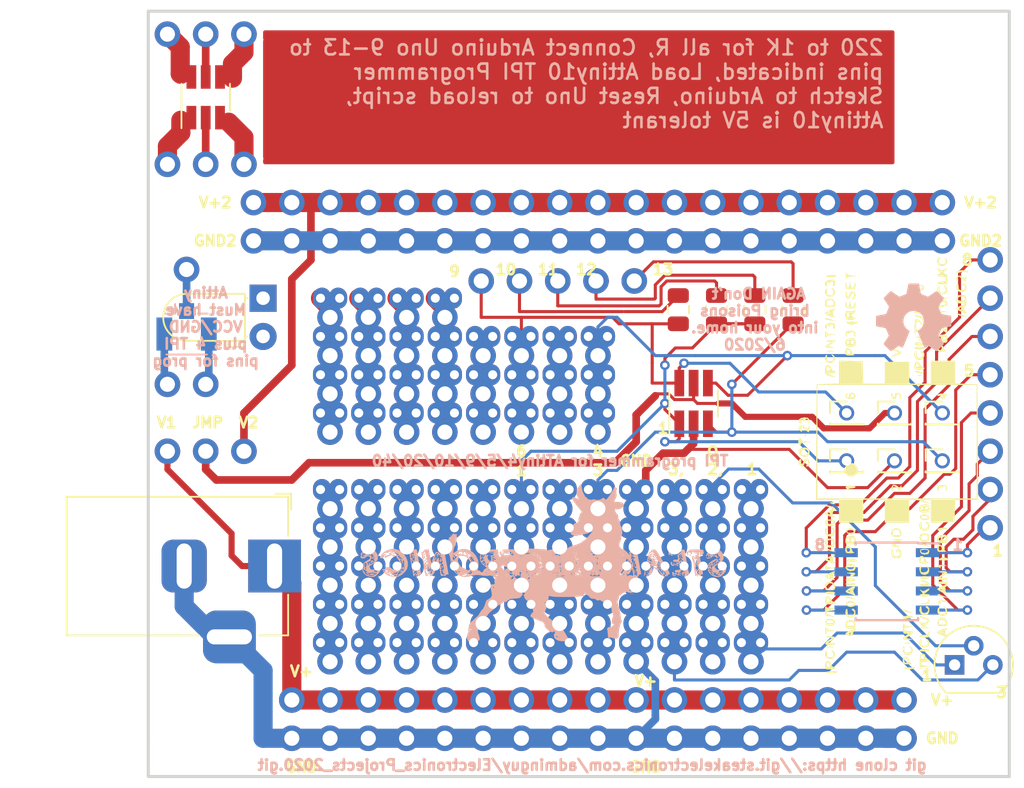
<source format=kicad_pcb>
(kicad_pcb (version 20171130) (host pcbnew 5.0.2+dfsg1-1~bpo9+1)

  (general
    (thickness 1.6002)
    (drawings 48)
    (tracks 482)
    (zones 0)
    (modules 230)
    (nets 1)
  )

  (page User 150.012 200)
  (title_block
    (title High-density-proto-board)
    (date "12 Jun 2014")
    (rev 0.10.a)
    (company "2014 - blog.spitzenpfeil.org")
  )

  (layers
    (0 Front signal)
    (31 Back signal)
    (36 B.SilkS user)
    (37 F.SilkS user)
    (38 B.Mask user)
    (39 F.Mask user hide)
    (44 Edge.Cuts user)
  )

  (setup
    (last_trace_width 0.2032)
    (user_trace_width 0.2032)
    (user_trace_width 0.3048)
    (user_trace_width 0.4064)
    (user_trace_width 0.508)
    (user_trace_width 0.762)
    (user_trace_width 1.016)
    (user_trace_width 1.27)
    (trace_clearance 0.2032)
    (zone_clearance 0.25)
    (zone_45_only no)
    (trace_min 0.2032)
    (segment_width 0.2)
    (edge_width 0.2)
    (via_size 0.635)
    (via_drill 0.3302)
    (via_min_size 0.635)
    (via_min_drill 0.3302)
    (uvia_size 0.508)
    (uvia_drill 0.127)
    (uvias_allowed no)
    (uvia_min_size 0.508)
    (uvia_min_drill 0.127)
    (pcb_text_width 0.2)
    (pcb_text_size 1 1)
    (mod_edge_width 0.2)
    (mod_text_size 1 1)
    (mod_text_width 0.2)
    (pad_size 1.76 0.65)
    (pad_drill 0)
    (pad_to_mask_clearance 0)
    (solder_mask_min_width 0.25)
    (aux_axis_origin 0 0)
    (visible_elements 7FFFFF7F)
    (pcbplotparams
      (layerselection 0x010f0_ffffffff)
      (usegerberextensions true)
      (usegerberattributes false)
      (usegerberadvancedattributes false)
      (creategerberjobfile false)
      (excludeedgelayer true)
      (linewidth 0.150000)
      (plotframeref false)
      (viasonmask false)
      (mode 1)
      (useauxorigin false)
      (hpglpennumber 1)
      (hpglpenspeed 20)
      (hpglpendiameter 15.000000)
      (psnegative false)
      (psa4output false)
      (plotreference true)
      (plotvalue true)
      (plotinvisibletext false)
      (padsonsilk false)
      (subtractmaskfromsilk true)
      (outputformat 1)
      (mirror false)
      (drillshape 0)
      (scaleselection 1)
      (outputdirectory "gerbers_rev5/"))
  )

  (net 0 "")

  (net_class Default "This is the default net class."
    (clearance 0.2032)
    (trace_width 0.4064)
    (via_dia 0.635)
    (via_drill 0.3302)
    (uvia_dia 0.508)
    (uvia_drill 0.127)
  )

  (module MountingHole:MountingHole_4.3mm_M4 (layer Front) (tedit 5E6DC4FF) (tstamp 5EFC05EB)
    (at 34.29 101.6)
    (descr "Mounting Hole 4.3mm, no annular, M4")
    (tags "mounting hole 4.3mm no annular m4")
    (attr virtual)
    (fp_text reference REF** (at 0 -5.3) (layer F.SilkS) hide
      (effects (font (size 1 1) (thickness 0.15)))
    )
    (fp_text value MountingHole_4.3mm_M4 (at 0 5.3) (layer F.Fab)
      (effects (font (size 1 1) (thickness 0.15)))
    )
    (fp_text user %R (at 0.3 0) (layer F.Fab)
      (effects (font (size 1 1) (thickness 0.15)))
    )
    (fp_circle (center 0 0) (end 4.3 0) (layer Cmts.User) (width 0.15))
    (fp_circle (center 0 0) (end 4.55 0) (layer F.CrtYd) (width 0.05))
    (pad 1 np_thru_hole circle (at 0 0) (size 4.3 4.3) (drill 4.3) (layers *.Cu *.Mask))
  )

  (module Package_SO:SOIC-8_3.9x4.9mm_P1.27mm (layer Back) (tedit 5EFB9DDA) (tstamp 5EFBBF34)
    (at 79.502 92.456 180)
    (descr "8-Lead Plastic Small Outline (SN) - Narrow, 3.90 mm Body [SOIC] (see Microchip Packaging Specification http://ww1.microchip.com/downloads/en/PackagingSpec/00000049BQ.pdf)")
    (tags "SOIC 1.27")
    (attr smd)
    (fp_text reference SOIC1 (at 0 3.5 180) (layer B.SilkS) hide
      (effects (font (size 1 1) (thickness 0.15)) (justify mirror))
    )
    (fp_text value SOIC-8_3.9x4.9mm_P1.27mm (at 0 -3.5 180) (layer B.Fab)
      (effects (font (size 1 1) (thickness 0.15)) (justify mirror))
    )
    (fp_line (start -2.075 2.525) (end -3.475 2.525) (layer B.SilkS) (width 0.15))
    (fp_line (start -2.075 -2.575) (end 2.075 -2.575) (layer B.SilkS) (width 0.15))
    (fp_line (start -2.075 2.575) (end 2.075 2.575) (layer B.SilkS) (width 0.15))
    (fp_line (start -2.075 -2.575) (end -2.075 -2.43) (layer B.SilkS) (width 0.15))
    (fp_line (start 2.075 -2.575) (end 2.075 -2.43) (layer B.SilkS) (width 0.15))
    (fp_line (start 2.075 2.575) (end 2.075 2.43) (layer B.SilkS) (width 0.15))
    (fp_line (start -2.075 2.575) (end -2.075 2.525) (layer B.SilkS) (width 0.15))
    (fp_line (start -3.73 -2.7) (end 3.73 -2.7) (layer B.CrtYd) (width 0.05))
    (fp_line (start -3.73 2.7) (end 3.73 2.7) (layer B.CrtYd) (width 0.05))
    (fp_line (start 3.73 2.7) (end 3.73 -2.7) (layer B.CrtYd) (width 0.05))
    (fp_line (start -3.73 2.7) (end -3.73 -2.7) (layer B.CrtYd) (width 0.05))
    (fp_line (start -1.95 1.45) (end -0.95 2.45) (layer B.Fab) (width 0.1))
    (fp_line (start -1.95 -2.45) (end -1.95 1.45) (layer B.Fab) (width 0.1))
    (fp_line (start 1.95 -2.45) (end -1.95 -2.45) (layer B.Fab) (width 0.1))
    (fp_line (start 1.95 2.45) (end 1.95 -2.45) (layer B.Fab) (width 0.1))
    (fp_line (start -0.95 2.45) (end 1.95 2.45) (layer B.Fab) (width 0.1))
    (fp_text user %R (at 0 0 180) (layer B.Fab)
      (effects (font (size 1 1) (thickness 0.15)) (justify mirror))
    )
    (pad 8 smd rect (at 2.7 1.905 180) (size 1.55 0.6) (layers Back B.Paste B.Mask))
    (pad 7 smd rect (at 2.7 0.635 180) (size 1.55 0.6) (layers Back B.Paste B.Mask))
    (pad 6 smd rect (at 2.7 -0.635 180) (size 1.55 0.6) (layers Back B.Paste B.Mask))
    (pad 5 smd rect (at 2.7 -1.905 180) (size 1.55 0.6) (layers Back B.Paste B.Mask))
    (pad 4 smd rect (at -2.7 -1.905 180) (size 1.55 0.6) (layers Back B.Paste B.Mask))
    (pad 3 smd rect (at -2.7 -0.635 180) (size 1.55 0.6) (layers Back B.Paste B.Mask))
    (pad 2 smd rect (at -2.7 0.635 180) (size 1.55 0.6) (layers Back B.Paste B.Mask))
    (pad 1 smd rect (at -2.7 1.905 180) (size 1.55 0.6) (layers Back B.Paste B.Mask))
    (model ${KISYS3DMOD}/Package_SO.3dshapes/SOIC-8_3.9x4.9mm_P1.27mm.wrl
      (at (xyz 0 0 0))
      (scale (xyz 1 1 1))
      (rotate (xyz 0 0 0))
    )
  )

  (module footprints:PinHeader_1x01_EDIT (layer Back) (tedit 5E6DA448) (tstamp 5EFBC378)
    (at 86.36 71.12 90)
    (descr "Through hole straight pin header, 1x01, 2.54mm pitch, single row")
    (tags "Through hole pin header THT 1x01 2.54mm single row")
    (fp_text reference REF** (at 0 2.33 90) (layer B.SilkS) hide
      (effects (font (size 1 1) (thickness 0.15)) (justify mirror))
    )
    (fp_text value PinHeader_1x01_P2.54mm_Vertical (at 0 -2.33 90) (layer B.Fab)
      (effects (font (size 1 1) (thickness 0.15)) (justify mirror))
    )
    (fp_line (start -0.635 1.27) (end 1.27 1.27) (layer B.Fab) (width 0.1))
    (fp_line (start 1.27 1.27) (end 1.27 -1.27) (layer B.Fab) (width 0.1))
    (fp_line (start -1.27 -1.27) (end -1.27 0.635) (layer B.Fab) (width 0.1))
    (fp_line (start -1.27 0.635) (end -0.635 1.27) (layer B.Fab) (width 0.1))
    (fp_line (start -1.8 1.8) (end -1.8 -1.8) (layer B.CrtYd) (width 0.05))
    (fp_line (start -1.8 -1.8) (end 1.8 -1.8) (layer B.CrtYd) (width 0.05))
    (fp_line (start 1.8 -1.8) (end 1.8 1.8) (layer B.CrtYd) (width 0.05))
    (fp_line (start 1.8 1.8) (end -1.8 1.8) (layer B.CrtYd) (width 0.05))
    (fp_text user %R (at 0 0) (layer B.Fab)
      (effects (font (size 1 1) (thickness 0.15)) (justify mirror))
    )
    (pad 1 thru_hole oval (at 0 0 90) (size 1.7 1.7) (drill 1) (layers *.Cu *.Mask))
    (model ${KISYS3DMOD}/Connector_PinHeader_2.54mm.3dshapes/PinHeader_1x01_P2.54mm_Vertical.wrl
      (at (xyz 0 0 0))
      (scale (xyz 1 1 1))
      (rotate (xyz 0 0 0))
    )
  )

  (module footprints:PinHeader_1x01_EDIT (layer Back) (tedit 5E6DA448) (tstamp 5EFBC36B)
    (at 86.36 73.66 90)
    (descr "Through hole straight pin header, 1x01, 2.54mm pitch, single row")
    (tags "Through hole pin header THT 1x01 2.54mm single row")
    (fp_text reference REF** (at 0 2.33 90) (layer B.SilkS) hide
      (effects (font (size 1 1) (thickness 0.15)) (justify mirror))
    )
    (fp_text value PinHeader_1x01_P2.54mm_Vertical (at 0 -2.33 90) (layer B.Fab)
      (effects (font (size 1 1) (thickness 0.15)) (justify mirror))
    )
    (fp_text user %R (at 0 0) (layer B.Fab)
      (effects (font (size 1 1) (thickness 0.15)) (justify mirror))
    )
    (fp_line (start 1.8 1.8) (end -1.8 1.8) (layer B.CrtYd) (width 0.05))
    (fp_line (start 1.8 -1.8) (end 1.8 1.8) (layer B.CrtYd) (width 0.05))
    (fp_line (start -1.8 -1.8) (end 1.8 -1.8) (layer B.CrtYd) (width 0.05))
    (fp_line (start -1.8 1.8) (end -1.8 -1.8) (layer B.CrtYd) (width 0.05))
    (fp_line (start -1.27 0.635) (end -0.635 1.27) (layer B.Fab) (width 0.1))
    (fp_line (start -1.27 -1.27) (end -1.27 0.635) (layer B.Fab) (width 0.1))
    (fp_line (start 1.27 1.27) (end 1.27 -1.27) (layer B.Fab) (width 0.1))
    (fp_line (start -0.635 1.27) (end 1.27 1.27) (layer B.Fab) (width 0.1))
    (pad 1 thru_hole oval (at 0 0 90) (size 1.7 1.7) (drill 1) (layers *.Cu *.Mask))
    (model ${KISYS3DMOD}/Connector_PinHeader_2.54mm.3dshapes/PinHeader_1x01_P2.54mm_Vertical.wrl
      (at (xyz 0 0 0))
      (scale (xyz 1 1 1))
      (rotate (xyz 0 0 0))
    )
  )

  (module footprints:PinHeader_1x01_EDIT (layer Back) (tedit 5E6DA448) (tstamp 5EFBC30E)
    (at 86.36 76.2 90)
    (descr "Through hole straight pin header, 1x01, 2.54mm pitch, single row")
    (tags "Through hole pin header THT 1x01 2.54mm single row")
    (fp_text reference REF** (at 0 2.33 90) (layer B.SilkS) hide
      (effects (font (size 1 1) (thickness 0.15)) (justify mirror))
    )
    (fp_text value PinHeader_1x01_P2.54mm_Vertical (at 0 -2.33 90) (layer B.Fab)
      (effects (font (size 1 1) (thickness 0.15)) (justify mirror))
    )
    (fp_text user %R (at 0 0) (layer B.Fab)
      (effects (font (size 1 1) (thickness 0.15)) (justify mirror))
    )
    (fp_line (start 1.8 1.8) (end -1.8 1.8) (layer B.CrtYd) (width 0.05))
    (fp_line (start 1.8 -1.8) (end 1.8 1.8) (layer B.CrtYd) (width 0.05))
    (fp_line (start -1.8 -1.8) (end 1.8 -1.8) (layer B.CrtYd) (width 0.05))
    (fp_line (start -1.8 1.8) (end -1.8 -1.8) (layer B.CrtYd) (width 0.05))
    (fp_line (start -1.27 0.635) (end -0.635 1.27) (layer B.Fab) (width 0.1))
    (fp_line (start -1.27 -1.27) (end -1.27 0.635) (layer B.Fab) (width 0.1))
    (fp_line (start 1.27 1.27) (end 1.27 -1.27) (layer B.Fab) (width 0.1))
    (fp_line (start -0.635 1.27) (end 1.27 1.27) (layer B.Fab) (width 0.1))
    (pad 1 thru_hole oval (at 0 0 90) (size 1.7 1.7) (drill 1) (layers *.Cu *.Mask))
    (model ${KISYS3DMOD}/Connector_PinHeader_2.54mm.3dshapes/PinHeader_1x01_P2.54mm_Vertical.wrl
      (at (xyz 0 0 0))
      (scale (xyz 1 1 1))
      (rotate (xyz 0 0 0))
    )
  )

  (module footprints:PinHeader_1x01_EDIT (layer Back) (tedit 5E6DA448) (tstamp 5EFBC301)
    (at 86.36 78.74 90)
    (descr "Through hole straight pin header, 1x01, 2.54mm pitch, single row")
    (tags "Through hole pin header THT 1x01 2.54mm single row")
    (fp_text reference REF** (at 0 2.33 90) (layer B.SilkS) hide
      (effects (font (size 1 1) (thickness 0.15)) (justify mirror))
    )
    (fp_text value PinHeader_1x01_P2.54mm_Vertical (at 0 -2.33 90) (layer B.Fab)
      (effects (font (size 1 1) (thickness 0.15)) (justify mirror))
    )
    (fp_line (start -0.635 1.27) (end 1.27 1.27) (layer B.Fab) (width 0.1))
    (fp_line (start 1.27 1.27) (end 1.27 -1.27) (layer B.Fab) (width 0.1))
    (fp_line (start -1.27 -1.27) (end -1.27 0.635) (layer B.Fab) (width 0.1))
    (fp_line (start -1.27 0.635) (end -0.635 1.27) (layer B.Fab) (width 0.1))
    (fp_line (start -1.8 1.8) (end -1.8 -1.8) (layer B.CrtYd) (width 0.05))
    (fp_line (start -1.8 -1.8) (end 1.8 -1.8) (layer B.CrtYd) (width 0.05))
    (fp_line (start 1.8 -1.8) (end 1.8 1.8) (layer B.CrtYd) (width 0.05))
    (fp_line (start 1.8 1.8) (end -1.8 1.8) (layer B.CrtYd) (width 0.05))
    (fp_text user %R (at 0 0) (layer B.Fab)
      (effects (font (size 1 1) (thickness 0.15)) (justify mirror))
    )
    (pad 1 thru_hole oval (at 0 0 90) (size 1.7 1.7) (drill 1) (layers *.Cu *.Mask))
    (model ${KISYS3DMOD}/Connector_PinHeader_2.54mm.3dshapes/PinHeader_1x01_P2.54mm_Vertical.wrl
      (at (xyz 0 0 0))
      (scale (xyz 1 1 1))
      (rotate (xyz 0 0 0))
    )
  )

  (module footprints:PinHeader_1x01_EDIT (layer Back) (tedit 5E6DA448) (tstamp 5EFBC2F4)
    (at 86.36 81.28 90)
    (descr "Through hole straight pin header, 1x01, 2.54mm pitch, single row")
    (tags "Through hole pin header THT 1x01 2.54mm single row")
    (fp_text reference REF** (at 0 2.33 90) (layer B.SilkS) hide
      (effects (font (size 1 1) (thickness 0.15)) (justify mirror))
    )
    (fp_text value PinHeader_1x01_P2.54mm_Vertical (at 0 -2.33 90) (layer B.Fab)
      (effects (font (size 1 1) (thickness 0.15)) (justify mirror))
    )
    (fp_text user %R (at 0 0) (layer B.Fab)
      (effects (font (size 1 1) (thickness 0.15)) (justify mirror))
    )
    (fp_line (start 1.8 1.8) (end -1.8 1.8) (layer B.CrtYd) (width 0.05))
    (fp_line (start 1.8 -1.8) (end 1.8 1.8) (layer B.CrtYd) (width 0.05))
    (fp_line (start -1.8 -1.8) (end 1.8 -1.8) (layer B.CrtYd) (width 0.05))
    (fp_line (start -1.8 1.8) (end -1.8 -1.8) (layer B.CrtYd) (width 0.05))
    (fp_line (start -1.27 0.635) (end -0.635 1.27) (layer B.Fab) (width 0.1))
    (fp_line (start -1.27 -1.27) (end -1.27 0.635) (layer B.Fab) (width 0.1))
    (fp_line (start 1.27 1.27) (end 1.27 -1.27) (layer B.Fab) (width 0.1))
    (fp_line (start -0.635 1.27) (end 1.27 1.27) (layer B.Fab) (width 0.1))
    (pad 1 thru_hole oval (at 0 0 90) (size 1.7 1.7) (drill 1) (layers *.Cu *.Mask))
    (model ${KISYS3DMOD}/Connector_PinHeader_2.54mm.3dshapes/PinHeader_1x01_P2.54mm_Vertical.wrl
      (at (xyz 0 0 0))
      (scale (xyz 1 1 1))
      (rotate (xyz 0 0 0))
    )
  )

  (module footprints:PinHeader_1x01_EDIT (layer Back) (tedit 5E6DA448) (tstamp 5EFBC299)
    (at 86.36 88.9 90)
    (descr "Through hole straight pin header, 1x01, 2.54mm pitch, single row")
    (tags "Through hole pin header THT 1x01 2.54mm single row")
    (fp_text reference REF** (at 0 2.33 90) (layer B.SilkS) hide
      (effects (font (size 1 1) (thickness 0.15)) (justify mirror))
    )
    (fp_text value PinHeader_1x01_P2.54mm_Vertical (at 0 -2.33 90) (layer B.Fab)
      (effects (font (size 1 1) (thickness 0.15)) (justify mirror))
    )
    (fp_line (start -0.635 1.27) (end 1.27 1.27) (layer B.Fab) (width 0.1))
    (fp_line (start 1.27 1.27) (end 1.27 -1.27) (layer B.Fab) (width 0.1))
    (fp_line (start -1.27 -1.27) (end -1.27 0.635) (layer B.Fab) (width 0.1))
    (fp_line (start -1.27 0.635) (end -0.635 1.27) (layer B.Fab) (width 0.1))
    (fp_line (start -1.8 1.8) (end -1.8 -1.8) (layer B.CrtYd) (width 0.05))
    (fp_line (start -1.8 -1.8) (end 1.8 -1.8) (layer B.CrtYd) (width 0.05))
    (fp_line (start 1.8 -1.8) (end 1.8 1.8) (layer B.CrtYd) (width 0.05))
    (fp_line (start 1.8 1.8) (end -1.8 1.8) (layer B.CrtYd) (width 0.05))
    (fp_text user %R (at 0 0) (layer B.Fab)
      (effects (font (size 1 1) (thickness 0.15)) (justify mirror))
    )
    (pad 1 thru_hole oval (at 0 0 90) (size 1.7 1.7) (drill 1) (layers *.Cu *.Mask))
    (model ${KISYS3DMOD}/Connector_PinHeader_2.54mm.3dshapes/PinHeader_1x01_P2.54mm_Vertical.wrl
      (at (xyz 0 0 0))
      (scale (xyz 1 1 1))
      (rotate (xyz 0 0 0))
    )
  )

  (module footprints:PinHeader_1x01_EDIT (layer Back) (tedit 5E6DA448) (tstamp 5EFBC28C)
    (at 86.36 83.82 90)
    (descr "Through hole straight pin header, 1x01, 2.54mm pitch, single row")
    (tags "Through hole pin header THT 1x01 2.54mm single row")
    (fp_text reference REF** (at 0 2.33 90) (layer B.SilkS) hide
      (effects (font (size 1 1) (thickness 0.15)) (justify mirror))
    )
    (fp_text value PinHeader_1x01_P2.54mm_Vertical (at 0 -2.33 90) (layer B.Fab)
      (effects (font (size 1 1) (thickness 0.15)) (justify mirror))
    )
    (fp_line (start -0.635 1.27) (end 1.27 1.27) (layer B.Fab) (width 0.1))
    (fp_line (start 1.27 1.27) (end 1.27 -1.27) (layer B.Fab) (width 0.1))
    (fp_line (start -1.27 -1.27) (end -1.27 0.635) (layer B.Fab) (width 0.1))
    (fp_line (start -1.27 0.635) (end -0.635 1.27) (layer B.Fab) (width 0.1))
    (fp_line (start -1.8 1.8) (end -1.8 -1.8) (layer B.CrtYd) (width 0.05))
    (fp_line (start -1.8 -1.8) (end 1.8 -1.8) (layer B.CrtYd) (width 0.05))
    (fp_line (start 1.8 -1.8) (end 1.8 1.8) (layer B.CrtYd) (width 0.05))
    (fp_line (start 1.8 1.8) (end -1.8 1.8) (layer B.CrtYd) (width 0.05))
    (fp_text user %R (at 0 0) (layer B.Fab)
      (effects (font (size 1 1) (thickness 0.15)) (justify mirror))
    )
    (pad 1 thru_hole oval (at 0 0 90) (size 1.7 1.7) (drill 1) (layers *.Cu *.Mask))
    (model ${KISYS3DMOD}/Connector_PinHeader_2.54mm.3dshapes/PinHeader_1x01_P2.54mm_Vertical.wrl
      (at (xyz 0 0 0))
      (scale (xyz 1 1 1))
      (rotate (xyz 0 0 0))
    )
  )

  (module footprints:PinHeader_1x01_EDIT (layer Back) (tedit 5E6DA448) (tstamp 5EFBC27F)
    (at 86.36 86.36 90)
    (descr "Through hole straight pin header, 1x01, 2.54mm pitch, single row")
    (tags "Through hole pin header THT 1x01 2.54mm single row")
    (fp_text reference REF** (at 0 2.33 90) (layer B.SilkS) hide
      (effects (font (size 1 1) (thickness 0.15)) (justify mirror))
    )
    (fp_text value PinHeader_1x01_P2.54mm_Vertical (at 0 -2.33 90) (layer B.Fab)
      (effects (font (size 1 1) (thickness 0.15)) (justify mirror))
    )
    (fp_text user %R (at 0 0) (layer B.Fab)
      (effects (font (size 1 1) (thickness 0.15)) (justify mirror))
    )
    (fp_line (start 1.8 1.8) (end -1.8 1.8) (layer B.CrtYd) (width 0.05))
    (fp_line (start 1.8 -1.8) (end 1.8 1.8) (layer B.CrtYd) (width 0.05))
    (fp_line (start -1.8 -1.8) (end 1.8 -1.8) (layer B.CrtYd) (width 0.05))
    (fp_line (start -1.8 1.8) (end -1.8 -1.8) (layer B.CrtYd) (width 0.05))
    (fp_line (start -1.27 0.635) (end -0.635 1.27) (layer B.Fab) (width 0.1))
    (fp_line (start -1.27 -1.27) (end -1.27 0.635) (layer B.Fab) (width 0.1))
    (fp_line (start 1.27 1.27) (end 1.27 -1.27) (layer B.Fab) (width 0.1))
    (fp_line (start -0.635 1.27) (end 1.27 1.27) (layer B.Fab) (width 0.1))
    (pad 1 thru_hole oval (at 0 0 90) (size 1.7 1.7) (drill 1) (layers *.Cu *.Mask))
    (model ${KISYS3DMOD}/Connector_PinHeader_2.54mm.3dshapes/PinHeader_1x01_P2.54mm_Vertical.wrl
      (at (xyz 0 0 0))
      (scale (xyz 1 1 1))
      (rotate (xyz 0 0 0))
    )
  )

  (module my_parts:MADW__SIL-8-1.27mm (layer Front) (tedit 539892D9) (tstamp 5E6FB89F)
    (at 66.675 93.98)
    (fp_text reference P? (at 0 -2.286) (layer F.SilkS) hide
      (effects (font (size 1 1) (thickness 0.2)))
    )
    (fp_text value VAL** (at 0 2.286) (layer F.SilkS) hide
      (effects (font (size 1 1) (thickness 0.2)))
    )
    (pad 8 thru_hole oval (at 4.445 0) (size 1.2 1.4) (drill 0.6 (offset -0.1 0)) (layers *.Cu *.Mask))
    (pad 7 thru_hole oval (at 3.175 0) (size 1.2 1.4) (drill 0.6 (offset 0.1 0)) (layers *.Cu *.Mask))
    (pad 6 thru_hole oval (at 1.905 0) (size 1.2 1.4) (drill 0.6 (offset -0.1 0)) (layers *.Cu *.Mask))
    (pad 5 thru_hole oval (at 0.635 0) (size 1.2 1.4) (drill 0.6 (offset 0.1 0)) (layers *.Cu *.Mask))
    (pad 4 thru_hole oval (at -0.635 0) (size 1.2 1.4) (drill 0.6 (offset -0.1 0)) (layers *.Cu *.Mask))
    (pad 3 thru_hole oval (at -1.905 0) (size 1.2 1.4) (drill 0.6 (offset 0.1 0)) (layers *.Cu *.Mask))
    (pad 2 thru_hole oval (at -3.175 0) (size 1.2 1.4) (drill 0.6 (offset -0.1 0)) (layers *.Cu *.Mask))
    (pad 1 thru_hole oval (at -4.445 0) (size 1.2 1.4) (drill 0.6 (offset 0.1 0)) (layers *.Cu *.Mask))
  )

  (module footprints:PinHeader_1x01_EDIT (layer Back) (tedit 5E6DA448) (tstamp 5EFB9D8D)
    (at 31.75 64.77)
    (descr "Through hole straight pin header, 1x01, 2.54mm pitch, single row")
    (tags "Through hole pin header THT 1x01 2.54mm single row")
    (fp_text reference REF** (at 0 2.33) (layer B.SilkS) hide
      (effects (font (size 1 1) (thickness 0.15)) (justify mirror))
    )
    (fp_text value PinHeader_1x01_P2.54mm_Vertical (at 0 -2.33) (layer B.Fab)
      (effects (font (size 1 1) (thickness 0.15)) (justify mirror))
    )
    (fp_line (start -0.635 1.27) (end 1.27 1.27) (layer B.Fab) (width 0.1))
    (fp_line (start 1.27 1.27) (end 1.27 -1.27) (layer B.Fab) (width 0.1))
    (fp_line (start -1.27 -1.27) (end -1.27 0.635) (layer B.Fab) (width 0.1))
    (fp_line (start -1.27 0.635) (end -0.635 1.27) (layer B.Fab) (width 0.1))
    (fp_line (start -1.8 1.8) (end -1.8 -1.8) (layer B.CrtYd) (width 0.05))
    (fp_line (start -1.8 -1.8) (end 1.8 -1.8) (layer B.CrtYd) (width 0.05))
    (fp_line (start 1.8 -1.8) (end 1.8 1.8) (layer B.CrtYd) (width 0.05))
    (fp_line (start 1.8 1.8) (end -1.8 1.8) (layer B.CrtYd) (width 0.05))
    (fp_text user %R (at 0 0 -90) (layer B.Fab)
      (effects (font (size 1 1) (thickness 0.15)) (justify mirror))
    )
    (pad 1 thru_hole oval (at 0 0) (size 1.7 1.7) (drill 1) (layers *.Cu *.Mask))
    (model ${KISYS3DMOD}/Connector_PinHeader_2.54mm.3dshapes/PinHeader_1x01_P2.54mm_Vertical.wrl
      (at (xyz 0 0 0))
      (scale (xyz 1 1 1))
      (rotate (xyz 0 0 0))
    )
  )

  (module footprints:PinHeader_1x01_EDIT (layer Back) (tedit 5E6DA448) (tstamp 5EFB9D80)
    (at 36.83 64.77)
    (descr "Through hole straight pin header, 1x01, 2.54mm pitch, single row")
    (tags "Through hole pin header THT 1x01 2.54mm single row")
    (fp_text reference REF** (at 0 2.33) (layer B.SilkS) hide
      (effects (font (size 1 1) (thickness 0.15)) (justify mirror))
    )
    (fp_text value PinHeader_1x01_P2.54mm_Vertical (at 0 -2.33) (layer B.Fab)
      (effects (font (size 1 1) (thickness 0.15)) (justify mirror))
    )
    (fp_line (start -0.635 1.27) (end 1.27 1.27) (layer B.Fab) (width 0.1))
    (fp_line (start 1.27 1.27) (end 1.27 -1.27) (layer B.Fab) (width 0.1))
    (fp_line (start -1.27 -1.27) (end -1.27 0.635) (layer B.Fab) (width 0.1))
    (fp_line (start -1.27 0.635) (end -0.635 1.27) (layer B.Fab) (width 0.1))
    (fp_line (start -1.8 1.8) (end -1.8 -1.8) (layer B.CrtYd) (width 0.05))
    (fp_line (start -1.8 -1.8) (end 1.8 -1.8) (layer B.CrtYd) (width 0.05))
    (fp_line (start 1.8 -1.8) (end 1.8 1.8) (layer B.CrtYd) (width 0.05))
    (fp_line (start 1.8 1.8) (end -1.8 1.8) (layer B.CrtYd) (width 0.05))
    (fp_text user %R (at 0 0 -90) (layer B.Fab)
      (effects (font (size 1 1) (thickness 0.15)) (justify mirror))
    )
    (pad 1 thru_hole oval (at 0 0) (size 1.7 1.7) (drill 1) (layers *.Cu *.Mask))
    (model ${KISYS3DMOD}/Connector_PinHeader_2.54mm.3dshapes/PinHeader_1x01_P2.54mm_Vertical.wrl
      (at (xyz 0 0 0))
      (scale (xyz 1 1 1))
      (rotate (xyz 0 0 0))
    )
  )

  (module footprints:PinHeader_1x01_EDIT (layer Back) (tedit 5E6DA448) (tstamp 5EFB9D73)
    (at 34.29 64.77)
    (descr "Through hole straight pin header, 1x01, 2.54mm pitch, single row")
    (tags "Through hole pin header THT 1x01 2.54mm single row")
    (fp_text reference REF** (at 0 2.33) (layer B.SilkS) hide
      (effects (font (size 1 1) (thickness 0.15)) (justify mirror))
    )
    (fp_text value PinHeader_1x01_P2.54mm_Vertical (at 0 -2.33) (layer B.Fab)
      (effects (font (size 1 1) (thickness 0.15)) (justify mirror))
    )
    (fp_text user %R (at 0 0 -90) (layer B.Fab)
      (effects (font (size 1 1) (thickness 0.15)) (justify mirror))
    )
    (fp_line (start 1.8 1.8) (end -1.8 1.8) (layer B.CrtYd) (width 0.05))
    (fp_line (start 1.8 -1.8) (end 1.8 1.8) (layer B.CrtYd) (width 0.05))
    (fp_line (start -1.8 -1.8) (end 1.8 -1.8) (layer B.CrtYd) (width 0.05))
    (fp_line (start -1.8 1.8) (end -1.8 -1.8) (layer B.CrtYd) (width 0.05))
    (fp_line (start -1.27 0.635) (end -0.635 1.27) (layer B.Fab) (width 0.1))
    (fp_line (start -1.27 -1.27) (end -1.27 0.635) (layer B.Fab) (width 0.1))
    (fp_line (start 1.27 1.27) (end 1.27 -1.27) (layer B.Fab) (width 0.1))
    (fp_line (start -0.635 1.27) (end 1.27 1.27) (layer B.Fab) (width 0.1))
    (pad 1 thru_hole oval (at 0 0) (size 1.7 1.7) (drill 1) (layers *.Cu *.Mask))
    (model ${KISYS3DMOD}/Connector_PinHeader_2.54mm.3dshapes/PinHeader_1x01_P2.54mm_Vertical.wrl
      (at (xyz 0 0 0))
      (scale (xyz 1 1 1))
      (rotate (xyz 0 0 0))
    )
  )

  (module footprints:PinHeader_1x01_EDIT (layer Back) (tedit 5E6DA448) (tstamp 5EFB9CF7)
    (at 31.75 56.134)
    (descr "Through hole straight pin header, 1x01, 2.54mm pitch, single row")
    (tags "Through hole pin header THT 1x01 2.54mm single row")
    (fp_text reference REF** (at 0 2.33) (layer B.SilkS) hide
      (effects (font (size 1 1) (thickness 0.15)) (justify mirror))
    )
    (fp_text value PinHeader_1x01_P2.54mm_Vertical (at 0 -2.33) (layer B.Fab)
      (effects (font (size 1 1) (thickness 0.15)) (justify mirror))
    )
    (fp_text user %R (at 0 0 -90) (layer B.Fab)
      (effects (font (size 1 1) (thickness 0.15)) (justify mirror))
    )
    (fp_line (start 1.8 1.8) (end -1.8 1.8) (layer B.CrtYd) (width 0.05))
    (fp_line (start 1.8 -1.8) (end 1.8 1.8) (layer B.CrtYd) (width 0.05))
    (fp_line (start -1.8 -1.8) (end 1.8 -1.8) (layer B.CrtYd) (width 0.05))
    (fp_line (start -1.8 1.8) (end -1.8 -1.8) (layer B.CrtYd) (width 0.05))
    (fp_line (start -1.27 0.635) (end -0.635 1.27) (layer B.Fab) (width 0.1))
    (fp_line (start -1.27 -1.27) (end -1.27 0.635) (layer B.Fab) (width 0.1))
    (fp_line (start 1.27 1.27) (end 1.27 -1.27) (layer B.Fab) (width 0.1))
    (fp_line (start -0.635 1.27) (end 1.27 1.27) (layer B.Fab) (width 0.1))
    (pad 1 thru_hole oval (at 0 0) (size 1.7 1.7) (drill 1) (layers *.Cu *.Mask))
    (model ${KISYS3DMOD}/Connector_PinHeader_2.54mm.3dshapes/PinHeader_1x01_P2.54mm_Vertical.wrl
      (at (xyz 0 0 0))
      (scale (xyz 1 1 1))
      (rotate (xyz 0 0 0))
    )
  )

  (module footprints:PinHeader_1x01_EDIT (layer Back) (tedit 5E6DA448) (tstamp 5EFB9CDD)
    (at 34.29 56.134)
    (descr "Through hole straight pin header, 1x01, 2.54mm pitch, single row")
    (tags "Through hole pin header THT 1x01 2.54mm single row")
    (fp_text reference REF** (at 0 2.33) (layer B.SilkS) hide
      (effects (font (size 1 1) (thickness 0.15)) (justify mirror))
    )
    (fp_text value PinHeader_1x01_P2.54mm_Vertical (at 0 -2.33) (layer B.Fab)
      (effects (font (size 1 1) (thickness 0.15)) (justify mirror))
    )
    (fp_line (start -0.635 1.27) (end 1.27 1.27) (layer B.Fab) (width 0.1))
    (fp_line (start 1.27 1.27) (end 1.27 -1.27) (layer B.Fab) (width 0.1))
    (fp_line (start -1.27 -1.27) (end -1.27 0.635) (layer B.Fab) (width 0.1))
    (fp_line (start -1.27 0.635) (end -0.635 1.27) (layer B.Fab) (width 0.1))
    (fp_line (start -1.8 1.8) (end -1.8 -1.8) (layer B.CrtYd) (width 0.05))
    (fp_line (start -1.8 -1.8) (end 1.8 -1.8) (layer B.CrtYd) (width 0.05))
    (fp_line (start 1.8 -1.8) (end 1.8 1.8) (layer B.CrtYd) (width 0.05))
    (fp_line (start 1.8 1.8) (end -1.8 1.8) (layer B.CrtYd) (width 0.05))
    (fp_text user %R (at 0 0 -90) (layer B.Fab)
      (effects (font (size 1 1) (thickness 0.15)) (justify mirror))
    )
    (pad 1 thru_hole oval (at 0 0) (size 1.7 1.7) (drill 1) (layers *.Cu *.Mask))
    (model ${KISYS3DMOD}/Connector_PinHeader_2.54mm.3dshapes/PinHeader_1x01_P2.54mm_Vertical.wrl
      (at (xyz 0 0 0))
      (scale (xyz 1 1 1))
      (rotate (xyz 0 0 0))
    )
  )

  (module footprints:PinHeader_1x01_EDIT (layer Back) (tedit 5E6DA448) (tstamp 5EFB9C1B)
    (at 36.83 56.134)
    (descr "Through hole straight pin header, 1x01, 2.54mm pitch, single row")
    (tags "Through hole pin header THT 1x01 2.54mm single row")
    (fp_text reference REF** (at 0 2.33) (layer B.SilkS) hide
      (effects (font (size 1 1) (thickness 0.15)) (justify mirror))
    )
    (fp_text value PinHeader_1x01_P2.54mm_Vertical (at 0 -2.33) (layer B.Fab)
      (effects (font (size 1 1) (thickness 0.15)) (justify mirror))
    )
    (fp_text user %R (at 0 0 -90) (layer B.Fab)
      (effects (font (size 1 1) (thickness 0.15)) (justify mirror))
    )
    (fp_line (start 1.8 1.8) (end -1.8 1.8) (layer B.CrtYd) (width 0.05))
    (fp_line (start 1.8 -1.8) (end 1.8 1.8) (layer B.CrtYd) (width 0.05))
    (fp_line (start -1.8 -1.8) (end 1.8 -1.8) (layer B.CrtYd) (width 0.05))
    (fp_line (start -1.8 1.8) (end -1.8 -1.8) (layer B.CrtYd) (width 0.05))
    (fp_line (start -1.27 0.635) (end -0.635 1.27) (layer B.Fab) (width 0.1))
    (fp_line (start -1.27 -1.27) (end -1.27 0.635) (layer B.Fab) (width 0.1))
    (fp_line (start 1.27 1.27) (end 1.27 -1.27) (layer B.Fab) (width 0.1))
    (fp_line (start -0.635 1.27) (end 1.27 1.27) (layer B.Fab) (width 0.1))
    (pad 1 thru_hole oval (at 0 0) (size 1.7 1.7) (drill 1) (layers *.Cu *.Mask))
    (model ${KISYS3DMOD}/Connector_PinHeader_2.54mm.3dshapes/PinHeader_1x01_P2.54mm_Vertical.wrl
      (at (xyz 0 0 0))
      (scale (xyz 1 1 1))
      (rotate (xyz 0 0 0))
    )
  )

  (module footprints:PinHeader_1x01_EDIT (layer Front) (tedit 5E954CC4) (tstamp 5E955D6E)
    (at 36.83 83.82)
    (descr "Through hole straight pin header, 1x01, 2.54mm pitch, single row")
    (tags "Through hole pin header THT 1x01 2.54mm single row")
    (fp_text reference REF** (at 0 -2.33) (layer F.SilkS) hide
      (effects (font (size 1 1) (thickness 0.15)))
    )
    (fp_text value PinHeader_1x01_P2.54mm_Vertical (at 0 2.33) (layer F.Fab)
      (effects (font (size 1 1) (thickness 0.15)))
    )
    (fp_text user %R (at 0 0 90) (layer F.Fab)
      (effects (font (size 1 1) (thickness 0.15)))
    )
    (fp_line (start 1.8 -1.8) (end -1.8 -1.8) (layer F.CrtYd) (width 0.05))
    (fp_line (start 1.8 1.8) (end 1.8 -1.8) (layer F.CrtYd) (width 0.05))
    (fp_line (start -1.8 1.8) (end 1.8 1.8) (layer F.CrtYd) (width 0.05))
    (fp_line (start -1.8 -1.8) (end -1.8 1.8) (layer F.CrtYd) (width 0.05))
    (fp_line (start -1.27 -0.635) (end -0.635 -1.27) (layer F.Fab) (width 0.1))
    (fp_line (start -1.27 1.27) (end -1.27 -0.635) (layer F.Fab) (width 0.1))
    (fp_line (start 1.27 -1.27) (end 1.27 1.27) (layer F.Fab) (width 0.1))
    (fp_line (start -0.635 -1.27) (end 1.27 -1.27) (layer F.Fab) (width 0.1))
    (pad 1 thru_hole oval (at 0 0) (size 1.7 1.7) (drill 1) (layers *.Cu *.Mask))
    (model ${KISYS3DMOD}/Connector_PinHeader_2.54mm.3dshapes/PinHeader_1x01_P2.54mm_Vertical.wrl
      (at (xyz 0 0 0))
      (scale (xyz 1 1 1))
      (rotate (xyz 0 0 0))
    )
  )

  (module footprints:PinHeader_1x01_EDIT (layer Front) (tedit 5E954CC4) (tstamp 5E955D54)
    (at 34.29 83.82)
    (descr "Through hole straight pin header, 1x01, 2.54mm pitch, single row")
    (tags "Through hole pin header THT 1x01 2.54mm single row")
    (fp_text reference REF** (at 0 -2.33) (layer F.SilkS) hide
      (effects (font (size 1 1) (thickness 0.15)))
    )
    (fp_text value PinHeader_1x01_P2.54mm_Vertical (at 0 2.33) (layer F.Fab)
      (effects (font (size 1 1) (thickness 0.15)))
    )
    (fp_line (start -0.635 -1.27) (end 1.27 -1.27) (layer F.Fab) (width 0.1))
    (fp_line (start 1.27 -1.27) (end 1.27 1.27) (layer F.Fab) (width 0.1))
    (fp_line (start -1.27 1.27) (end -1.27 -0.635) (layer F.Fab) (width 0.1))
    (fp_line (start -1.27 -0.635) (end -0.635 -1.27) (layer F.Fab) (width 0.1))
    (fp_line (start -1.8 -1.8) (end -1.8 1.8) (layer F.CrtYd) (width 0.05))
    (fp_line (start -1.8 1.8) (end 1.8 1.8) (layer F.CrtYd) (width 0.05))
    (fp_line (start 1.8 1.8) (end 1.8 -1.8) (layer F.CrtYd) (width 0.05))
    (fp_line (start 1.8 -1.8) (end -1.8 -1.8) (layer F.CrtYd) (width 0.05))
    (fp_text user %R (at 0 0 90) (layer F.Fab)
      (effects (font (size 1 1) (thickness 0.15)))
    )
    (pad 1 thru_hole oval (at 0 0) (size 1.7 1.7) (drill 1) (layers *.Cu *.Mask))
    (model ${KISYS3DMOD}/Connector_PinHeader_2.54mm.3dshapes/PinHeader_1x01_P2.54mm_Vertical.wrl
      (at (xyz 0 0 0))
      (scale (xyz 1 1 1))
      (rotate (xyz 0 0 0))
    )
  )

  (module Connector_PinHeader_1.27mm:PinHeader_1x01_P1.27mm_Vertical (layer Front) (tedit 5E804215) (tstamp 5E818D34)
    (at 76.835 84.455)
    (descr "Through hole straight pin header, 1x01, 1.27mm pitch, single row")
    (tags "Through hole pin header THT 1x01 1.27mm single row")
    (fp_text reference REF** (at 0 -1.695) (layer F.SilkS) hide
      (effects (font (size 1 1) (thickness 0.15)))
    )
    (fp_text value PinHeader_1x01_P1.27mm_Vertical (at 0 1.695) (layer F.Fab)
      (effects (font (size 1 1) (thickness 0.15)))
    )
    (fp_line (start -0.525 -0.635) (end 1.05 -0.635) (layer F.Fab) (width 0.1))
    (fp_line (start 1.05 -0.635) (end 1.05 0.635) (layer F.Fab) (width 0.1))
    (fp_line (start 1.05 0.635) (end -1.05 0.635) (layer F.Fab) (width 0.1))
    (fp_line (start -1.05 0.635) (end -1.05 -0.11) (layer F.Fab) (width 0.1))
    (fp_line (start -1.05 -0.11) (end -0.525 -0.635) (layer F.Fab) (width 0.1))
    (fp_line (start -1.11 0.76) (end 1.11 0.76) (layer F.SilkS) (width 0.12))
    (fp_line (start -1.11 0.76) (end -1.11 0.695) (layer F.SilkS) (width 0.12))
    (fp_line (start 1.11 0.76) (end 1.11 0.695) (layer F.SilkS) (width 0.12))
    (fp_line (start -1.11 0.76) (end -0.563471 0.76) (layer F.SilkS) (width 0.12))
    (fp_line (start 0.563471 0.76) (end 1.11 0.76) (layer F.SilkS) (width 0.12))
    (fp_line (start -1.11 0) (end -1.11 -0.76) (layer F.SilkS) (width 0.12))
    (fp_line (start -1.11 -0.76) (end 0 -0.76) (layer F.SilkS) (width 0.12))
    (fp_line (start -1.55 -1.15) (end -1.55 1.15) (layer F.CrtYd) (width 0.05))
    (fp_line (start -1.55 1.15) (end 1.55 1.15) (layer F.CrtYd) (width 0.05))
    (fp_line (start 1.55 1.15) (end 1.55 -1.15) (layer F.CrtYd) (width 0.05))
    (fp_line (start 1.55 -1.15) (end -1.55 -1.15) (layer F.CrtYd) (width 0.05))
    (fp_text user %R (at 0 0 90) (layer F.Fab)
      (effects (font (size 1 1) (thickness 0.15)))
    )
    (pad 1 thru_hole oval (at 0 0) (size 1 1) (drill 0.65) (layers *.Cu *.Mask))
    (model ${KISYS3DMOD}/Connector_PinHeader_1.27mm.3dshapes/PinHeader_1x01_P1.27mm_Vertical.wrl
      (at (xyz 0 0 0))
      (scale (xyz 1 1 1))
      (rotate (xyz 0 0 0))
    )
  )

  (module Connector_PinHeader_1.27mm:PinHeader_1x01_P1.27mm_Vertical (layer Front) (tedit 5E804215) (tstamp 5E818D0A)
    (at 80.01 84.455)
    (descr "Through hole straight pin header, 1x01, 1.27mm pitch, single row")
    (tags "Through hole pin header THT 1x01 1.27mm single row")
    (fp_text reference REF** (at 0 -1.695) (layer F.SilkS) hide
      (effects (font (size 1 1) (thickness 0.15)))
    )
    (fp_text value PinHeader_1x01_P1.27mm_Vertical (at 0 1.695) (layer F.Fab)
      (effects (font (size 1 1) (thickness 0.15)))
    )
    (fp_text user %R (at 0 0 90) (layer F.Fab)
      (effects (font (size 1 1) (thickness 0.15)))
    )
    (fp_line (start 1.55 -1.15) (end -1.55 -1.15) (layer F.CrtYd) (width 0.05))
    (fp_line (start 1.55 1.15) (end 1.55 -1.15) (layer F.CrtYd) (width 0.05))
    (fp_line (start -1.55 1.15) (end 1.55 1.15) (layer F.CrtYd) (width 0.05))
    (fp_line (start -1.55 -1.15) (end -1.55 1.15) (layer F.CrtYd) (width 0.05))
    (fp_line (start -1.11 -0.76) (end 0 -0.76) (layer F.SilkS) (width 0.12))
    (fp_line (start -1.11 0) (end -1.11 -0.76) (layer F.SilkS) (width 0.12))
    (fp_line (start 0.563471 0.76) (end 1.11 0.76) (layer F.SilkS) (width 0.12))
    (fp_line (start -1.11 0.76) (end -0.563471 0.76) (layer F.SilkS) (width 0.12))
    (fp_line (start 1.11 0.76) (end 1.11 0.695) (layer F.SilkS) (width 0.12))
    (fp_line (start -1.11 0.76) (end -1.11 0.695) (layer F.SilkS) (width 0.12))
    (fp_line (start -1.11 0.76) (end 1.11 0.76) (layer F.SilkS) (width 0.12))
    (fp_line (start -1.05 -0.11) (end -0.525 -0.635) (layer F.Fab) (width 0.1))
    (fp_line (start -1.05 0.635) (end -1.05 -0.11) (layer F.Fab) (width 0.1))
    (fp_line (start 1.05 0.635) (end -1.05 0.635) (layer F.Fab) (width 0.1))
    (fp_line (start 1.05 -0.635) (end 1.05 0.635) (layer F.Fab) (width 0.1))
    (fp_line (start -0.525 -0.635) (end 1.05 -0.635) (layer F.Fab) (width 0.1))
    (pad 1 thru_hole oval (at 0 0) (size 1 1) (drill 0.65) (layers *.Cu *.Mask))
    (model ${KISYS3DMOD}/Connector_PinHeader_1.27mm.3dshapes/PinHeader_1x01_P1.27mm_Vertical.wrl
      (at (xyz 0 0 0))
      (scale (xyz 1 1 1))
      (rotate (xyz 0 0 0))
    )
  )

  (module Connector_PinHeader_1.27mm:PinHeader_1x01_P1.27mm_Vertical (layer Front) (tedit 5E804215) (tstamp 5E818CE0)
    (at 83.185 84.455)
    (descr "Through hole straight pin header, 1x01, 1.27mm pitch, single row")
    (tags "Through hole pin header THT 1x01 1.27mm single row")
    (fp_text reference REF** (at 0 -1.695) (layer F.SilkS) hide
      (effects (font (size 1 1) (thickness 0.15)))
    )
    (fp_text value PinHeader_1x01_P1.27mm_Vertical (at 0 1.695) (layer F.Fab)
      (effects (font (size 1 1) (thickness 0.15)))
    )
    (fp_line (start -0.525 -0.635) (end 1.05 -0.635) (layer F.Fab) (width 0.1))
    (fp_line (start 1.05 -0.635) (end 1.05 0.635) (layer F.Fab) (width 0.1))
    (fp_line (start 1.05 0.635) (end -1.05 0.635) (layer F.Fab) (width 0.1))
    (fp_line (start -1.05 0.635) (end -1.05 -0.11) (layer F.Fab) (width 0.1))
    (fp_line (start -1.05 -0.11) (end -0.525 -0.635) (layer F.Fab) (width 0.1))
    (fp_line (start -1.11 0.76) (end 1.11 0.76) (layer F.SilkS) (width 0.12))
    (fp_line (start -1.11 0.76) (end -1.11 0.695) (layer F.SilkS) (width 0.12))
    (fp_line (start 1.11 0.76) (end 1.11 0.695) (layer F.SilkS) (width 0.12))
    (fp_line (start -1.11 0.76) (end -0.563471 0.76) (layer F.SilkS) (width 0.12))
    (fp_line (start 0.563471 0.76) (end 1.11 0.76) (layer F.SilkS) (width 0.12))
    (fp_line (start -1.11 0) (end -1.11 -0.76) (layer F.SilkS) (width 0.12))
    (fp_line (start -1.11 -0.76) (end 0 -0.76) (layer F.SilkS) (width 0.12))
    (fp_line (start -1.55 -1.15) (end -1.55 1.15) (layer F.CrtYd) (width 0.05))
    (fp_line (start -1.55 1.15) (end 1.55 1.15) (layer F.CrtYd) (width 0.05))
    (fp_line (start 1.55 1.15) (end 1.55 -1.15) (layer F.CrtYd) (width 0.05))
    (fp_line (start 1.55 -1.15) (end -1.55 -1.15) (layer F.CrtYd) (width 0.05))
    (fp_text user %R (at 0 0 90) (layer F.Fab)
      (effects (font (size 1 1) (thickness 0.15)))
    )
    (pad 1 thru_hole oval (at 0 0) (size 1 1) (drill 0.65) (layers *.Cu *.Mask))
    (model ${KISYS3DMOD}/Connector_PinHeader_1.27mm.3dshapes/PinHeader_1x01_P1.27mm_Vertical.wrl
      (at (xyz 0 0 0))
      (scale (xyz 1 1 1))
      (rotate (xyz 0 0 0))
    )
  )

  (module Connector_PinHeader_1.27mm:PinHeader_1x01_P1.27mm_Vertical (layer Front) (tedit 5E804215) (tstamp 5E818CB6)
    (at 83.185 81.28)
    (descr "Through hole straight pin header, 1x01, 1.27mm pitch, single row")
    (tags "Through hole pin header THT 1x01 1.27mm single row")
    (fp_text reference REF** (at 0 -1.695) (layer F.SilkS) hide
      (effects (font (size 1 1) (thickness 0.15)))
    )
    (fp_text value PinHeader_1x01_P1.27mm_Vertical (at 0 1.695) (layer F.Fab)
      (effects (font (size 1 1) (thickness 0.15)))
    )
    (fp_text user %R (at 0 0 90) (layer F.Fab)
      (effects (font (size 1 1) (thickness 0.15)))
    )
    (fp_line (start 1.55 -1.15) (end -1.55 -1.15) (layer F.CrtYd) (width 0.05))
    (fp_line (start 1.55 1.15) (end 1.55 -1.15) (layer F.CrtYd) (width 0.05))
    (fp_line (start -1.55 1.15) (end 1.55 1.15) (layer F.CrtYd) (width 0.05))
    (fp_line (start -1.55 -1.15) (end -1.55 1.15) (layer F.CrtYd) (width 0.05))
    (fp_line (start -1.11 -0.76) (end 0 -0.76) (layer F.SilkS) (width 0.12))
    (fp_line (start -1.11 0) (end -1.11 -0.76) (layer F.SilkS) (width 0.12))
    (fp_line (start 0.563471 0.76) (end 1.11 0.76) (layer F.SilkS) (width 0.12))
    (fp_line (start -1.11 0.76) (end -0.563471 0.76) (layer F.SilkS) (width 0.12))
    (fp_line (start 1.11 0.76) (end 1.11 0.695) (layer F.SilkS) (width 0.12))
    (fp_line (start -1.11 0.76) (end -1.11 0.695) (layer F.SilkS) (width 0.12))
    (fp_line (start -1.11 0.76) (end 1.11 0.76) (layer F.SilkS) (width 0.12))
    (fp_line (start -1.05 -0.11) (end -0.525 -0.635) (layer F.Fab) (width 0.1))
    (fp_line (start -1.05 0.635) (end -1.05 -0.11) (layer F.Fab) (width 0.1))
    (fp_line (start 1.05 0.635) (end -1.05 0.635) (layer F.Fab) (width 0.1))
    (fp_line (start 1.05 -0.635) (end 1.05 0.635) (layer F.Fab) (width 0.1))
    (fp_line (start -0.525 -0.635) (end 1.05 -0.635) (layer F.Fab) (width 0.1))
    (pad 1 thru_hole oval (at 0 0) (size 1 1) (drill 0.65) (layers *.Cu *.Mask))
    (model ${KISYS3DMOD}/Connector_PinHeader_1.27mm.3dshapes/PinHeader_1x01_P1.27mm_Vertical.wrl
      (at (xyz 0 0 0))
      (scale (xyz 1 1 1))
      (rotate (xyz 0 0 0))
    )
  )

  (module Connector_PinHeader_1.27mm:PinHeader_1x01_P1.27mm_Vertical (layer Front) (tedit 5E804215) (tstamp 5E818C8C)
    (at 80.01 81.28)
    (descr "Through hole straight pin header, 1x01, 1.27mm pitch, single row")
    (tags "Through hole pin header THT 1x01 1.27mm single row")
    (fp_text reference REF** (at 0 -1.695) (layer F.SilkS) hide
      (effects (font (size 1 1) (thickness 0.15)))
    )
    (fp_text value PinHeader_1x01_P1.27mm_Vertical (at 0 1.695) (layer F.Fab)
      (effects (font (size 1 1) (thickness 0.15)))
    )
    (fp_line (start -0.525 -0.635) (end 1.05 -0.635) (layer F.Fab) (width 0.1))
    (fp_line (start 1.05 -0.635) (end 1.05 0.635) (layer F.Fab) (width 0.1))
    (fp_line (start 1.05 0.635) (end -1.05 0.635) (layer F.Fab) (width 0.1))
    (fp_line (start -1.05 0.635) (end -1.05 -0.11) (layer F.Fab) (width 0.1))
    (fp_line (start -1.05 -0.11) (end -0.525 -0.635) (layer F.Fab) (width 0.1))
    (fp_line (start -1.11 0.76) (end 1.11 0.76) (layer F.SilkS) (width 0.12))
    (fp_line (start -1.11 0.76) (end -1.11 0.695) (layer F.SilkS) (width 0.12))
    (fp_line (start 1.11 0.76) (end 1.11 0.695) (layer F.SilkS) (width 0.12))
    (fp_line (start -1.11 0.76) (end -0.563471 0.76) (layer F.SilkS) (width 0.12))
    (fp_line (start 0.563471 0.76) (end 1.11 0.76) (layer F.SilkS) (width 0.12))
    (fp_line (start -1.11 0) (end -1.11 -0.76) (layer F.SilkS) (width 0.12))
    (fp_line (start -1.11 -0.76) (end 0 -0.76) (layer F.SilkS) (width 0.12))
    (fp_line (start -1.55 -1.15) (end -1.55 1.15) (layer F.CrtYd) (width 0.05))
    (fp_line (start -1.55 1.15) (end 1.55 1.15) (layer F.CrtYd) (width 0.05))
    (fp_line (start 1.55 1.15) (end 1.55 -1.15) (layer F.CrtYd) (width 0.05))
    (fp_line (start 1.55 -1.15) (end -1.55 -1.15) (layer F.CrtYd) (width 0.05))
    (fp_text user %R (at 0 0 90) (layer F.Fab)
      (effects (font (size 1 1) (thickness 0.15)))
    )
    (pad 1 thru_hole oval (at 0 0) (size 1 1) (drill 0.65) (layers *.Cu *.Mask))
    (model ${KISYS3DMOD}/Connector_PinHeader_1.27mm.3dshapes/PinHeader_1x01_P1.27mm_Vertical.wrl
      (at (xyz 0 0 0))
      (scale (xyz 1 1 1))
      (rotate (xyz 0 0 0))
    )
  )

  (module footprints:PinHeader_1x01_EDIT (layer Front) (tedit 5E6DA448) (tstamp 5E80805A)
    (at 67.945 102.87)
    (descr "Through hole straight pin header, 1x01, 2.54mm pitch, single row")
    (tags "Through hole pin header THT 1x01 2.54mm single row")
    (fp_text reference REF** (at 0 -2.33) (layer F.SilkS) hide
      (effects (font (size 1 1) (thickness 0.15)))
    )
    (fp_text value PinHeader_1x01_P2.54mm_Vertical (at 0 2.33) (layer F.Fab)
      (effects (font (size 1 1) (thickness 0.15)))
    )
    (fp_text user %R (at 0 0 90) (layer F.Fab)
      (effects (font (size 1 1) (thickness 0.15)))
    )
    (fp_line (start 1.8 -1.8) (end -1.8 -1.8) (layer F.CrtYd) (width 0.05))
    (fp_line (start 1.8 1.8) (end 1.8 -1.8) (layer F.CrtYd) (width 0.05))
    (fp_line (start -1.8 1.8) (end 1.8 1.8) (layer F.CrtYd) (width 0.05))
    (fp_line (start -1.8 -1.8) (end -1.8 1.8) (layer F.CrtYd) (width 0.05))
    (fp_line (start -1.27 -0.635) (end -0.635 -1.27) (layer F.Fab) (width 0.1))
    (fp_line (start -1.27 1.27) (end -1.27 -0.635) (layer F.Fab) (width 0.1))
    (fp_line (start 1.27 -1.27) (end 1.27 1.27) (layer F.Fab) (width 0.1))
    (fp_line (start -0.635 -1.27) (end 1.27 -1.27) (layer F.Fab) (width 0.1))
    (pad 1 thru_hole oval (at 0 0) (size 1.7 1.7) (drill 1) (layers *.Cu *.Mask))
    (model ${KISYS3DMOD}/Connector_PinHeader_2.54mm.3dshapes/PinHeader_1x01_P2.54mm_Vertical.wrl
      (at (xyz 0 0 0))
      (scale (xyz 1 1 1))
      (rotate (xyz 0 0 0))
    )
  )

  (module Resistor_SMD:R_0805_2012Metric (layer Front) (tedit 5E803B8F) (tstamp 5E806144)
    (at 73.279 74.422 270)
    (descr "Resistor SMD 0805 (2012 Metric), square (rectangular) end terminal, IPC_7351 nominal, (Body size source: https://docs.google.com/spreadsheets/d/1BsfQQcO9C6DZCsRaXUlFlo91Tg2WpOkGARC1WS5S8t0/edit?usp=sharing), generated with kicad-footprint-generator")
    (tags resistor)
    (attr smd)
    (fp_text reference REF** (at 0 -1.65 270) (layer F.SilkS) hide
      (effects (font (size 1 1) (thickness 0.15)))
    )
    (fp_text value R_0805_2012Metric (at 0 1.65 270) (layer F.Fab)
      (effects (font (size 1 1) (thickness 0.15)))
    )
    (fp_line (start -1 0.6) (end -1 -0.6) (layer F.Fab) (width 0.1))
    (fp_line (start -1 -0.6) (end 1 -0.6) (layer F.Fab) (width 0.1))
    (fp_line (start 1 -0.6) (end 1 0.6) (layer F.Fab) (width 0.1))
    (fp_line (start 1 0.6) (end -1 0.6) (layer F.Fab) (width 0.1))
    (fp_line (start -0.258578 -0.71) (end 0.258578 -0.71) (layer F.SilkS) (width 0.12))
    (fp_line (start -0.258578 0.71) (end 0.258578 0.71) (layer F.SilkS) (width 0.12))
    (fp_line (start -1.68 0.95) (end -1.68 -0.95) (layer F.CrtYd) (width 0.05))
    (fp_line (start -1.68 -0.95) (end 1.68 -0.95) (layer F.CrtYd) (width 0.05))
    (fp_line (start 1.68 -0.95) (end 1.68 0.95) (layer F.CrtYd) (width 0.05))
    (fp_line (start 1.68 0.95) (end -1.68 0.95) (layer F.CrtYd) (width 0.05))
    (fp_text user %R (at 0 0 270) (layer F.Fab)
      (effects (font (size 0.5 0.5) (thickness 0.08)))
    )
    (pad 1 smd roundrect (at -0.9375 0 270) (size 0.975 1.4) (layers Front F.Paste F.Mask) (roundrect_rratio 0.25))
    (pad 2 smd roundrect (at 0.9375 0 270) (size 0.975 1.4) (layers Front F.Paste F.Mask) (roundrect_rratio 0.25))
    (model ${KISYS3DMOD}/Resistor_SMD.3dshapes/R_0805_2012Metric.wrl
      (at (xyz 0 0 0))
      (scale (xyz 1 1 1))
      (rotate (xyz 0 0 0))
    )
  )

  (module Resistor_SMD:R_0805_2012Metric (layer Front) (tedit 5E803B8F) (tstamp 5E806124)
    (at 70.739 74.422 270)
    (descr "Resistor SMD 0805 (2012 Metric), square (rectangular) end terminal, IPC_7351 nominal, (Body size source: https://docs.google.com/spreadsheets/d/1BsfQQcO9C6DZCsRaXUlFlo91Tg2WpOkGARC1WS5S8t0/edit?usp=sharing), generated with kicad-footprint-generator")
    (tags resistor)
    (attr smd)
    (fp_text reference REF** (at 0 -1.65 270) (layer F.SilkS) hide
      (effects (font (size 1 1) (thickness 0.15)))
    )
    (fp_text value R_0805_2012Metric (at 0 1.65 270) (layer F.Fab)
      (effects (font (size 1 1) (thickness 0.15)))
    )
    (fp_text user %R (at 0 0 270) (layer F.Fab)
      (effects (font (size 0.5 0.5) (thickness 0.08)))
    )
    (fp_line (start 1.68 0.95) (end -1.68 0.95) (layer F.CrtYd) (width 0.05))
    (fp_line (start 1.68 -0.95) (end 1.68 0.95) (layer F.CrtYd) (width 0.05))
    (fp_line (start -1.68 -0.95) (end 1.68 -0.95) (layer F.CrtYd) (width 0.05))
    (fp_line (start -1.68 0.95) (end -1.68 -0.95) (layer F.CrtYd) (width 0.05))
    (fp_line (start -0.258578 0.71) (end 0.258578 0.71) (layer F.SilkS) (width 0.12))
    (fp_line (start -0.258578 -0.71) (end 0.258578 -0.71) (layer F.SilkS) (width 0.12))
    (fp_line (start 1 0.6) (end -1 0.6) (layer F.Fab) (width 0.1))
    (fp_line (start 1 -0.6) (end 1 0.6) (layer F.Fab) (width 0.1))
    (fp_line (start -1 -0.6) (end 1 -0.6) (layer F.Fab) (width 0.1))
    (fp_line (start -1 0.6) (end -1 -0.6) (layer F.Fab) (width 0.1))
    (pad 2 smd roundrect (at 0.9375 0 270) (size 0.975 1.4) (layers Front F.Paste F.Mask) (roundrect_rratio 0.25))
    (pad 1 smd roundrect (at -0.9375 0 270) (size 0.975 1.4) (layers Front F.Paste F.Mask) (roundrect_rratio 0.25))
    (model ${KISYS3DMOD}/Resistor_SMD.3dshapes/R_0805_2012Metric.wrl
      (at (xyz 0 0 0))
      (scale (xyz 1 1 1))
      (rotate (xyz 0 0 0))
    )
  )

  (module Resistor_SMD:R_0805_2012Metric (layer Front) (tedit 5E803B8F) (tstamp 5E806104)
    (at 68.199 74.422 270)
    (descr "Resistor SMD 0805 (2012 Metric), square (rectangular) end terminal, IPC_7351 nominal, (Body size source: https://docs.google.com/spreadsheets/d/1BsfQQcO9C6DZCsRaXUlFlo91Tg2WpOkGARC1WS5S8t0/edit?usp=sharing), generated with kicad-footprint-generator")
    (tags resistor)
    (attr smd)
    (fp_text reference REF** (at 0 -1.65 270) (layer F.SilkS) hide
      (effects (font (size 1 1) (thickness 0.15)))
    )
    (fp_text value R_0805_2012Metric (at 0 1.65 270) (layer F.Fab)
      (effects (font (size 1 1) (thickness 0.15)))
    )
    (fp_line (start -1 0.6) (end -1 -0.6) (layer F.Fab) (width 0.1))
    (fp_line (start -1 -0.6) (end 1 -0.6) (layer F.Fab) (width 0.1))
    (fp_line (start 1 -0.6) (end 1 0.6) (layer F.Fab) (width 0.1))
    (fp_line (start 1 0.6) (end -1 0.6) (layer F.Fab) (width 0.1))
    (fp_line (start -0.258578 -0.71) (end 0.258578 -0.71) (layer F.SilkS) (width 0.12))
    (fp_line (start -0.258578 0.71) (end 0.258578 0.71) (layer F.SilkS) (width 0.12))
    (fp_line (start -1.68 0.95) (end -1.68 -0.95) (layer F.CrtYd) (width 0.05))
    (fp_line (start -1.68 -0.95) (end 1.68 -0.95) (layer F.CrtYd) (width 0.05))
    (fp_line (start 1.68 -0.95) (end 1.68 0.95) (layer F.CrtYd) (width 0.05))
    (fp_line (start 1.68 0.95) (end -1.68 0.95) (layer F.CrtYd) (width 0.05))
    (fp_text user %R (at 0 0 270) (layer F.Fab)
      (effects (font (size 0.5 0.5) (thickness 0.08)))
    )
    (pad 1 smd roundrect (at -0.9375 0 270) (size 0.975 1.4) (layers Front F.Paste F.Mask) (roundrect_rratio 0.25))
    (pad 2 smd roundrect (at 0.9375 0 270) (size 0.975 1.4) (layers Front F.Paste F.Mask) (roundrect_rratio 0.25))
    (model ${KISYS3DMOD}/Resistor_SMD.3dshapes/R_0805_2012Metric.wrl
      (at (xyz 0 0 0))
      (scale (xyz 1 1 1))
      (rotate (xyz 0 0 0))
    )
  )

  (module footprints:PinHeader_1x01_EDIT (layer Front) (tedit 5E6DA448) (tstamp 5E802CF1)
    (at 52.578 72.517)
    (descr "Through hole straight pin header, 1x01, 2.54mm pitch, single row")
    (tags "Through hole pin header THT 1x01 2.54mm single row")
    (fp_text reference REF** (at 0 -2.33) (layer F.SilkS) hide
      (effects (font (size 1 1) (thickness 0.15)))
    )
    (fp_text value PinHeader_1x01_P2.54mm_Vertical (at 0 2.33) (layer F.Fab)
      (effects (font (size 1 1) (thickness 0.15)))
    )
    (fp_line (start -0.635 -1.27) (end 1.27 -1.27) (layer F.Fab) (width 0.1))
    (fp_line (start 1.27 -1.27) (end 1.27 1.27) (layer F.Fab) (width 0.1))
    (fp_line (start -1.27 1.27) (end -1.27 -0.635) (layer F.Fab) (width 0.1))
    (fp_line (start -1.27 -0.635) (end -0.635 -1.27) (layer F.Fab) (width 0.1))
    (fp_line (start -1.8 -1.8) (end -1.8 1.8) (layer F.CrtYd) (width 0.05))
    (fp_line (start -1.8 1.8) (end 1.8 1.8) (layer F.CrtYd) (width 0.05))
    (fp_line (start 1.8 1.8) (end 1.8 -1.8) (layer F.CrtYd) (width 0.05))
    (fp_line (start 1.8 -1.8) (end -1.8 -1.8) (layer F.CrtYd) (width 0.05))
    (fp_text user %R (at 0 0 90) (layer F.Fab)
      (effects (font (size 1 1) (thickness 0.15)))
    )
    (pad 1 thru_hole oval (at 0 0) (size 1.7 1.7) (drill 1) (layers *.Cu *.Mask))
    (model ${KISYS3DMOD}/Connector_PinHeader_2.54mm.3dshapes/PinHeader_1x01_P2.54mm_Vertical.wrl
      (at (xyz 0 0 0))
      (scale (xyz 1 1 1))
      (rotate (xyz 0 0 0))
    )
  )

  (module footprints:PinHeader_1x01_EDIT (layer Front) (tedit 5E6DA448) (tstamp 5E802CD7)
    (at 62.738 72.517)
    (descr "Through hole straight pin header, 1x01, 2.54mm pitch, single row")
    (tags "Through hole pin header THT 1x01 2.54mm single row")
    (fp_text reference REF** (at 0 -2.33) (layer F.SilkS) hide
      (effects (font (size 1 1) (thickness 0.15)))
    )
    (fp_text value PinHeader_1x01_P2.54mm_Vertical (at 0 2.33) (layer F.Fab)
      (effects (font (size 1 1) (thickness 0.15)))
    )
    (fp_text user %R (at 0 0 90) (layer F.Fab)
      (effects (font (size 1 1) (thickness 0.15)))
    )
    (fp_line (start 1.8 -1.8) (end -1.8 -1.8) (layer F.CrtYd) (width 0.05))
    (fp_line (start 1.8 1.8) (end 1.8 -1.8) (layer F.CrtYd) (width 0.05))
    (fp_line (start -1.8 1.8) (end 1.8 1.8) (layer F.CrtYd) (width 0.05))
    (fp_line (start -1.8 -1.8) (end -1.8 1.8) (layer F.CrtYd) (width 0.05))
    (fp_line (start -1.27 -0.635) (end -0.635 -1.27) (layer F.Fab) (width 0.1))
    (fp_line (start -1.27 1.27) (end -1.27 -0.635) (layer F.Fab) (width 0.1))
    (fp_line (start 1.27 -1.27) (end 1.27 1.27) (layer F.Fab) (width 0.1))
    (fp_line (start -0.635 -1.27) (end 1.27 -1.27) (layer F.Fab) (width 0.1))
    (pad 1 thru_hole oval (at 0 0) (size 1.7 1.7) (drill 1) (layers *.Cu *.Mask))
    (model ${KISYS3DMOD}/Connector_PinHeader_2.54mm.3dshapes/PinHeader_1x01_P2.54mm_Vertical.wrl
      (at (xyz 0 0 0))
      (scale (xyz 1 1 1))
      (rotate (xyz 0 0 0))
    )
  )

  (module footprints:PinHeader_1x01_EDIT (layer Front) (tedit 5E6DA448) (tstamp 5E802CBD)
    (at 60.198 72.517)
    (descr "Through hole straight pin header, 1x01, 2.54mm pitch, single row")
    (tags "Through hole pin header THT 1x01 2.54mm single row")
    (fp_text reference REF** (at 0 -2.33) (layer F.SilkS) hide
      (effects (font (size 1 1) (thickness 0.15)))
    )
    (fp_text value PinHeader_1x01_P2.54mm_Vertical (at 0 2.33) (layer F.Fab)
      (effects (font (size 1 1) (thickness 0.15)))
    )
    (fp_line (start -0.635 -1.27) (end 1.27 -1.27) (layer F.Fab) (width 0.1))
    (fp_line (start 1.27 -1.27) (end 1.27 1.27) (layer F.Fab) (width 0.1))
    (fp_line (start -1.27 1.27) (end -1.27 -0.635) (layer F.Fab) (width 0.1))
    (fp_line (start -1.27 -0.635) (end -0.635 -1.27) (layer F.Fab) (width 0.1))
    (fp_line (start -1.8 -1.8) (end -1.8 1.8) (layer F.CrtYd) (width 0.05))
    (fp_line (start -1.8 1.8) (end 1.8 1.8) (layer F.CrtYd) (width 0.05))
    (fp_line (start 1.8 1.8) (end 1.8 -1.8) (layer F.CrtYd) (width 0.05))
    (fp_line (start 1.8 -1.8) (end -1.8 -1.8) (layer F.CrtYd) (width 0.05))
    (fp_text user %R (at 0 0 90) (layer F.Fab)
      (effects (font (size 1 1) (thickness 0.15)))
    )
    (pad 1 thru_hole oval (at 0 0) (size 1.7 1.7) (drill 1) (layers *.Cu *.Mask))
    (model ${KISYS3DMOD}/Connector_PinHeader_2.54mm.3dshapes/PinHeader_1x01_P2.54mm_Vertical.wrl
      (at (xyz 0 0 0))
      (scale (xyz 1 1 1))
      (rotate (xyz 0 0 0))
    )
  )

  (module footprints:PinHeader_1x01_EDIT (layer Front) (tedit 5E6DA448) (tstamp 5E802CA3)
    (at 57.658 72.517)
    (descr "Through hole straight pin header, 1x01, 2.54mm pitch, single row")
    (tags "Through hole pin header THT 1x01 2.54mm single row")
    (fp_text reference REF** (at 0 -2.33) (layer F.SilkS) hide
      (effects (font (size 1 1) (thickness 0.15)))
    )
    (fp_text value PinHeader_1x01_P2.54mm_Vertical (at 0 2.33) (layer F.Fab)
      (effects (font (size 1 1) (thickness 0.15)))
    )
    (fp_text user %R (at 0 0 90) (layer F.Fab)
      (effects (font (size 1 1) (thickness 0.15)))
    )
    (fp_line (start 1.8 -1.8) (end -1.8 -1.8) (layer F.CrtYd) (width 0.05))
    (fp_line (start 1.8 1.8) (end 1.8 -1.8) (layer F.CrtYd) (width 0.05))
    (fp_line (start -1.8 1.8) (end 1.8 1.8) (layer F.CrtYd) (width 0.05))
    (fp_line (start -1.8 -1.8) (end -1.8 1.8) (layer F.CrtYd) (width 0.05))
    (fp_line (start -1.27 -0.635) (end -0.635 -1.27) (layer F.Fab) (width 0.1))
    (fp_line (start -1.27 1.27) (end -1.27 -0.635) (layer F.Fab) (width 0.1))
    (fp_line (start 1.27 -1.27) (end 1.27 1.27) (layer F.Fab) (width 0.1))
    (fp_line (start -0.635 -1.27) (end 1.27 -1.27) (layer F.Fab) (width 0.1))
    (pad 1 thru_hole oval (at 0 0) (size 1.7 1.7) (drill 1) (layers *.Cu *.Mask))
    (model ${KISYS3DMOD}/Connector_PinHeader_2.54mm.3dshapes/PinHeader_1x01_P2.54mm_Vertical.wrl
      (at (xyz 0 0 0))
      (scale (xyz 1 1 1))
      (rotate (xyz 0 0 0))
    )
  )

  (module footprints:PinHeader_1x01_EDIT (layer Front) (tedit 5E6DA448) (tstamp 5E802C89)
    (at 55.118 72.517)
    (descr "Through hole straight pin header, 1x01, 2.54mm pitch, single row")
    (tags "Through hole pin header THT 1x01 2.54mm single row")
    (fp_text reference REF** (at 0 -2.33) (layer F.SilkS) hide
      (effects (font (size 1 1) (thickness 0.15)))
    )
    (fp_text value PinHeader_1x01_P2.54mm_Vertical (at 0 2.33) (layer F.Fab)
      (effects (font (size 1 1) (thickness 0.15)))
    )
    (fp_line (start -0.635 -1.27) (end 1.27 -1.27) (layer F.Fab) (width 0.1))
    (fp_line (start 1.27 -1.27) (end 1.27 1.27) (layer F.Fab) (width 0.1))
    (fp_line (start -1.27 1.27) (end -1.27 -0.635) (layer F.Fab) (width 0.1))
    (fp_line (start -1.27 -0.635) (end -0.635 -1.27) (layer F.Fab) (width 0.1))
    (fp_line (start -1.8 -1.8) (end -1.8 1.8) (layer F.CrtYd) (width 0.05))
    (fp_line (start -1.8 1.8) (end 1.8 1.8) (layer F.CrtYd) (width 0.05))
    (fp_line (start 1.8 1.8) (end 1.8 -1.8) (layer F.CrtYd) (width 0.05))
    (fp_line (start 1.8 -1.8) (end -1.8 -1.8) (layer F.CrtYd) (width 0.05))
    (fp_text user %R (at 0 0 90) (layer F.Fab)
      (effects (font (size 1 1) (thickness 0.15)))
    )
    (pad 1 thru_hole oval (at 0 0) (size 1.7 1.7) (drill 1) (layers *.Cu *.Mask))
    (model ${KISYS3DMOD}/Connector_PinHeader_2.54mm.3dshapes/PinHeader_1x01_P2.54mm_Vertical.wrl
      (at (xyz 0 0 0))
      (scale (xyz 1 1 1))
      (rotate (xyz 0 0 0))
    )
  )

  (module footprints:PinHeader_1x01_EDIT (layer Front) (tedit 5E6DA448) (tstamp 5E6FCA27)
    (at 73.025 69.85)
    (descr "Through hole straight pin header, 1x01, 2.54mm pitch, single row")
    (tags "Through hole pin header THT 1x01 2.54mm single row")
    (fp_text reference REF** (at 0 -2.33) (layer F.SilkS) hide
      (effects (font (size 1 1) (thickness 0.15)))
    )
    (fp_text value PinHeader_1x01_P2.54mm_Vertical (at 0 2.33) (layer F.Fab)
      (effects (font (size 1 1) (thickness 0.15)))
    )
    (fp_text user %R (at 0 0 90) (layer F.Fab)
      (effects (font (size 1 1) (thickness 0.15)))
    )
    (fp_line (start 1.8 -1.8) (end -1.8 -1.8) (layer F.CrtYd) (width 0.05))
    (fp_line (start 1.8 1.8) (end 1.8 -1.8) (layer F.CrtYd) (width 0.05))
    (fp_line (start -1.8 1.8) (end 1.8 1.8) (layer F.CrtYd) (width 0.05))
    (fp_line (start -1.8 -1.8) (end -1.8 1.8) (layer F.CrtYd) (width 0.05))
    (fp_line (start -1.27 -0.635) (end -0.635 -1.27) (layer F.Fab) (width 0.1))
    (fp_line (start -1.27 1.27) (end -1.27 -0.635) (layer F.Fab) (width 0.1))
    (fp_line (start 1.27 -1.27) (end 1.27 1.27) (layer F.Fab) (width 0.1))
    (fp_line (start -0.635 -1.27) (end 1.27 -1.27) (layer F.Fab) (width 0.1))
    (pad 1 thru_hole oval (at 0 0) (size 1.7 1.7) (drill 1) (layers *.Cu *.Mask))
    (model ${KISYS3DMOD}/Connector_PinHeader_2.54mm.3dshapes/PinHeader_1x01_P2.54mm_Vertical.wrl
      (at (xyz 0 0 0))
      (scale (xyz 1 1 1))
      (rotate (xyz 0 0 0))
    )
  )

  (module footprints:PinHeader_1x01_EDIT (layer Front) (tedit 5E6DA448) (tstamp 5E6FC9F2)
    (at 70.485 69.85)
    (descr "Through hole straight pin header, 1x01, 2.54mm pitch, single row")
    (tags "Through hole pin header THT 1x01 2.54mm single row")
    (fp_text reference REF** (at 0 -2.33) (layer F.SilkS) hide
      (effects (font (size 1 1) (thickness 0.15)))
    )
    (fp_text value PinHeader_1x01_P2.54mm_Vertical (at 0 2.33) (layer F.Fab)
      (effects (font (size 1 1) (thickness 0.15)))
    )
    (fp_line (start -0.635 -1.27) (end 1.27 -1.27) (layer F.Fab) (width 0.1))
    (fp_line (start 1.27 -1.27) (end 1.27 1.27) (layer F.Fab) (width 0.1))
    (fp_line (start -1.27 1.27) (end -1.27 -0.635) (layer F.Fab) (width 0.1))
    (fp_line (start -1.27 -0.635) (end -0.635 -1.27) (layer F.Fab) (width 0.1))
    (fp_line (start -1.8 -1.8) (end -1.8 1.8) (layer F.CrtYd) (width 0.05))
    (fp_line (start -1.8 1.8) (end 1.8 1.8) (layer F.CrtYd) (width 0.05))
    (fp_line (start 1.8 1.8) (end 1.8 -1.8) (layer F.CrtYd) (width 0.05))
    (fp_line (start 1.8 -1.8) (end -1.8 -1.8) (layer F.CrtYd) (width 0.05))
    (fp_text user %R (at 0 0 90) (layer F.Fab)
      (effects (font (size 1 1) (thickness 0.15)))
    )
    (pad 1 thru_hole oval (at 0 0) (size 1.7 1.7) (drill 1) (layers *.Cu *.Mask))
    (model ${KISYS3DMOD}/Connector_PinHeader_2.54mm.3dshapes/PinHeader_1x01_P2.54mm_Vertical.wrl
      (at (xyz 0 0 0))
      (scale (xyz 1 1 1))
      (rotate (xyz 0 0 0))
    )
  )

  (module footprints:PinHeader_1x01_EDIT (layer Front) (tedit 5E6DA448) (tstamp 5E6E99A1)
    (at 67.945 69.85)
    (descr "Through hole straight pin header, 1x01, 2.54mm pitch, single row")
    (tags "Through hole pin header THT 1x01 2.54mm single row")
    (fp_text reference REF** (at 0 -2.33) (layer F.SilkS) hide
      (effects (font (size 1 1) (thickness 0.15)))
    )
    (fp_text value PinHeader_1x01_P2.54mm_Vertical (at 0 2.33) (layer F.Fab)
      (effects (font (size 1 1) (thickness 0.15)))
    )
    (fp_line (start -0.635 -1.27) (end 1.27 -1.27) (layer F.Fab) (width 0.1))
    (fp_line (start 1.27 -1.27) (end 1.27 1.27) (layer F.Fab) (width 0.1))
    (fp_line (start -1.27 1.27) (end -1.27 -0.635) (layer F.Fab) (width 0.1))
    (fp_line (start -1.27 -0.635) (end -0.635 -1.27) (layer F.Fab) (width 0.1))
    (fp_line (start -1.8 -1.8) (end -1.8 1.8) (layer F.CrtYd) (width 0.05))
    (fp_line (start -1.8 1.8) (end 1.8 1.8) (layer F.CrtYd) (width 0.05))
    (fp_line (start 1.8 1.8) (end 1.8 -1.8) (layer F.CrtYd) (width 0.05))
    (fp_line (start 1.8 -1.8) (end -1.8 -1.8) (layer F.CrtYd) (width 0.05))
    (fp_text user %R (at 0 0 90) (layer F.Fab)
      (effects (font (size 1 1) (thickness 0.15)))
    )
    (pad 1 thru_hole oval (at 0 0) (size 1.7 1.7) (drill 1) (layers *.Cu *.Mask))
    (model ${KISYS3DMOD}/Connector_PinHeader_2.54mm.3dshapes/PinHeader_1x01_P2.54mm_Vertical.wrl
      (at (xyz 0 0 0))
      (scale (xyz 1 1 1))
      (rotate (xyz 0 0 0))
    )
  )

  (module footprints:PinHeader_1x01_EDIT (layer Front) (tedit 5E6DA448) (tstamp 5E6E9905)
    (at 65.405 69.85)
    (descr "Through hole straight pin header, 1x01, 2.54mm pitch, single row")
    (tags "Through hole pin header THT 1x01 2.54mm single row")
    (fp_text reference REF** (at 0 -2.33) (layer F.SilkS) hide
      (effects (font (size 1 1) (thickness 0.15)))
    )
    (fp_text value PinHeader_1x01_P2.54mm_Vertical (at 0 2.33) (layer F.Fab)
      (effects (font (size 1 1) (thickness 0.15)))
    )
    (fp_text user %R (at 0 0 90) (layer F.Fab)
      (effects (font (size 1 1) (thickness 0.15)))
    )
    (fp_line (start 1.8 -1.8) (end -1.8 -1.8) (layer F.CrtYd) (width 0.05))
    (fp_line (start 1.8 1.8) (end 1.8 -1.8) (layer F.CrtYd) (width 0.05))
    (fp_line (start -1.8 1.8) (end 1.8 1.8) (layer F.CrtYd) (width 0.05))
    (fp_line (start -1.8 -1.8) (end -1.8 1.8) (layer F.CrtYd) (width 0.05))
    (fp_line (start -1.27 -0.635) (end -0.635 -1.27) (layer F.Fab) (width 0.1))
    (fp_line (start -1.27 1.27) (end -1.27 -0.635) (layer F.Fab) (width 0.1))
    (fp_line (start 1.27 -1.27) (end 1.27 1.27) (layer F.Fab) (width 0.1))
    (fp_line (start -0.635 -1.27) (end 1.27 -1.27) (layer F.Fab) (width 0.1))
    (pad 1 thru_hole oval (at 0 0) (size 1.7 1.7) (drill 1) (layers *.Cu *.Mask))
    (model ${KISYS3DMOD}/Connector_PinHeader_2.54mm.3dshapes/PinHeader_1x01_P2.54mm_Vertical.wrl
      (at (xyz 0 0 0))
      (scale (xyz 1 1 1))
      (rotate (xyz 0 0 0))
    )
  )

  (module MountingHole:MountingHole_4.3mm_M4 (layer Front) (tedit 5E6DC4FF) (tstamp 5E79B29C)
    (at 83.82 59.69)
    (descr "Mounting Hole 4.3mm, no annular, M4")
    (tags "mounting hole 4.3mm no annular m4")
    (attr virtual)
    (fp_text reference REF** (at 0 -5.3) (layer F.SilkS) hide
      (effects (font (size 1 1) (thickness 0.15)))
    )
    (fp_text value MountingHole_4.3mm_M4 (at 0 5.3) (layer F.Fab)
      (effects (font (size 1 1) (thickness 0.15)))
    )
    (fp_circle (center 0 0) (end 4.55 0) (layer F.CrtYd) (width 0.05))
    (fp_circle (center 0 0) (end 4.3 0) (layer Cmts.User) (width 0.15))
    (fp_text user %R (at 0.3 0) (layer F.Fab)
      (effects (font (size 1 1) (thickness 0.15)))
    )
    (pad 1 np_thru_hole circle (at 0 0) (size 4.3 4.3) (drill 4.3) (layers *.Cu *.Mask))
  )

  (module footprints:PinHeader_1x01_EDIT (layer Back) (tedit 5E6DA448) (tstamp 5E70B54C)
    (at 33.02 71.755)
    (descr "Through hole straight pin header, 1x01, 2.54mm pitch, single row")
    (tags "Through hole pin header THT 1x01 2.54mm single row")
    (fp_text reference REF** (at 0 2.33) (layer B.SilkS) hide
      (effects (font (size 1 1) (thickness 0.15)) (justify mirror))
    )
    (fp_text value PinHeader_1x01_P2.54mm_Vertical (at 0 -2.33) (layer B.Fab)
      (effects (font (size 1 1) (thickness 0.15)) (justify mirror))
    )
    (fp_line (start -0.635 1.27) (end 1.27 1.27) (layer B.Fab) (width 0.1))
    (fp_line (start 1.27 1.27) (end 1.27 -1.27) (layer B.Fab) (width 0.1))
    (fp_line (start -1.27 -1.27) (end -1.27 0.635) (layer B.Fab) (width 0.1))
    (fp_line (start -1.27 0.635) (end -0.635 1.27) (layer B.Fab) (width 0.1))
    (fp_line (start -1.8 1.8) (end -1.8 -1.8) (layer B.CrtYd) (width 0.05))
    (fp_line (start -1.8 -1.8) (end 1.8 -1.8) (layer B.CrtYd) (width 0.05))
    (fp_line (start 1.8 -1.8) (end 1.8 1.8) (layer B.CrtYd) (width 0.05))
    (fp_line (start 1.8 1.8) (end -1.8 1.8) (layer B.CrtYd) (width 0.05))
    (fp_text user %R (at 0 0 -90) (layer B.Fab)
      (effects (font (size 1 1) (thickness 0.15)) (justify mirror))
    )
    (pad 1 thru_hole oval (at 0 0) (size 1.7 1.7) (drill 1) (layers *.Cu *.Mask))
    (model ${KISYS3DMOD}/Connector_PinHeader_2.54mm.3dshapes/PinHeader_1x01_P2.54mm_Vertical.wrl
      (at (xyz 0 0 0))
      (scale (xyz 1 1 1))
      (rotate (xyz 0 0 0))
    )
  )

  (module footprints:PinHeader_1x01_EDIT (layer Back) (tedit 5E6DA448) (tstamp 5E70B532)
    (at 34.29 79.375)
    (descr "Through hole straight pin header, 1x01, 2.54mm pitch, single row")
    (tags "Through hole pin header THT 1x01 2.54mm single row")
    (fp_text reference REF** (at 0 2.33) (layer B.SilkS) hide
      (effects (font (size 1 1) (thickness 0.15)) (justify mirror))
    )
    (fp_text value PinHeader_1x01_P2.54mm_Vertical (at 0 -2.33) (layer B.Fab)
      (effects (font (size 1 1) (thickness 0.15)) (justify mirror))
    )
    (fp_text user %R (at 0 0 -90) (layer B.Fab)
      (effects (font (size 1 1) (thickness 0.15)) (justify mirror))
    )
    (fp_line (start 1.8 1.8) (end -1.8 1.8) (layer B.CrtYd) (width 0.05))
    (fp_line (start 1.8 -1.8) (end 1.8 1.8) (layer B.CrtYd) (width 0.05))
    (fp_line (start -1.8 -1.8) (end 1.8 -1.8) (layer B.CrtYd) (width 0.05))
    (fp_line (start -1.8 1.8) (end -1.8 -1.8) (layer B.CrtYd) (width 0.05))
    (fp_line (start -1.27 0.635) (end -0.635 1.27) (layer B.Fab) (width 0.1))
    (fp_line (start -1.27 -1.27) (end -1.27 0.635) (layer B.Fab) (width 0.1))
    (fp_line (start 1.27 1.27) (end 1.27 -1.27) (layer B.Fab) (width 0.1))
    (fp_line (start -0.635 1.27) (end 1.27 1.27) (layer B.Fab) (width 0.1))
    (pad 1 thru_hole oval (at 0 0) (size 1.7 1.7) (drill 1) (layers *.Cu *.Mask))
    (model ${KISYS3DMOD}/Connector_PinHeader_2.54mm.3dshapes/PinHeader_1x01_P2.54mm_Vertical.wrl
      (at (xyz 0 0 0))
      (scale (xyz 1 1 1))
      (rotate (xyz 0 0 0))
    )
  )

  (module footprints:PinHeader_1x01_EDIT (layer Back) (tedit 5E6DA448) (tstamp 5E70B518)
    (at 31.75 79.375)
    (descr "Through hole straight pin header, 1x01, 2.54mm pitch, single row")
    (tags "Through hole pin header THT 1x01 2.54mm single row")
    (fp_text reference REF** (at 0 2.33) (layer B.SilkS) hide
      (effects (font (size 1 1) (thickness 0.15)) (justify mirror))
    )
    (fp_text value PinHeader_1x01_P2.54mm_Vertical (at 0 -2.33) (layer B.Fab)
      (effects (font (size 1 1) (thickness 0.15)) (justify mirror))
    )
    (fp_line (start -0.635 1.27) (end 1.27 1.27) (layer B.Fab) (width 0.1))
    (fp_line (start 1.27 1.27) (end 1.27 -1.27) (layer B.Fab) (width 0.1))
    (fp_line (start -1.27 -1.27) (end -1.27 0.635) (layer B.Fab) (width 0.1))
    (fp_line (start -1.27 0.635) (end -0.635 1.27) (layer B.Fab) (width 0.1))
    (fp_line (start -1.8 1.8) (end -1.8 -1.8) (layer B.CrtYd) (width 0.05))
    (fp_line (start -1.8 -1.8) (end 1.8 -1.8) (layer B.CrtYd) (width 0.05))
    (fp_line (start 1.8 -1.8) (end 1.8 1.8) (layer B.CrtYd) (width 0.05))
    (fp_line (start 1.8 1.8) (end -1.8 1.8) (layer B.CrtYd) (width 0.05))
    (fp_text user %R (at 0 0 -90) (layer B.Fab)
      (effects (font (size 1 1) (thickness 0.15)) (justify mirror))
    )
    (pad 1 thru_hole oval (at 0 0) (size 1.7 1.7) (drill 1) (layers *.Cu *.Mask))
    (model ${KISYS3DMOD}/Connector_PinHeader_2.54mm.3dshapes/PinHeader_1x01_P2.54mm_Vertical.wrl
      (at (xyz 0 0 0))
      (scale (xyz 1 1 1))
      (rotate (xyz 0 0 0))
    )
  )

  (module footprints:PinHeader_1x01_EDIT (layer Front) (tedit 5E6DA448) (tstamp 5E6FCA82)
    (at 83.185 69.85)
    (descr "Through hole straight pin header, 1x01, 2.54mm pitch, single row")
    (tags "Through hole pin header THT 1x01 2.54mm single row")
    (fp_text reference REF** (at 0 -2.33) (layer F.SilkS) hide
      (effects (font (size 1 1) (thickness 0.15)))
    )
    (fp_text value PinHeader_1x01_P2.54mm_Vertical (at 0 2.33) (layer F.Fab)
      (effects (font (size 1 1) (thickness 0.15)))
    )
    (fp_line (start -0.635 -1.27) (end 1.27 -1.27) (layer F.Fab) (width 0.1))
    (fp_line (start 1.27 -1.27) (end 1.27 1.27) (layer F.Fab) (width 0.1))
    (fp_line (start -1.27 1.27) (end -1.27 -0.635) (layer F.Fab) (width 0.1))
    (fp_line (start -1.27 -0.635) (end -0.635 -1.27) (layer F.Fab) (width 0.1))
    (fp_line (start -1.8 -1.8) (end -1.8 1.8) (layer F.CrtYd) (width 0.05))
    (fp_line (start -1.8 1.8) (end 1.8 1.8) (layer F.CrtYd) (width 0.05))
    (fp_line (start 1.8 1.8) (end 1.8 -1.8) (layer F.CrtYd) (width 0.05))
    (fp_line (start 1.8 -1.8) (end -1.8 -1.8) (layer F.CrtYd) (width 0.05))
    (fp_text user %R (at 0 0 90) (layer F.Fab)
      (effects (font (size 1 1) (thickness 0.15)))
    )
    (pad 1 thru_hole oval (at 0 0) (size 1.7 1.7) (drill 1) (layers *.Cu *.Mask))
    (model ${KISYS3DMOD}/Connector_PinHeader_2.54mm.3dshapes/PinHeader_1x01_P2.54mm_Vertical.wrl
      (at (xyz 0 0 0))
      (scale (xyz 1 1 1))
      (rotate (xyz 0 0 0))
    )
  )

  (module footprints:PinHeader_1x01_EDIT (layer Front) (tedit 5E6DA448) (tstamp 5E6FCA68)
    (at 70.485 67.31)
    (descr "Through hole straight pin header, 1x01, 2.54mm pitch, single row")
    (tags "Through hole pin header THT 1x01 2.54mm single row")
    (fp_text reference REF** (at 0 -2.33) (layer F.SilkS) hide
      (effects (font (size 1 1) (thickness 0.15)))
    )
    (fp_text value PinHeader_1x01_P2.54mm_Vertical (at 0 2.33) (layer F.Fab)
      (effects (font (size 1 1) (thickness 0.15)))
    )
    (fp_text user %R (at 0 0 90) (layer F.Fab)
      (effects (font (size 1 1) (thickness 0.15)))
    )
    (fp_line (start 1.8 -1.8) (end -1.8 -1.8) (layer F.CrtYd) (width 0.05))
    (fp_line (start 1.8 1.8) (end 1.8 -1.8) (layer F.CrtYd) (width 0.05))
    (fp_line (start -1.8 1.8) (end 1.8 1.8) (layer F.CrtYd) (width 0.05))
    (fp_line (start -1.8 -1.8) (end -1.8 1.8) (layer F.CrtYd) (width 0.05))
    (fp_line (start -1.27 -0.635) (end -0.635 -1.27) (layer F.Fab) (width 0.1))
    (fp_line (start -1.27 1.27) (end -1.27 -0.635) (layer F.Fab) (width 0.1))
    (fp_line (start 1.27 -1.27) (end 1.27 1.27) (layer F.Fab) (width 0.1))
    (fp_line (start -0.635 -1.27) (end 1.27 -1.27) (layer F.Fab) (width 0.1))
    (pad 1 thru_hole oval (at 0 0) (size 1.7 1.7) (drill 1) (layers *.Cu *.Mask))
    (model ${KISYS3DMOD}/Connector_PinHeader_2.54mm.3dshapes/PinHeader_1x01_P2.54mm_Vertical.wrl
      (at (xyz 0 0 0))
      (scale (xyz 1 1 1))
      (rotate (xyz 0 0 0))
    )
  )

  (module footprints:PinHeader_1x01_EDIT (layer Front) (tedit 5E6DA448) (tstamp 5E6FCA34)
    (at 83.185 67.31)
    (descr "Through hole straight pin header, 1x01, 2.54mm pitch, single row")
    (tags "Through hole pin header THT 1x01 2.54mm single row")
    (fp_text reference REF** (at 0 -2.33) (layer F.SilkS) hide
      (effects (font (size 1 1) (thickness 0.15)))
    )
    (fp_text value PinHeader_1x01_P2.54mm_Vertical (at 0 2.33) (layer F.Fab)
      (effects (font (size 1 1) (thickness 0.15)))
    )
    (fp_text user %R (at 0 0 90) (layer F.Fab)
      (effects (font (size 1 1) (thickness 0.15)))
    )
    (fp_line (start 1.8 -1.8) (end -1.8 -1.8) (layer F.CrtYd) (width 0.05))
    (fp_line (start 1.8 1.8) (end 1.8 -1.8) (layer F.CrtYd) (width 0.05))
    (fp_line (start -1.8 1.8) (end 1.8 1.8) (layer F.CrtYd) (width 0.05))
    (fp_line (start -1.8 -1.8) (end -1.8 1.8) (layer F.CrtYd) (width 0.05))
    (fp_line (start -1.27 -0.635) (end -0.635 -1.27) (layer F.Fab) (width 0.1))
    (fp_line (start -1.27 1.27) (end -1.27 -0.635) (layer F.Fab) (width 0.1))
    (fp_line (start 1.27 -1.27) (end 1.27 1.27) (layer F.Fab) (width 0.1))
    (fp_line (start -0.635 -1.27) (end 1.27 -1.27) (layer F.Fab) (width 0.1))
    (pad 1 thru_hole oval (at 0 0) (size 1.7 1.7) (drill 1) (layers *.Cu *.Mask))
    (model ${KISYS3DMOD}/Connector_PinHeader_2.54mm.3dshapes/PinHeader_1x01_P2.54mm_Vertical.wrl
      (at (xyz 0 0 0))
      (scale (xyz 1 1 1))
      (rotate (xyz 0 0 0))
    )
  )

  (module footprints:PinHeader_1x01_EDIT (layer Front) (tedit 5E6DA448) (tstamp 5E6FC9D8)
    (at 75.565 67.31)
    (descr "Through hole straight pin header, 1x01, 2.54mm pitch, single row")
    (tags "Through hole pin header THT 1x01 2.54mm single row")
    (fp_text reference REF** (at 0 -2.33) (layer F.SilkS) hide
      (effects (font (size 1 1) (thickness 0.15)))
    )
    (fp_text value PinHeader_1x01_P2.54mm_Vertical (at 0 2.33) (layer F.Fab)
      (effects (font (size 1 1) (thickness 0.15)))
    )
    (fp_line (start -0.635 -1.27) (end 1.27 -1.27) (layer F.Fab) (width 0.1))
    (fp_line (start 1.27 -1.27) (end 1.27 1.27) (layer F.Fab) (width 0.1))
    (fp_line (start -1.27 1.27) (end -1.27 -0.635) (layer F.Fab) (width 0.1))
    (fp_line (start -1.27 -0.635) (end -0.635 -1.27) (layer F.Fab) (width 0.1))
    (fp_line (start -1.8 -1.8) (end -1.8 1.8) (layer F.CrtYd) (width 0.05))
    (fp_line (start -1.8 1.8) (end 1.8 1.8) (layer F.CrtYd) (width 0.05))
    (fp_line (start 1.8 1.8) (end 1.8 -1.8) (layer F.CrtYd) (width 0.05))
    (fp_line (start 1.8 -1.8) (end -1.8 -1.8) (layer F.CrtYd) (width 0.05))
    (fp_text user %R (at 0 0 90) (layer F.Fab)
      (effects (font (size 1 1) (thickness 0.15)))
    )
    (pad 1 thru_hole oval (at 0 0) (size 1.7 1.7) (drill 1) (layers *.Cu *.Mask))
    (model ${KISYS3DMOD}/Connector_PinHeader_2.54mm.3dshapes/PinHeader_1x01_P2.54mm_Vertical.wrl
      (at (xyz 0 0 0))
      (scale (xyz 1 1 1))
      (rotate (xyz 0 0 0))
    )
  )

  (module footprints:PinHeader_1x01_EDIT (layer Front) (tedit 5E6DA448) (tstamp 5E6FC9BD)
    (at 78.105 69.85)
    (descr "Through hole straight pin header, 1x01, 2.54mm pitch, single row")
    (tags "Through hole pin header THT 1x01 2.54mm single row")
    (fp_text reference REF** (at 0 -2.33) (layer F.SilkS) hide
      (effects (font (size 1 1) (thickness 0.15)))
    )
    (fp_text value PinHeader_1x01_P2.54mm_Vertical (at 0 2.33) (layer F.Fab)
      (effects (font (size 1 1) (thickness 0.15)))
    )
    (fp_line (start -0.635 -1.27) (end 1.27 -1.27) (layer F.Fab) (width 0.1))
    (fp_line (start 1.27 -1.27) (end 1.27 1.27) (layer F.Fab) (width 0.1))
    (fp_line (start -1.27 1.27) (end -1.27 -0.635) (layer F.Fab) (width 0.1))
    (fp_line (start -1.27 -0.635) (end -0.635 -1.27) (layer F.Fab) (width 0.1))
    (fp_line (start -1.8 -1.8) (end -1.8 1.8) (layer F.CrtYd) (width 0.05))
    (fp_line (start -1.8 1.8) (end 1.8 1.8) (layer F.CrtYd) (width 0.05))
    (fp_line (start 1.8 1.8) (end 1.8 -1.8) (layer F.CrtYd) (width 0.05))
    (fp_line (start 1.8 -1.8) (end -1.8 -1.8) (layer F.CrtYd) (width 0.05))
    (fp_text user %R (at 0 0 90) (layer F.Fab)
      (effects (font (size 1 1) (thickness 0.15)))
    )
    (pad 1 thru_hole oval (at 0 0) (size 1.7 1.7) (drill 1) (layers *.Cu *.Mask))
    (model ${KISYS3DMOD}/Connector_PinHeader_2.54mm.3dshapes/PinHeader_1x01_P2.54mm_Vertical.wrl
      (at (xyz 0 0 0))
      (scale (xyz 1 1 1))
      (rotate (xyz 0 0 0))
    )
  )

  (module footprints:PinHeader_1x01_EDIT (layer Front) (tedit 5E6DA448) (tstamp 5E6FC9A3)
    (at 78.105 67.31)
    (descr "Through hole straight pin header, 1x01, 2.54mm pitch, single row")
    (tags "Through hole pin header THT 1x01 2.54mm single row")
    (fp_text reference REF** (at 0 -2.33) (layer F.SilkS) hide
      (effects (font (size 1 1) (thickness 0.15)))
    )
    (fp_text value PinHeader_1x01_P2.54mm_Vertical (at 0 2.33) (layer F.Fab)
      (effects (font (size 1 1) (thickness 0.15)))
    )
    (fp_text user %R (at 0 0 90) (layer F.Fab)
      (effects (font (size 1 1) (thickness 0.15)))
    )
    (fp_line (start 1.8 -1.8) (end -1.8 -1.8) (layer F.CrtYd) (width 0.05))
    (fp_line (start 1.8 1.8) (end 1.8 -1.8) (layer F.CrtYd) (width 0.05))
    (fp_line (start -1.8 1.8) (end 1.8 1.8) (layer F.CrtYd) (width 0.05))
    (fp_line (start -1.8 -1.8) (end -1.8 1.8) (layer F.CrtYd) (width 0.05))
    (fp_line (start -1.27 -0.635) (end -0.635 -1.27) (layer F.Fab) (width 0.1))
    (fp_line (start -1.27 1.27) (end -1.27 -0.635) (layer F.Fab) (width 0.1))
    (fp_line (start 1.27 -1.27) (end 1.27 1.27) (layer F.Fab) (width 0.1))
    (fp_line (start -0.635 -1.27) (end 1.27 -1.27) (layer F.Fab) (width 0.1))
    (pad 1 thru_hole oval (at 0 0) (size 1.7 1.7) (drill 1) (layers *.Cu *.Mask))
    (model ${KISYS3DMOD}/Connector_PinHeader_2.54mm.3dshapes/PinHeader_1x01_P2.54mm_Vertical.wrl
      (at (xyz 0 0 0))
      (scale (xyz 1 1 1))
      (rotate (xyz 0 0 0))
    )
  )

  (module footprints:PinHeader_1x01_EDIT (layer Front) (tedit 5E6DA448) (tstamp 5E6FC996)
    (at 80.645 67.31)
    (descr "Through hole straight pin header, 1x01, 2.54mm pitch, single row")
    (tags "Through hole pin header THT 1x01 2.54mm single row")
    (fp_text reference REF** (at 0 -2.33) (layer F.SilkS) hide
      (effects (font (size 1 1) (thickness 0.15)))
    )
    (fp_text value PinHeader_1x01_P2.54mm_Vertical (at 0 2.33) (layer F.Fab)
      (effects (font (size 1 1) (thickness 0.15)))
    )
    (fp_line (start -0.635 -1.27) (end 1.27 -1.27) (layer F.Fab) (width 0.1))
    (fp_line (start 1.27 -1.27) (end 1.27 1.27) (layer F.Fab) (width 0.1))
    (fp_line (start -1.27 1.27) (end -1.27 -0.635) (layer F.Fab) (width 0.1))
    (fp_line (start -1.27 -0.635) (end -0.635 -1.27) (layer F.Fab) (width 0.1))
    (fp_line (start -1.8 -1.8) (end -1.8 1.8) (layer F.CrtYd) (width 0.05))
    (fp_line (start -1.8 1.8) (end 1.8 1.8) (layer F.CrtYd) (width 0.05))
    (fp_line (start 1.8 1.8) (end 1.8 -1.8) (layer F.CrtYd) (width 0.05))
    (fp_line (start 1.8 -1.8) (end -1.8 -1.8) (layer F.CrtYd) (width 0.05))
    (fp_text user %R (at 0 0 90) (layer F.Fab)
      (effects (font (size 1 1) (thickness 0.15)))
    )
    (pad 1 thru_hole oval (at 0 0) (size 1.7 1.7) (drill 1) (layers *.Cu *.Mask))
    (model ${KISYS3DMOD}/Connector_PinHeader_2.54mm.3dshapes/PinHeader_1x01_P2.54mm_Vertical.wrl
      (at (xyz 0 0 0))
      (scale (xyz 1 1 1))
      (rotate (xyz 0 0 0))
    )
  )

  (module footprints:PinHeader_1x01_EDIT (layer Front) (tedit 5E6DA448) (tstamp 5E6FC97B)
    (at 73.025 67.31)
    (descr "Through hole straight pin header, 1x01, 2.54mm pitch, single row")
    (tags "Through hole pin header THT 1x01 2.54mm single row")
    (fp_text reference REF** (at 0 -2.33) (layer F.SilkS) hide
      (effects (font (size 1 1) (thickness 0.15)))
    )
    (fp_text value PinHeader_1x01_P2.54mm_Vertical (at 0 2.33) (layer F.Fab)
      (effects (font (size 1 1) (thickness 0.15)))
    )
    (fp_line (start -0.635 -1.27) (end 1.27 -1.27) (layer F.Fab) (width 0.1))
    (fp_line (start 1.27 -1.27) (end 1.27 1.27) (layer F.Fab) (width 0.1))
    (fp_line (start -1.27 1.27) (end -1.27 -0.635) (layer F.Fab) (width 0.1))
    (fp_line (start -1.27 -0.635) (end -0.635 -1.27) (layer F.Fab) (width 0.1))
    (fp_line (start -1.8 -1.8) (end -1.8 1.8) (layer F.CrtYd) (width 0.05))
    (fp_line (start -1.8 1.8) (end 1.8 1.8) (layer F.CrtYd) (width 0.05))
    (fp_line (start 1.8 1.8) (end 1.8 -1.8) (layer F.CrtYd) (width 0.05))
    (fp_line (start 1.8 -1.8) (end -1.8 -1.8) (layer F.CrtYd) (width 0.05))
    (fp_text user %R (at 0 0 90) (layer F.Fab)
      (effects (font (size 1 1) (thickness 0.15)))
    )
    (pad 1 thru_hole oval (at 0 0) (size 1.7 1.7) (drill 1) (layers *.Cu *.Mask))
    (model ${KISYS3DMOD}/Connector_PinHeader_2.54mm.3dshapes/PinHeader_1x01_P2.54mm_Vertical.wrl
      (at (xyz 0 0 0))
      (scale (xyz 1 1 1))
      (rotate (xyz 0 0 0))
    )
  )

  (module footprints:PinHeader_1x01_EDIT (layer Front) (tedit 5E6DA448) (tstamp 5E6FC96E)
    (at 75.565 69.85)
    (descr "Through hole straight pin header, 1x01, 2.54mm pitch, single row")
    (tags "Through hole pin header THT 1x01 2.54mm single row")
    (fp_text reference REF** (at 0 -2.33) (layer F.SilkS) hide
      (effects (font (size 1 1) (thickness 0.15)))
    )
    (fp_text value PinHeader_1x01_P2.54mm_Vertical (at 0 2.33) (layer F.Fab)
      (effects (font (size 1 1) (thickness 0.15)))
    )
    (fp_text user %R (at 0 0 90) (layer F.Fab)
      (effects (font (size 1 1) (thickness 0.15)))
    )
    (fp_line (start 1.8 -1.8) (end -1.8 -1.8) (layer F.CrtYd) (width 0.05))
    (fp_line (start 1.8 1.8) (end 1.8 -1.8) (layer F.CrtYd) (width 0.05))
    (fp_line (start -1.8 1.8) (end 1.8 1.8) (layer F.CrtYd) (width 0.05))
    (fp_line (start -1.8 -1.8) (end -1.8 1.8) (layer F.CrtYd) (width 0.05))
    (fp_line (start -1.27 -0.635) (end -0.635 -1.27) (layer F.Fab) (width 0.1))
    (fp_line (start -1.27 1.27) (end -1.27 -0.635) (layer F.Fab) (width 0.1))
    (fp_line (start 1.27 -1.27) (end 1.27 1.27) (layer F.Fab) (width 0.1))
    (fp_line (start -0.635 -1.27) (end 1.27 -1.27) (layer F.Fab) (width 0.1))
    (pad 1 thru_hole oval (at 0 0) (size 1.7 1.7) (drill 1) (layers *.Cu *.Mask))
    (model ${KISYS3DMOD}/Connector_PinHeader_2.54mm.3dshapes/PinHeader_1x01_P2.54mm_Vertical.wrl
      (at (xyz 0 0 0))
      (scale (xyz 1 1 1))
      (rotate (xyz 0 0 0))
    )
  )

  (module footprints:PinHeader_1x01_EDIT (layer Front) (tedit 5E6DA448) (tstamp 5E6FC961)
    (at 80.645 69.85)
    (descr "Through hole straight pin header, 1x01, 2.54mm pitch, single row")
    (tags "Through hole pin header THT 1x01 2.54mm single row")
    (fp_text reference REF** (at 0 -2.33) (layer F.SilkS) hide
      (effects (font (size 1 1) (thickness 0.15)))
    )
    (fp_text value PinHeader_1x01_P2.54mm_Vertical (at 0 2.33) (layer F.Fab)
      (effects (font (size 1 1) (thickness 0.15)))
    )
    (fp_text user %R (at 0 0 90) (layer F.Fab)
      (effects (font (size 1 1) (thickness 0.15)))
    )
    (fp_line (start 1.8 -1.8) (end -1.8 -1.8) (layer F.CrtYd) (width 0.05))
    (fp_line (start 1.8 1.8) (end 1.8 -1.8) (layer F.CrtYd) (width 0.05))
    (fp_line (start -1.8 1.8) (end 1.8 1.8) (layer F.CrtYd) (width 0.05))
    (fp_line (start -1.8 -1.8) (end -1.8 1.8) (layer F.CrtYd) (width 0.05))
    (fp_line (start -1.27 -0.635) (end -0.635 -1.27) (layer F.Fab) (width 0.1))
    (fp_line (start -1.27 1.27) (end -1.27 -0.635) (layer F.Fab) (width 0.1))
    (fp_line (start 1.27 -1.27) (end 1.27 1.27) (layer F.Fab) (width 0.1))
    (fp_line (start -0.635 -1.27) (end 1.27 -1.27) (layer F.Fab) (width 0.1))
    (pad 1 thru_hole oval (at 0 0) (size 1.7 1.7) (drill 1) (layers *.Cu *.Mask))
    (model ${KISYS3DMOD}/Connector_PinHeader_2.54mm.3dshapes/PinHeader_1x01_P2.54mm_Vertical.wrl
      (at (xyz 0 0 0))
      (scale (xyz 1 1 1))
      (rotate (xyz 0 0 0))
    )
  )

  (module footprints:PinHeader_1x01_EDIT (layer Front) (tedit 5E6DA448) (tstamp 5E6FC6C7)
    (at 80.645 102.87)
    (descr "Through hole straight pin header, 1x01, 2.54mm pitch, single row")
    (tags "Through hole pin header THT 1x01 2.54mm single row")
    (fp_text reference REF** (at 0 -2.33) (layer F.SilkS) hide
      (effects (font (size 1 1) (thickness 0.15)))
    )
    (fp_text value PinHeader_1x01_P2.54mm_Vertical (at 0 2.33) (layer F.Fab)
      (effects (font (size 1 1) (thickness 0.15)))
    )
    (fp_line (start -0.635 -1.27) (end 1.27 -1.27) (layer F.Fab) (width 0.1))
    (fp_line (start 1.27 -1.27) (end 1.27 1.27) (layer F.Fab) (width 0.1))
    (fp_line (start -1.27 1.27) (end -1.27 -0.635) (layer F.Fab) (width 0.1))
    (fp_line (start -1.27 -0.635) (end -0.635 -1.27) (layer F.Fab) (width 0.1))
    (fp_line (start -1.8 -1.8) (end -1.8 1.8) (layer F.CrtYd) (width 0.05))
    (fp_line (start -1.8 1.8) (end 1.8 1.8) (layer F.CrtYd) (width 0.05))
    (fp_line (start 1.8 1.8) (end 1.8 -1.8) (layer F.CrtYd) (width 0.05))
    (fp_line (start 1.8 -1.8) (end -1.8 -1.8) (layer F.CrtYd) (width 0.05))
    (fp_text user %R (at 0 0 90) (layer F.Fab)
      (effects (font (size 1 1) (thickness 0.15)))
    )
    (pad 1 thru_hole oval (at 0 0) (size 1.7 1.7) (drill 1) (layers *.Cu *.Mask))
    (model ${KISYS3DMOD}/Connector_PinHeader_2.54mm.3dshapes/PinHeader_1x01_P2.54mm_Vertical.wrl
      (at (xyz 0 0 0))
      (scale (xyz 1 1 1))
      (rotate (xyz 0 0 0))
    )
  )

  (module footprints:PinHeader_1x01_EDIT (layer Front) (tedit 5E6DA448) (tstamp 5E6FC6A0)
    (at 75.565 102.87)
    (descr "Through hole straight pin header, 1x01, 2.54mm pitch, single row")
    (tags "Through hole pin header THT 1x01 2.54mm single row")
    (fp_text reference REF** (at 0 -2.33) (layer F.SilkS) hide
      (effects (font (size 1 1) (thickness 0.15)))
    )
    (fp_text value PinHeader_1x01_P2.54mm_Vertical (at 0 2.33) (layer F.Fab)
      (effects (font (size 1 1) (thickness 0.15)))
    )
    (fp_line (start -0.635 -1.27) (end 1.27 -1.27) (layer F.Fab) (width 0.1))
    (fp_line (start 1.27 -1.27) (end 1.27 1.27) (layer F.Fab) (width 0.1))
    (fp_line (start -1.27 1.27) (end -1.27 -0.635) (layer F.Fab) (width 0.1))
    (fp_line (start -1.27 -0.635) (end -0.635 -1.27) (layer F.Fab) (width 0.1))
    (fp_line (start -1.8 -1.8) (end -1.8 1.8) (layer F.CrtYd) (width 0.05))
    (fp_line (start -1.8 1.8) (end 1.8 1.8) (layer F.CrtYd) (width 0.05))
    (fp_line (start 1.8 1.8) (end 1.8 -1.8) (layer F.CrtYd) (width 0.05))
    (fp_line (start 1.8 -1.8) (end -1.8 -1.8) (layer F.CrtYd) (width 0.05))
    (fp_text user %R (at 0 0 90) (layer F.Fab)
      (effects (font (size 1 1) (thickness 0.15)))
    )
    (pad 1 thru_hole oval (at 0 0) (size 1.7 1.7) (drill 1) (layers *.Cu *.Mask))
    (model ${KISYS3DMOD}/Connector_PinHeader_2.54mm.3dshapes/PinHeader_1x01_P2.54mm_Vertical.wrl
      (at (xyz 0 0 0))
      (scale (xyz 1 1 1))
      (rotate (xyz 0 0 0))
    )
  )

  (module footprints:PinHeader_1x01_EDIT (layer Front) (tedit 5E6DA448) (tstamp 5E6FC685)
    (at 70.485 102.87)
    (descr "Through hole straight pin header, 1x01, 2.54mm pitch, single row")
    (tags "Through hole pin header THT 1x01 2.54mm single row")
    (fp_text reference REF** (at 0 -2.33) (layer F.SilkS) hide
      (effects (font (size 1 1) (thickness 0.15)))
    )
    (fp_text value PinHeader_1x01_P2.54mm_Vertical (at 0 2.33) (layer F.Fab)
      (effects (font (size 1 1) (thickness 0.15)))
    )
    (fp_text user %R (at 0 0 90) (layer F.Fab)
      (effects (font (size 1 1) (thickness 0.15)))
    )
    (fp_line (start 1.8 -1.8) (end -1.8 -1.8) (layer F.CrtYd) (width 0.05))
    (fp_line (start 1.8 1.8) (end 1.8 -1.8) (layer F.CrtYd) (width 0.05))
    (fp_line (start -1.8 1.8) (end 1.8 1.8) (layer F.CrtYd) (width 0.05))
    (fp_line (start -1.8 -1.8) (end -1.8 1.8) (layer F.CrtYd) (width 0.05))
    (fp_line (start -1.27 -0.635) (end -0.635 -1.27) (layer F.Fab) (width 0.1))
    (fp_line (start -1.27 1.27) (end -1.27 -0.635) (layer F.Fab) (width 0.1))
    (fp_line (start 1.27 -1.27) (end 1.27 1.27) (layer F.Fab) (width 0.1))
    (fp_line (start -0.635 -1.27) (end 1.27 -1.27) (layer F.Fab) (width 0.1))
    (pad 1 thru_hole oval (at 0 0) (size 1.7 1.7) (drill 1) (layers *.Cu *.Mask))
    (model ${KISYS3DMOD}/Connector_PinHeader_2.54mm.3dshapes/PinHeader_1x01_P2.54mm_Vertical.wrl
      (at (xyz 0 0 0))
      (scale (xyz 1 1 1))
      (rotate (xyz 0 0 0))
    )
  )

  (module footprints:PinHeader_1x01_EDIT (layer Front) (tedit 5E6DA448) (tstamp 5E6FC644)
    (at 78.105 102.87)
    (descr "Through hole straight pin header, 1x01, 2.54mm pitch, single row")
    (tags "Through hole pin header THT 1x01 2.54mm single row")
    (fp_text reference REF** (at 0 -2.33) (layer F.SilkS) hide
      (effects (font (size 1 1) (thickness 0.15)))
    )
    (fp_text value PinHeader_1x01_P2.54mm_Vertical (at 0 2.33) (layer F.Fab)
      (effects (font (size 1 1) (thickness 0.15)))
    )
    (fp_text user %R (at 0 0 90) (layer F.Fab)
      (effects (font (size 1 1) (thickness 0.15)))
    )
    (fp_line (start 1.8 -1.8) (end -1.8 -1.8) (layer F.CrtYd) (width 0.05))
    (fp_line (start 1.8 1.8) (end 1.8 -1.8) (layer F.CrtYd) (width 0.05))
    (fp_line (start -1.8 1.8) (end 1.8 1.8) (layer F.CrtYd) (width 0.05))
    (fp_line (start -1.8 -1.8) (end -1.8 1.8) (layer F.CrtYd) (width 0.05))
    (fp_line (start -1.27 -0.635) (end -0.635 -1.27) (layer F.Fab) (width 0.1))
    (fp_line (start -1.27 1.27) (end -1.27 -0.635) (layer F.Fab) (width 0.1))
    (fp_line (start 1.27 -1.27) (end 1.27 1.27) (layer F.Fab) (width 0.1))
    (fp_line (start -0.635 -1.27) (end 1.27 -1.27) (layer F.Fab) (width 0.1))
    (pad 1 thru_hole oval (at 0 0) (size 1.7 1.7) (drill 1) (layers *.Cu *.Mask))
    (model ${KISYS3DMOD}/Connector_PinHeader_2.54mm.3dshapes/PinHeader_1x01_P2.54mm_Vertical.wrl
      (at (xyz 0 0 0))
      (scale (xyz 1 1 1))
      (rotate (xyz 0 0 0))
    )
  )

  (module footprints:PinHeader_1x01_EDIT (layer Front) (tedit 5E6DA448) (tstamp 5E6FC61C)
    (at 73.025 102.87)
    (descr "Through hole straight pin header, 1x01, 2.54mm pitch, single row")
    (tags "Through hole pin header THT 1x01 2.54mm single row")
    (fp_text reference REF** (at 0 -2.33) (layer F.SilkS) hide
      (effects (font (size 1 1) (thickness 0.15)))
    )
    (fp_text value PinHeader_1x01_P2.54mm_Vertical (at 0 2.33) (layer F.Fab)
      (effects (font (size 1 1) (thickness 0.15)))
    )
    (fp_line (start -0.635 -1.27) (end 1.27 -1.27) (layer F.Fab) (width 0.1))
    (fp_line (start 1.27 -1.27) (end 1.27 1.27) (layer F.Fab) (width 0.1))
    (fp_line (start -1.27 1.27) (end -1.27 -0.635) (layer F.Fab) (width 0.1))
    (fp_line (start -1.27 -0.635) (end -0.635 -1.27) (layer F.Fab) (width 0.1))
    (fp_line (start -1.8 -1.8) (end -1.8 1.8) (layer F.CrtYd) (width 0.05))
    (fp_line (start -1.8 1.8) (end 1.8 1.8) (layer F.CrtYd) (width 0.05))
    (fp_line (start 1.8 1.8) (end 1.8 -1.8) (layer F.CrtYd) (width 0.05))
    (fp_line (start 1.8 -1.8) (end -1.8 -1.8) (layer F.CrtYd) (width 0.05))
    (fp_text user %R (at 0 0 90) (layer F.Fab)
      (effects (font (size 1 1) (thickness 0.15)))
    )
    (pad 1 thru_hole oval (at 0 0) (size 1.7 1.7) (drill 1) (layers *.Cu *.Mask))
    (model ${KISYS3DMOD}/Connector_PinHeader_2.54mm.3dshapes/PinHeader_1x01_P2.54mm_Vertical.wrl
      (at (xyz 0 0 0))
      (scale (xyz 1 1 1))
      (rotate (xyz 0 0 0))
    )
  )

  (module footprints:PinHeader_1x01_EDIT (layer Front) (tedit 5E6DA448) (tstamp 5E6FC373)
    (at 73.025 100.33)
    (descr "Through hole straight pin header, 1x01, 2.54mm pitch, single row")
    (tags "Through hole pin header THT 1x01 2.54mm single row")
    (fp_text reference REF** (at 0 -2.33) (layer F.SilkS) hide
      (effects (font (size 1 1) (thickness 0.15)))
    )
    (fp_text value PinHeader_1x01_P2.54mm_Vertical (at 0 2.33) (layer F.Fab)
      (effects (font (size 1 1) (thickness 0.15)))
    )
    (fp_text user %R (at 0 0 90) (layer F.Fab)
      (effects (font (size 1 1) (thickness 0.15)))
    )
    (fp_line (start 1.8 -1.8) (end -1.8 -1.8) (layer F.CrtYd) (width 0.05))
    (fp_line (start 1.8 1.8) (end 1.8 -1.8) (layer F.CrtYd) (width 0.05))
    (fp_line (start -1.8 1.8) (end 1.8 1.8) (layer F.CrtYd) (width 0.05))
    (fp_line (start -1.8 -1.8) (end -1.8 1.8) (layer F.CrtYd) (width 0.05))
    (fp_line (start -1.27 -0.635) (end -0.635 -1.27) (layer F.Fab) (width 0.1))
    (fp_line (start -1.27 1.27) (end -1.27 -0.635) (layer F.Fab) (width 0.1))
    (fp_line (start 1.27 -1.27) (end 1.27 1.27) (layer F.Fab) (width 0.1))
    (fp_line (start -0.635 -1.27) (end 1.27 -1.27) (layer F.Fab) (width 0.1))
    (pad 1 thru_hole oval (at 0 0) (size 1.7 1.7) (drill 1) (layers *.Cu *.Mask))
    (model ${KISYS3DMOD}/Connector_PinHeader_2.54mm.3dshapes/PinHeader_1x01_P2.54mm_Vertical.wrl
      (at (xyz 0 0 0))
      (scale (xyz 1 1 1))
      (rotate (xyz 0 0 0))
    )
  )

  (module footprints:PinHeader_1x01_EDIT (layer Front) (tedit 5E6DA448) (tstamp 5E6FC366)
    (at 78.105 100.33)
    (descr "Through hole straight pin header, 1x01, 2.54mm pitch, single row")
    (tags "Through hole pin header THT 1x01 2.54mm single row")
    (fp_text reference REF** (at 0 -2.33) (layer F.SilkS) hide
      (effects (font (size 1 1) (thickness 0.15)))
    )
    (fp_text value PinHeader_1x01_P2.54mm_Vertical (at 0 2.33) (layer F.Fab)
      (effects (font (size 1 1) (thickness 0.15)))
    )
    (fp_line (start -0.635 -1.27) (end 1.27 -1.27) (layer F.Fab) (width 0.1))
    (fp_line (start 1.27 -1.27) (end 1.27 1.27) (layer F.Fab) (width 0.1))
    (fp_line (start -1.27 1.27) (end -1.27 -0.635) (layer F.Fab) (width 0.1))
    (fp_line (start -1.27 -0.635) (end -0.635 -1.27) (layer F.Fab) (width 0.1))
    (fp_line (start -1.8 -1.8) (end -1.8 1.8) (layer F.CrtYd) (width 0.05))
    (fp_line (start -1.8 1.8) (end 1.8 1.8) (layer F.CrtYd) (width 0.05))
    (fp_line (start 1.8 1.8) (end 1.8 -1.8) (layer F.CrtYd) (width 0.05))
    (fp_line (start 1.8 -1.8) (end -1.8 -1.8) (layer F.CrtYd) (width 0.05))
    (fp_text user %R (at 0 0 90) (layer F.Fab)
      (effects (font (size 1 1) (thickness 0.15)))
    )
    (pad 1 thru_hole oval (at 0 0) (size 1.7 1.7) (drill 1) (layers *.Cu *.Mask))
    (model ${KISYS3DMOD}/Connector_PinHeader_2.54mm.3dshapes/PinHeader_1x01_P2.54mm_Vertical.wrl
      (at (xyz 0 0 0))
      (scale (xyz 1 1 1))
      (rotate (xyz 0 0 0))
    )
  )

  (module footprints:PinHeader_1x01_EDIT (layer Front) (tedit 5E6DA448) (tstamp 5E6FC34C)
    (at 80.645 100.33)
    (descr "Through hole straight pin header, 1x01, 2.54mm pitch, single row")
    (tags "Through hole pin header THT 1x01 2.54mm single row")
    (fp_text reference REF** (at 0 -2.33) (layer F.SilkS) hide
      (effects (font (size 1 1) (thickness 0.15)))
    )
    (fp_text value PinHeader_1x01_P2.54mm_Vertical (at 0 2.33) (layer F.Fab)
      (effects (font (size 1 1) (thickness 0.15)))
    )
    (fp_text user %R (at 0 0 90) (layer F.Fab)
      (effects (font (size 1 1) (thickness 0.15)))
    )
    (fp_line (start 1.8 -1.8) (end -1.8 -1.8) (layer F.CrtYd) (width 0.05))
    (fp_line (start 1.8 1.8) (end 1.8 -1.8) (layer F.CrtYd) (width 0.05))
    (fp_line (start -1.8 1.8) (end 1.8 1.8) (layer F.CrtYd) (width 0.05))
    (fp_line (start -1.8 -1.8) (end -1.8 1.8) (layer F.CrtYd) (width 0.05))
    (fp_line (start -1.27 -0.635) (end -0.635 -1.27) (layer F.Fab) (width 0.1))
    (fp_line (start -1.27 1.27) (end -1.27 -0.635) (layer F.Fab) (width 0.1))
    (fp_line (start 1.27 -1.27) (end 1.27 1.27) (layer F.Fab) (width 0.1))
    (fp_line (start -0.635 -1.27) (end 1.27 -1.27) (layer F.Fab) (width 0.1))
    (pad 1 thru_hole oval (at 0 0) (size 1.7 1.7) (drill 1) (layers *.Cu *.Mask))
    (model ${KISYS3DMOD}/Connector_PinHeader_2.54mm.3dshapes/PinHeader_1x01_P2.54mm_Vertical.wrl
      (at (xyz 0 0 0))
      (scale (xyz 1 1 1))
      (rotate (xyz 0 0 0))
    )
  )

  (module footprints:PinHeader_1x01_EDIT (layer Front) (tedit 5E6DA448) (tstamp 5E6FC332)
    (at 75.565 100.33)
    (descr "Through hole straight pin header, 1x01, 2.54mm pitch, single row")
    (tags "Through hole pin header THT 1x01 2.54mm single row")
    (fp_text reference REF** (at 0 -2.33) (layer F.SilkS) hide
      (effects (font (size 1 1) (thickness 0.15)))
    )
    (fp_text value PinHeader_1x01_P2.54mm_Vertical (at 0 2.33) (layer F.Fab)
      (effects (font (size 1 1) (thickness 0.15)))
    )
    (fp_text user %R (at 0 0 90) (layer F.Fab)
      (effects (font (size 1 1) (thickness 0.15)))
    )
    (fp_line (start 1.8 -1.8) (end -1.8 -1.8) (layer F.CrtYd) (width 0.05))
    (fp_line (start 1.8 1.8) (end 1.8 -1.8) (layer F.CrtYd) (width 0.05))
    (fp_line (start -1.8 1.8) (end 1.8 1.8) (layer F.CrtYd) (width 0.05))
    (fp_line (start -1.8 -1.8) (end -1.8 1.8) (layer F.CrtYd) (width 0.05))
    (fp_line (start -1.27 -0.635) (end -0.635 -1.27) (layer F.Fab) (width 0.1))
    (fp_line (start -1.27 1.27) (end -1.27 -0.635) (layer F.Fab) (width 0.1))
    (fp_line (start 1.27 -1.27) (end 1.27 1.27) (layer F.Fab) (width 0.1))
    (fp_line (start -0.635 -1.27) (end 1.27 -1.27) (layer F.Fab) (width 0.1))
    (pad 1 thru_hole oval (at 0 0) (size 1.7 1.7) (drill 1) (layers *.Cu *.Mask))
    (model ${KISYS3DMOD}/Connector_PinHeader_2.54mm.3dshapes/PinHeader_1x01_P2.54mm_Vertical.wrl
      (at (xyz 0 0 0))
      (scale (xyz 1 1 1))
      (rotate (xyz 0 0 0))
    )
  )

  (module footprints:PinHeader_1x01_EDIT (layer Front) (tedit 5E6DA448) (tstamp 5E6FC30B)
    (at 70.485 100.33)
    (descr "Through hole straight pin header, 1x01, 2.54mm pitch, single row")
    (tags "Through hole pin header THT 1x01 2.54mm single row")
    (fp_text reference REF** (at 0 -2.33) (layer F.SilkS) hide
      (effects (font (size 1 1) (thickness 0.15)))
    )
    (fp_text value PinHeader_1x01_P2.54mm_Vertical (at 0 2.33) (layer F.Fab)
      (effects (font (size 1 1) (thickness 0.15)))
    )
    (fp_line (start -0.635 -1.27) (end 1.27 -1.27) (layer F.Fab) (width 0.1))
    (fp_line (start 1.27 -1.27) (end 1.27 1.27) (layer F.Fab) (width 0.1))
    (fp_line (start -1.27 1.27) (end -1.27 -0.635) (layer F.Fab) (width 0.1))
    (fp_line (start -1.27 -0.635) (end -0.635 -1.27) (layer F.Fab) (width 0.1))
    (fp_line (start -1.8 -1.8) (end -1.8 1.8) (layer F.CrtYd) (width 0.05))
    (fp_line (start -1.8 1.8) (end 1.8 1.8) (layer F.CrtYd) (width 0.05))
    (fp_line (start 1.8 1.8) (end 1.8 -1.8) (layer F.CrtYd) (width 0.05))
    (fp_line (start 1.8 -1.8) (end -1.8 -1.8) (layer F.CrtYd) (width 0.05))
    (fp_text user %R (at 0 0 90) (layer F.Fab)
      (effects (font (size 1 1) (thickness 0.15)))
    )
    (pad 1 thru_hole oval (at 0 0) (size 1.7 1.7) (drill 1) (layers *.Cu *.Mask))
    (model ${KISYS3DMOD}/Connector_PinHeader_2.54mm.3dshapes/PinHeader_1x01_P2.54mm_Vertical.wrl
      (at (xyz 0 0 0))
      (scale (xyz 1 1 1))
      (rotate (xyz 0 0 0))
    )
  )

  (module footprints:PinHeader_1x01_EDIT (layer Front) (tedit 5E6DA448) (tstamp 5E6FBD94)
    (at 70.485 92.71)
    (descr "Through hole straight pin header, 1x01, 2.54mm pitch, single row")
    (tags "Through hole pin header THT 1x01 2.54mm single row")
    (fp_text reference REF** (at 0 -2.33) (layer F.SilkS) hide
      (effects (font (size 1 1) (thickness 0.15)))
    )
    (fp_text value PinHeader_1x01_P2.54mm_Vertical (at 0 2.33) (layer F.Fab)
      (effects (font (size 1 1) (thickness 0.15)))
    )
    (fp_line (start -0.635 -1.27) (end 1.27 -1.27) (layer F.Fab) (width 0.1))
    (fp_line (start 1.27 -1.27) (end 1.27 1.27) (layer F.Fab) (width 0.1))
    (fp_line (start -1.27 1.27) (end -1.27 -0.635) (layer F.Fab) (width 0.1))
    (fp_line (start -1.27 -0.635) (end -0.635 -1.27) (layer F.Fab) (width 0.1))
    (fp_line (start -1.8 -1.8) (end -1.8 1.8) (layer F.CrtYd) (width 0.05))
    (fp_line (start -1.8 1.8) (end 1.8 1.8) (layer F.CrtYd) (width 0.05))
    (fp_line (start 1.8 1.8) (end 1.8 -1.8) (layer F.CrtYd) (width 0.05))
    (fp_line (start 1.8 -1.8) (end -1.8 -1.8) (layer F.CrtYd) (width 0.05))
    (fp_text user %R (at 0 0 90) (layer F.Fab)
      (effects (font (size 1 1) (thickness 0.15)))
    )
    (pad 1 thru_hole oval (at 0 0) (size 1.7 1.7) (drill 1) (layers *.Cu *.Mask))
    (model ${KISYS3DMOD}/Connector_PinHeader_2.54mm.3dshapes/PinHeader_1x01_P2.54mm_Vertical.wrl
      (at (xyz 0 0 0))
      (scale (xyz 1 1 1))
      (rotate (xyz 0 0 0))
    )
  )

  (module footprints:PinHeader_1x01_EDIT (layer Front) (tedit 5E6DA448) (tstamp 5E6FBC2A)
    (at 65.405 90.17)
    (descr "Through hole straight pin header, 1x01, 2.54mm pitch, single row")
    (tags "Through hole pin header THT 1x01 2.54mm single row")
    (fp_text reference REF** (at 0 -2.33) (layer F.SilkS) hide
      (effects (font (size 1 1) (thickness 0.15)))
    )
    (fp_text value PinHeader_1x01_P2.54mm_Vertical (at 0 2.33) (layer F.Fab)
      (effects (font (size 1 1) (thickness 0.15)))
    )
    (fp_text user %R (at 0 0 90) (layer F.Fab)
      (effects (font (size 1 1) (thickness 0.15)))
    )
    (fp_line (start 1.8 -1.8) (end -1.8 -1.8) (layer F.CrtYd) (width 0.05))
    (fp_line (start 1.8 1.8) (end 1.8 -1.8) (layer F.CrtYd) (width 0.05))
    (fp_line (start -1.8 1.8) (end 1.8 1.8) (layer F.CrtYd) (width 0.05))
    (fp_line (start -1.8 -1.8) (end -1.8 1.8) (layer F.CrtYd) (width 0.05))
    (fp_line (start -1.27 -0.635) (end -0.635 -1.27) (layer F.Fab) (width 0.1))
    (fp_line (start -1.27 1.27) (end -1.27 -0.635) (layer F.Fab) (width 0.1))
    (fp_line (start 1.27 -1.27) (end 1.27 1.27) (layer F.Fab) (width 0.1))
    (fp_line (start -0.635 -1.27) (end 1.27 -1.27) (layer F.Fab) (width 0.1))
    (pad 1 thru_hole oval (at 0 0) (size 1.7 1.7) (drill 1) (layers *.Cu *.Mask))
    (model ${KISYS3DMOD}/Connector_PinHeader_2.54mm.3dshapes/PinHeader_1x01_P2.54mm_Vertical.wrl
      (at (xyz 0 0 0))
      (scale (xyz 1 1 1))
      (rotate (xyz 0 0 0))
    )
  )

  (module footprints:PinHeader_1x01_EDIT (layer Front) (tedit 5E6DA448) (tstamp 5E6FBBDA)
    (at 65.405 97.79)
    (descr "Through hole straight pin header, 1x01, 2.54mm pitch, single row")
    (tags "Through hole pin header THT 1x01 2.54mm single row")
    (fp_text reference REF** (at 0 -2.33) (layer F.SilkS) hide
      (effects (font (size 1 1) (thickness 0.15)))
    )
    (fp_text value PinHeader_1x01_P2.54mm_Vertical (at 0 2.33) (layer F.Fab)
      (effects (font (size 1 1) (thickness 0.15)))
    )
    (fp_line (start -0.635 -1.27) (end 1.27 -1.27) (layer F.Fab) (width 0.1))
    (fp_line (start 1.27 -1.27) (end 1.27 1.27) (layer F.Fab) (width 0.1))
    (fp_line (start -1.27 1.27) (end -1.27 -0.635) (layer F.Fab) (width 0.1))
    (fp_line (start -1.27 -0.635) (end -0.635 -1.27) (layer F.Fab) (width 0.1))
    (fp_line (start -1.8 -1.8) (end -1.8 1.8) (layer F.CrtYd) (width 0.05))
    (fp_line (start -1.8 1.8) (end 1.8 1.8) (layer F.CrtYd) (width 0.05))
    (fp_line (start 1.8 1.8) (end 1.8 -1.8) (layer F.CrtYd) (width 0.05))
    (fp_line (start 1.8 -1.8) (end -1.8 -1.8) (layer F.CrtYd) (width 0.05))
    (fp_text user %R (at 0 0 90) (layer F.Fab)
      (effects (font (size 1 1) (thickness 0.15)))
    )
    (pad 1 thru_hole oval (at 0 0) (size 1.7 1.7) (drill 1) (layers *.Cu *.Mask))
    (model ${KISYS3DMOD}/Connector_PinHeader_2.54mm.3dshapes/PinHeader_1x01_P2.54mm_Vertical.wrl
      (at (xyz 0 0 0))
      (scale (xyz 1 1 1))
      (rotate (xyz 0 0 0))
    )
  )

  (module footprints:PinHeader_1x01_EDIT (layer Front) (tedit 5E6DA448) (tstamp 5E6FBBCD)
    (at 62.865 87.63)
    (descr "Through hole straight pin header, 1x01, 2.54mm pitch, single row")
    (tags "Through hole pin header THT 1x01 2.54mm single row")
    (fp_text reference REF** (at 0 -2.33) (layer F.SilkS) hide
      (effects (font (size 1 1) (thickness 0.15)))
    )
    (fp_text value PinHeader_1x01_P2.54mm_Vertical (at 0 2.33) (layer F.Fab)
      (effects (font (size 1 1) (thickness 0.15)))
    )
    (fp_text user %R (at 0 0 90) (layer F.Fab)
      (effects (font (size 1 1) (thickness 0.15)))
    )
    (fp_line (start 1.8 -1.8) (end -1.8 -1.8) (layer F.CrtYd) (width 0.05))
    (fp_line (start 1.8 1.8) (end 1.8 -1.8) (layer F.CrtYd) (width 0.05))
    (fp_line (start -1.8 1.8) (end 1.8 1.8) (layer F.CrtYd) (width 0.05))
    (fp_line (start -1.8 -1.8) (end -1.8 1.8) (layer F.CrtYd) (width 0.05))
    (fp_line (start -1.27 -0.635) (end -0.635 -1.27) (layer F.Fab) (width 0.1))
    (fp_line (start -1.27 1.27) (end -1.27 -0.635) (layer F.Fab) (width 0.1))
    (fp_line (start 1.27 -1.27) (end 1.27 1.27) (layer F.Fab) (width 0.1))
    (fp_line (start -0.635 -1.27) (end 1.27 -1.27) (layer F.Fab) (width 0.1))
    (pad 1 thru_hole oval (at 0 0) (size 1.7 1.7) (drill 1) (layers *.Cu *.Mask))
    (model ${KISYS3DMOD}/Connector_PinHeader_2.54mm.3dshapes/PinHeader_1x01_P2.54mm_Vertical.wrl
      (at (xyz 0 0 0))
      (scale (xyz 1 1 1))
      (rotate (xyz 0 0 0))
    )
  )

  (module footprints:PinHeader_1x01_EDIT (layer Front) (tedit 5E6DA448) (tstamp 5E6FBBC0)
    (at 62.865 90.17)
    (descr "Through hole straight pin header, 1x01, 2.54mm pitch, single row")
    (tags "Through hole pin header THT 1x01 2.54mm single row")
    (fp_text reference REF** (at 0 -2.33) (layer F.SilkS) hide
      (effects (font (size 1 1) (thickness 0.15)))
    )
    (fp_text value PinHeader_1x01_P2.54mm_Vertical (at 0 2.33) (layer F.Fab)
      (effects (font (size 1 1) (thickness 0.15)))
    )
    (fp_line (start -0.635 -1.27) (end 1.27 -1.27) (layer F.Fab) (width 0.1))
    (fp_line (start 1.27 -1.27) (end 1.27 1.27) (layer F.Fab) (width 0.1))
    (fp_line (start -1.27 1.27) (end -1.27 -0.635) (layer F.Fab) (width 0.1))
    (fp_line (start -1.27 -0.635) (end -0.635 -1.27) (layer F.Fab) (width 0.1))
    (fp_line (start -1.8 -1.8) (end -1.8 1.8) (layer F.CrtYd) (width 0.05))
    (fp_line (start -1.8 1.8) (end 1.8 1.8) (layer F.CrtYd) (width 0.05))
    (fp_line (start 1.8 1.8) (end 1.8 -1.8) (layer F.CrtYd) (width 0.05))
    (fp_line (start 1.8 -1.8) (end -1.8 -1.8) (layer F.CrtYd) (width 0.05))
    (fp_text user %R (at 0 0 90) (layer F.Fab)
      (effects (font (size 1 1) (thickness 0.15)))
    )
    (pad 1 thru_hole oval (at 0 0) (size 1.7 1.7) (drill 1) (layers *.Cu *.Mask))
    (model ${KISYS3DMOD}/Connector_PinHeader_2.54mm.3dshapes/PinHeader_1x01_P2.54mm_Vertical.wrl
      (at (xyz 0 0 0))
      (scale (xyz 1 1 1))
      (rotate (xyz 0 0 0))
    )
  )

  (module footprints:PinHeader_1x01_EDIT (layer Front) (tedit 5E6DA448) (tstamp 5E6FBBA4)
    (at 67.945 95.25)
    (descr "Through hole straight pin header, 1x01, 2.54mm pitch, single row")
    (tags "Through hole pin header THT 1x01 2.54mm single row")
    (fp_text reference REF** (at 0 -2.33) (layer F.SilkS) hide
      (effects (font (size 1 1) (thickness 0.15)))
    )
    (fp_text value PinHeader_1x01_P2.54mm_Vertical (at 0 2.33) (layer F.Fab)
      (effects (font (size 1 1) (thickness 0.15)))
    )
    (fp_line (start -0.635 -1.27) (end 1.27 -1.27) (layer F.Fab) (width 0.1))
    (fp_line (start 1.27 -1.27) (end 1.27 1.27) (layer F.Fab) (width 0.1))
    (fp_line (start -1.27 1.27) (end -1.27 -0.635) (layer F.Fab) (width 0.1))
    (fp_line (start -1.27 -0.635) (end -0.635 -1.27) (layer F.Fab) (width 0.1))
    (fp_line (start -1.8 -1.8) (end -1.8 1.8) (layer F.CrtYd) (width 0.05))
    (fp_line (start -1.8 1.8) (end 1.8 1.8) (layer F.CrtYd) (width 0.05))
    (fp_line (start 1.8 1.8) (end 1.8 -1.8) (layer F.CrtYd) (width 0.05))
    (fp_line (start 1.8 -1.8) (end -1.8 -1.8) (layer F.CrtYd) (width 0.05))
    (fp_text user %R (at 0 0 90) (layer F.Fab)
      (effects (font (size 1 1) (thickness 0.15)))
    )
    (pad 1 thru_hole oval (at 0 0) (size 1.7 1.7) (drill 1) (layers *.Cu *.Mask))
    (model ${KISYS3DMOD}/Connector_PinHeader_2.54mm.3dshapes/PinHeader_1x01_P2.54mm_Vertical.wrl
      (at (xyz 0 0 0))
      (scale (xyz 1 1 1))
      (rotate (xyz 0 0 0))
    )
  )

  (module footprints:PinHeader_1x01_EDIT (layer Front) (tedit 5E6DA448) (tstamp 5E6FBB97)
    (at 67.945 92.71)
    (descr "Through hole straight pin header, 1x01, 2.54mm pitch, single row")
    (tags "Through hole pin header THT 1x01 2.54mm single row")
    (fp_text reference REF** (at 0 -2.33) (layer F.SilkS) hide
      (effects (font (size 1 1) (thickness 0.15)))
    )
    (fp_text value PinHeader_1x01_P2.54mm_Vertical (at 0 2.33) (layer F.Fab)
      (effects (font (size 1 1) (thickness 0.15)))
    )
    (fp_text user %R (at 0 0 90) (layer F.Fab)
      (effects (font (size 1 1) (thickness 0.15)))
    )
    (fp_line (start 1.8 -1.8) (end -1.8 -1.8) (layer F.CrtYd) (width 0.05))
    (fp_line (start 1.8 1.8) (end 1.8 -1.8) (layer F.CrtYd) (width 0.05))
    (fp_line (start -1.8 1.8) (end 1.8 1.8) (layer F.CrtYd) (width 0.05))
    (fp_line (start -1.8 -1.8) (end -1.8 1.8) (layer F.CrtYd) (width 0.05))
    (fp_line (start -1.27 -0.635) (end -0.635 -1.27) (layer F.Fab) (width 0.1))
    (fp_line (start -1.27 1.27) (end -1.27 -0.635) (layer F.Fab) (width 0.1))
    (fp_line (start 1.27 -1.27) (end 1.27 1.27) (layer F.Fab) (width 0.1))
    (fp_line (start -0.635 -1.27) (end 1.27 -1.27) (layer F.Fab) (width 0.1))
    (pad 1 thru_hole oval (at 0 0) (size 1.7 1.7) (drill 1) (layers *.Cu *.Mask))
    (model ${KISYS3DMOD}/Connector_PinHeader_2.54mm.3dshapes/PinHeader_1x01_P2.54mm_Vertical.wrl
      (at (xyz 0 0 0))
      (scale (xyz 1 1 1))
      (rotate (xyz 0 0 0))
    )
  )

  (module footprints:PinHeader_1x01_EDIT (layer Front) (tedit 5E6DA448) (tstamp 5E6FBB8A)
    (at 70.485 97.79)
    (descr "Through hole straight pin header, 1x01, 2.54mm pitch, single row")
    (tags "Through hole pin header THT 1x01 2.54mm single row")
    (fp_text reference REF** (at 0 -2.33) (layer F.SilkS) hide
      (effects (font (size 1 1) (thickness 0.15)))
    )
    (fp_text value PinHeader_1x01_P2.54mm_Vertical (at 0 2.33) (layer F.Fab)
      (effects (font (size 1 1) (thickness 0.15)))
    )
    (fp_line (start -0.635 -1.27) (end 1.27 -1.27) (layer F.Fab) (width 0.1))
    (fp_line (start 1.27 -1.27) (end 1.27 1.27) (layer F.Fab) (width 0.1))
    (fp_line (start -1.27 1.27) (end -1.27 -0.635) (layer F.Fab) (width 0.1))
    (fp_line (start -1.27 -0.635) (end -0.635 -1.27) (layer F.Fab) (width 0.1))
    (fp_line (start -1.8 -1.8) (end -1.8 1.8) (layer F.CrtYd) (width 0.05))
    (fp_line (start -1.8 1.8) (end 1.8 1.8) (layer F.CrtYd) (width 0.05))
    (fp_line (start 1.8 1.8) (end 1.8 -1.8) (layer F.CrtYd) (width 0.05))
    (fp_line (start 1.8 -1.8) (end -1.8 -1.8) (layer F.CrtYd) (width 0.05))
    (fp_text user %R (at 0 0 90) (layer F.Fab)
      (effects (font (size 1 1) (thickness 0.15)))
    )
    (pad 1 thru_hole oval (at 0 0) (size 1.7 1.7) (drill 1) (layers *.Cu *.Mask))
    (model ${KISYS3DMOD}/Connector_PinHeader_2.54mm.3dshapes/PinHeader_1x01_P2.54mm_Vertical.wrl
      (at (xyz 0 0 0))
      (scale (xyz 1 1 1))
      (rotate (xyz 0 0 0))
    )
  )

  (module footprints:PinHeader_1x01_EDIT (layer Front) (tedit 5E6DA448) (tstamp 5E6FBB7D)
    (at 70.485 90.17)
    (descr "Through hole straight pin header, 1x01, 2.54mm pitch, single row")
    (tags "Through hole pin header THT 1x01 2.54mm single row")
    (fp_text reference REF** (at 0 -2.33) (layer F.SilkS) hide
      (effects (font (size 1 1) (thickness 0.15)))
    )
    (fp_text value PinHeader_1x01_P2.54mm_Vertical (at 0 2.33) (layer F.Fab)
      (effects (font (size 1 1) (thickness 0.15)))
    )
    (fp_text user %R (at 0 0 90) (layer F.Fab)
      (effects (font (size 1 1) (thickness 0.15)))
    )
    (fp_line (start 1.8 -1.8) (end -1.8 -1.8) (layer F.CrtYd) (width 0.05))
    (fp_line (start 1.8 1.8) (end 1.8 -1.8) (layer F.CrtYd) (width 0.05))
    (fp_line (start -1.8 1.8) (end 1.8 1.8) (layer F.CrtYd) (width 0.05))
    (fp_line (start -1.8 -1.8) (end -1.8 1.8) (layer F.CrtYd) (width 0.05))
    (fp_line (start -1.27 -0.635) (end -0.635 -1.27) (layer F.Fab) (width 0.1))
    (fp_line (start -1.27 1.27) (end -1.27 -0.635) (layer F.Fab) (width 0.1))
    (fp_line (start 1.27 -1.27) (end 1.27 1.27) (layer F.Fab) (width 0.1))
    (fp_line (start -0.635 -1.27) (end 1.27 -1.27) (layer F.Fab) (width 0.1))
    (pad 1 thru_hole oval (at 0 0) (size 1.7 1.7) (drill 1) (layers *.Cu *.Mask))
    (model ${KISYS3DMOD}/Connector_PinHeader_2.54mm.3dshapes/PinHeader_1x01_P2.54mm_Vertical.wrl
      (at (xyz 0 0 0))
      (scale (xyz 1 1 1))
      (rotate (xyz 0 0 0))
    )
  )

  (module footprints:PinHeader_1x01_EDIT (layer Front) (tedit 5E6DA448) (tstamp 5E6FBAFE)
    (at 70.485 95.25)
    (descr "Through hole straight pin header, 1x01, 2.54mm pitch, single row")
    (tags "Through hole pin header THT 1x01 2.54mm single row")
    (fp_text reference REF** (at 0 -2.33) (layer F.SilkS) hide
      (effects (font (size 1 1) (thickness 0.15)))
    )
    (fp_text value PinHeader_1x01_P2.54mm_Vertical (at 0 2.33) (layer F.Fab)
      (effects (font (size 1 1) (thickness 0.15)))
    )
    (fp_text user %R (at 0 0 90) (layer F.Fab)
      (effects (font (size 1 1) (thickness 0.15)))
    )
    (fp_line (start 1.8 -1.8) (end -1.8 -1.8) (layer F.CrtYd) (width 0.05))
    (fp_line (start 1.8 1.8) (end 1.8 -1.8) (layer F.CrtYd) (width 0.05))
    (fp_line (start -1.8 1.8) (end 1.8 1.8) (layer F.CrtYd) (width 0.05))
    (fp_line (start -1.8 -1.8) (end -1.8 1.8) (layer F.CrtYd) (width 0.05))
    (fp_line (start -1.27 -0.635) (end -0.635 -1.27) (layer F.Fab) (width 0.1))
    (fp_line (start -1.27 1.27) (end -1.27 -0.635) (layer F.Fab) (width 0.1))
    (fp_line (start 1.27 -1.27) (end 1.27 1.27) (layer F.Fab) (width 0.1))
    (fp_line (start -0.635 -1.27) (end 1.27 -1.27) (layer F.Fab) (width 0.1))
    (pad 1 thru_hole oval (at 0 0) (size 1.7 1.7) (drill 1) (layers *.Cu *.Mask))
    (model ${KISYS3DMOD}/Connector_PinHeader_2.54mm.3dshapes/PinHeader_1x01_P2.54mm_Vertical.wrl
      (at (xyz 0 0 0))
      (scale (xyz 1 1 1))
      (rotate (xyz 0 0 0))
    )
  )

  (module footprints:PinHeader_1x01_EDIT (layer Front) (tedit 5E6DA448) (tstamp 5E6FBAD7)
    (at 62.865 95.25)
    (descr "Through hole straight pin header, 1x01, 2.54mm pitch, single row")
    (tags "Through hole pin header THT 1x01 2.54mm single row")
    (fp_text reference REF** (at 0 -2.33) (layer F.SilkS) hide
      (effects (font (size 1 1) (thickness 0.15)))
    )
    (fp_text value PinHeader_1x01_P2.54mm_Vertical (at 0 2.33) (layer F.Fab)
      (effects (font (size 1 1) (thickness 0.15)))
    )
    (fp_line (start -0.635 -1.27) (end 1.27 -1.27) (layer F.Fab) (width 0.1))
    (fp_line (start 1.27 -1.27) (end 1.27 1.27) (layer F.Fab) (width 0.1))
    (fp_line (start -1.27 1.27) (end -1.27 -0.635) (layer F.Fab) (width 0.1))
    (fp_line (start -1.27 -0.635) (end -0.635 -1.27) (layer F.Fab) (width 0.1))
    (fp_line (start -1.8 -1.8) (end -1.8 1.8) (layer F.CrtYd) (width 0.05))
    (fp_line (start -1.8 1.8) (end 1.8 1.8) (layer F.CrtYd) (width 0.05))
    (fp_line (start 1.8 1.8) (end 1.8 -1.8) (layer F.CrtYd) (width 0.05))
    (fp_line (start 1.8 -1.8) (end -1.8 -1.8) (layer F.CrtYd) (width 0.05))
    (fp_text user %R (at 0 0 90) (layer F.Fab)
      (effects (font (size 1 1) (thickness 0.15)))
    )
    (pad 1 thru_hole oval (at 0 0) (size 1.7 1.7) (drill 1) (layers *.Cu *.Mask))
    (model ${KISYS3DMOD}/Connector_PinHeader_2.54mm.3dshapes/PinHeader_1x01_P2.54mm_Vertical.wrl
      (at (xyz 0 0 0))
      (scale (xyz 1 1 1))
      (rotate (xyz 0 0 0))
    )
  )

  (module footprints:PinHeader_1x01_EDIT (layer Front) (tedit 5E6DA448) (tstamp 5E6FBAA4)
    (at 62.865 92.71)
    (descr "Through hole straight pin header, 1x01, 2.54mm pitch, single row")
    (tags "Through hole pin header THT 1x01 2.54mm single row")
    (fp_text reference REF** (at 0 -2.33) (layer F.SilkS) hide
      (effects (font (size 1 1) (thickness 0.15)))
    )
    (fp_text value PinHeader_1x01_P2.54mm_Vertical (at 0 2.33) (layer F.Fab)
      (effects (font (size 1 1) (thickness 0.15)))
    )
    (fp_text user %R (at 0 0 90) (layer F.Fab)
      (effects (font (size 1 1) (thickness 0.15)))
    )
    (fp_line (start 1.8 -1.8) (end -1.8 -1.8) (layer F.CrtYd) (width 0.05))
    (fp_line (start 1.8 1.8) (end 1.8 -1.8) (layer F.CrtYd) (width 0.05))
    (fp_line (start -1.8 1.8) (end 1.8 1.8) (layer F.CrtYd) (width 0.05))
    (fp_line (start -1.8 -1.8) (end -1.8 1.8) (layer F.CrtYd) (width 0.05))
    (fp_line (start -1.27 -0.635) (end -0.635 -1.27) (layer F.Fab) (width 0.1))
    (fp_line (start -1.27 1.27) (end -1.27 -0.635) (layer F.Fab) (width 0.1))
    (fp_line (start 1.27 -1.27) (end 1.27 1.27) (layer F.Fab) (width 0.1))
    (fp_line (start -0.635 -1.27) (end 1.27 -1.27) (layer F.Fab) (width 0.1))
    (pad 1 thru_hole oval (at 0 0) (size 1.7 1.7) (drill 1) (layers *.Cu *.Mask))
    (model ${KISYS3DMOD}/Connector_PinHeader_2.54mm.3dshapes/PinHeader_1x01_P2.54mm_Vertical.wrl
      (at (xyz 0 0 0))
      (scale (xyz 1 1 1))
      (rotate (xyz 0 0 0))
    )
  )

  (module footprints:PinHeader_1x01_EDIT (layer Front) (tedit 5E6DA448) (tstamp 5E6FB9AF)
    (at 65.405 95.25)
    (descr "Through hole straight pin header, 1x01, 2.54mm pitch, single row")
    (tags "Through hole pin header THT 1x01 2.54mm single row")
    (fp_text reference REF** (at 0 -2.33) (layer F.SilkS) hide
      (effects (font (size 1 1) (thickness 0.15)))
    )
    (fp_text value PinHeader_1x01_P2.54mm_Vertical (at 0 2.33) (layer F.Fab)
      (effects (font (size 1 1) (thickness 0.15)))
    )
    (fp_text user %R (at 0 0 90) (layer F.Fab)
      (effects (font (size 1 1) (thickness 0.15)))
    )
    (fp_line (start 1.8 -1.8) (end -1.8 -1.8) (layer F.CrtYd) (width 0.05))
    (fp_line (start 1.8 1.8) (end 1.8 -1.8) (layer F.CrtYd) (width 0.05))
    (fp_line (start -1.8 1.8) (end 1.8 1.8) (layer F.CrtYd) (width 0.05))
    (fp_line (start -1.8 -1.8) (end -1.8 1.8) (layer F.CrtYd) (width 0.05))
    (fp_line (start -1.27 -0.635) (end -0.635 -1.27) (layer F.Fab) (width 0.1))
    (fp_line (start -1.27 1.27) (end -1.27 -0.635) (layer F.Fab) (width 0.1))
    (fp_line (start 1.27 -1.27) (end 1.27 1.27) (layer F.Fab) (width 0.1))
    (fp_line (start -0.635 -1.27) (end 1.27 -1.27) (layer F.Fab) (width 0.1))
    (pad 1 thru_hole oval (at 0 0) (size 1.7 1.7) (drill 1) (layers *.Cu *.Mask))
    (model ${KISYS3DMOD}/Connector_PinHeader_2.54mm.3dshapes/PinHeader_1x01_P2.54mm_Vertical.wrl
      (at (xyz 0 0 0))
      (scale (xyz 1 1 1))
      (rotate (xyz 0 0 0))
    )
  )

  (module footprints:PinHeader_1x01_EDIT (layer Front) (tedit 5E6DA448) (tstamp 5E6FB9A2)
    (at 65.405 92.71)
    (descr "Through hole straight pin header, 1x01, 2.54mm pitch, single row")
    (tags "Through hole pin header THT 1x01 2.54mm single row")
    (fp_text reference REF** (at 0 -2.33) (layer F.SilkS) hide
      (effects (font (size 1 1) (thickness 0.15)))
    )
    (fp_text value PinHeader_1x01_P2.54mm_Vertical (at 0 2.33) (layer F.Fab)
      (effects (font (size 1 1) (thickness 0.15)))
    )
    (fp_line (start -0.635 -1.27) (end 1.27 -1.27) (layer F.Fab) (width 0.1))
    (fp_line (start 1.27 -1.27) (end 1.27 1.27) (layer F.Fab) (width 0.1))
    (fp_line (start -1.27 1.27) (end -1.27 -0.635) (layer F.Fab) (width 0.1))
    (fp_line (start -1.27 -0.635) (end -0.635 -1.27) (layer F.Fab) (width 0.1))
    (fp_line (start -1.8 -1.8) (end -1.8 1.8) (layer F.CrtYd) (width 0.05))
    (fp_line (start -1.8 1.8) (end 1.8 1.8) (layer F.CrtYd) (width 0.05))
    (fp_line (start 1.8 1.8) (end 1.8 -1.8) (layer F.CrtYd) (width 0.05))
    (fp_line (start 1.8 -1.8) (end -1.8 -1.8) (layer F.CrtYd) (width 0.05))
    (fp_text user %R (at 0 0 90) (layer F.Fab)
      (effects (font (size 1 1) (thickness 0.15)))
    )
    (pad 1 thru_hole oval (at 0 0) (size 1.7 1.7) (drill 1) (layers *.Cu *.Mask))
    (model ${KISYS3DMOD}/Connector_PinHeader_2.54mm.3dshapes/PinHeader_1x01_P2.54mm_Vertical.wrl
      (at (xyz 0 0 0))
      (scale (xyz 1 1 1))
      (rotate (xyz 0 0 0))
    )
  )

  (module footprints:PinHeader_1x01_EDIT (layer Front) (tedit 5E6DA448) (tstamp 5E6FB96A)
    (at 67.945 97.79)
    (descr "Through hole straight pin header, 1x01, 2.54mm pitch, single row")
    (tags "Through hole pin header THT 1x01 2.54mm single row")
    (fp_text reference REF** (at 0 -2.33) (layer F.SilkS) hide
      (effects (font (size 1 1) (thickness 0.15)))
    )
    (fp_text value PinHeader_1x01_P2.54mm_Vertical (at 0 2.33) (layer F.Fab)
      (effects (font (size 1 1) (thickness 0.15)))
    )
    (fp_text user %R (at 0 0 90) (layer F.Fab)
      (effects (font (size 1 1) (thickness 0.15)))
    )
    (fp_line (start 1.8 -1.8) (end -1.8 -1.8) (layer F.CrtYd) (width 0.05))
    (fp_line (start 1.8 1.8) (end 1.8 -1.8) (layer F.CrtYd) (width 0.05))
    (fp_line (start -1.8 1.8) (end 1.8 1.8) (layer F.CrtYd) (width 0.05))
    (fp_line (start -1.8 -1.8) (end -1.8 1.8) (layer F.CrtYd) (width 0.05))
    (fp_line (start -1.27 -0.635) (end -0.635 -1.27) (layer F.Fab) (width 0.1))
    (fp_line (start -1.27 1.27) (end -1.27 -0.635) (layer F.Fab) (width 0.1))
    (fp_line (start 1.27 -1.27) (end 1.27 1.27) (layer F.Fab) (width 0.1))
    (fp_line (start -0.635 -1.27) (end 1.27 -1.27) (layer F.Fab) (width 0.1))
    (pad 1 thru_hole oval (at 0 0) (size 1.7 1.7) (drill 1) (layers *.Cu *.Mask))
    (model ${KISYS3DMOD}/Connector_PinHeader_2.54mm.3dshapes/PinHeader_1x01_P2.54mm_Vertical.wrl
      (at (xyz 0 0 0))
      (scale (xyz 1 1 1))
      (rotate (xyz 0 0 0))
    )
  )

  (module footprints:PinHeader_1x01_EDIT (layer Front) (tedit 5E6DA448) (tstamp 5E6FB941)
    (at 62.865 97.79)
    (descr "Through hole straight pin header, 1x01, 2.54mm pitch, single row")
    (tags "Through hole pin header THT 1x01 2.54mm single row")
    (fp_text reference REF** (at 0 -2.33) (layer F.SilkS) hide
      (effects (font (size 1 1) (thickness 0.15)))
    )
    (fp_text value PinHeader_1x01_P2.54mm_Vertical (at 0 2.33) (layer F.Fab)
      (effects (font (size 1 1) (thickness 0.15)))
    )
    (fp_text user %R (at 0 0 90) (layer F.Fab)
      (effects (font (size 1 1) (thickness 0.15)))
    )
    (fp_line (start 1.8 -1.8) (end -1.8 -1.8) (layer F.CrtYd) (width 0.05))
    (fp_line (start 1.8 1.8) (end 1.8 -1.8) (layer F.CrtYd) (width 0.05))
    (fp_line (start -1.8 1.8) (end 1.8 1.8) (layer F.CrtYd) (width 0.05))
    (fp_line (start -1.8 -1.8) (end -1.8 1.8) (layer F.CrtYd) (width 0.05))
    (fp_line (start -1.27 -0.635) (end -0.635 -1.27) (layer F.Fab) (width 0.1))
    (fp_line (start -1.27 1.27) (end -1.27 -0.635) (layer F.Fab) (width 0.1))
    (fp_line (start 1.27 -1.27) (end 1.27 1.27) (layer F.Fab) (width 0.1))
    (fp_line (start -0.635 -1.27) (end 1.27 -1.27) (layer F.Fab) (width 0.1))
    (pad 1 thru_hole oval (at 0 0) (size 1.7 1.7) (drill 1) (layers *.Cu *.Mask))
    (model ${KISYS3DMOD}/Connector_PinHeader_2.54mm.3dshapes/PinHeader_1x01_P2.54mm_Vertical.wrl
      (at (xyz 0 0 0))
      (scale (xyz 1 1 1))
      (rotate (xyz 0 0 0))
    )
  )

  (module footprints:PinHeader_1x01_EDIT (layer Front) (tedit 5E6DA448) (tstamp 5E6FB926)
    (at 67.945 90.17)
    (descr "Through hole straight pin header, 1x01, 2.54mm pitch, single row")
    (tags "Through hole pin header THT 1x01 2.54mm single row")
    (fp_text reference REF** (at 0 -2.33) (layer F.SilkS) hide
      (effects (font (size 1 1) (thickness 0.15)))
    )
    (fp_text value PinHeader_1x01_P2.54mm_Vertical (at 0 2.33) (layer F.Fab)
      (effects (font (size 1 1) (thickness 0.15)))
    )
    (fp_line (start -0.635 -1.27) (end 1.27 -1.27) (layer F.Fab) (width 0.1))
    (fp_line (start 1.27 -1.27) (end 1.27 1.27) (layer F.Fab) (width 0.1))
    (fp_line (start -1.27 1.27) (end -1.27 -0.635) (layer F.Fab) (width 0.1))
    (fp_line (start -1.27 -0.635) (end -0.635 -1.27) (layer F.Fab) (width 0.1))
    (fp_line (start -1.8 -1.8) (end -1.8 1.8) (layer F.CrtYd) (width 0.05))
    (fp_line (start -1.8 1.8) (end 1.8 1.8) (layer F.CrtYd) (width 0.05))
    (fp_line (start 1.8 1.8) (end 1.8 -1.8) (layer F.CrtYd) (width 0.05))
    (fp_line (start 1.8 -1.8) (end -1.8 -1.8) (layer F.CrtYd) (width 0.05))
    (fp_text user %R (at 0 0 90) (layer F.Fab)
      (effects (font (size 1 1) (thickness 0.15)))
    )
    (pad 1 thru_hole oval (at 0 0) (size 1.7 1.7) (drill 1) (layers *.Cu *.Mask))
    (model ${KISYS3DMOD}/Connector_PinHeader_2.54mm.3dshapes/PinHeader_1x01_P2.54mm_Vertical.wrl
      (at (xyz 0 0 0))
      (scale (xyz 1 1 1))
      (rotate (xyz 0 0 0))
    )
  )

  (module footprints:PinHeader_1x01_EDIT (layer Front) (tedit 5E6DA448) (tstamp 5E6FB90B)
    (at 67.945 87.63)
    (descr "Through hole straight pin header, 1x01, 2.54mm pitch, single row")
    (tags "Through hole pin header THT 1x01 2.54mm single row")
    (fp_text reference REF** (at 0 -2.33) (layer F.SilkS) hide
      (effects (font (size 1 1) (thickness 0.15)))
    )
    (fp_text value PinHeader_1x01_P2.54mm_Vertical (at 0 2.33) (layer F.Fab)
      (effects (font (size 1 1) (thickness 0.15)))
    )
    (fp_text user %R (at 0 0 90) (layer F.Fab)
      (effects (font (size 1 1) (thickness 0.15)))
    )
    (fp_line (start 1.8 -1.8) (end -1.8 -1.8) (layer F.CrtYd) (width 0.05))
    (fp_line (start 1.8 1.8) (end 1.8 -1.8) (layer F.CrtYd) (width 0.05))
    (fp_line (start -1.8 1.8) (end 1.8 1.8) (layer F.CrtYd) (width 0.05))
    (fp_line (start -1.8 -1.8) (end -1.8 1.8) (layer F.CrtYd) (width 0.05))
    (fp_line (start -1.27 -0.635) (end -0.635 -1.27) (layer F.Fab) (width 0.1))
    (fp_line (start -1.27 1.27) (end -1.27 -0.635) (layer F.Fab) (width 0.1))
    (fp_line (start 1.27 -1.27) (end 1.27 1.27) (layer F.Fab) (width 0.1))
    (fp_line (start -0.635 -1.27) (end 1.27 -1.27) (layer F.Fab) (width 0.1))
    (pad 1 thru_hole oval (at 0 0) (size 1.7 1.7) (drill 1) (layers *.Cu *.Mask))
    (model ${KISYS3DMOD}/Connector_PinHeader_2.54mm.3dshapes/PinHeader_1x01_P2.54mm_Vertical.wrl
      (at (xyz 0 0 0))
      (scale (xyz 1 1 1))
      (rotate (xyz 0 0 0))
    )
  )

  (module my_parts:MADW__SIL-8-1.27mm (layer Front) (tedit 539BBDAD) (tstamp 5E6FB8C9)
    (at 66.675 88.9)
    (fp_text reference P? (at 0 -2.286) (layer F.SilkS) hide
      (effects (font (size 1 1) (thickness 0.2)))
    )
    (fp_text value VAL** (at 0 2.286) (layer F.SilkS) hide
      (effects (font (size 1 1) (thickness 0.2)))
    )
    (pad 8 thru_hole oval (at 4.445 0) (size 1.2 1.4) (drill 0.6 (offset -0.1 0)) (layers *.Cu *.Mask))
    (pad 7 thru_hole oval (at 3.175 0) (size 1.2 1.4) (drill 0.6 (offset 0.1 0)) (layers *.Cu *.Mask))
    (pad 6 thru_hole oval (at 1.905 0) (size 1.2 1.4) (drill 0.6 (offset -0.1 0)) (layers *.Cu *.Mask))
    (pad 5 thru_hole oval (at 0.635 0) (size 1.2 1.4) (drill 0.6 (offset 0.1 0)) (layers *.Cu *.Mask))
    (pad 4 thru_hole oval (at -0.635 0) (size 1.2 1.4) (drill 0.6 (offset -0.1 0)) (layers *.Cu *.Mask))
    (pad 3 thru_hole oval (at -1.905 0) (size 1.2 1.4) (drill 0.6 (offset 0.1 0)) (layers *.Cu *.Mask))
    (pad 2 thru_hole oval (at -3.175 0) (size 1.2 1.4) (drill 0.6 (offset -0.1 0)) (layers *.Cu *.Mask))
    (pad 1 thru_hole oval (at -4.445 0) (size 1.2 1.4) (drill 0.6 (offset 0.1 0)) (layers *.Cu *.Mask))
  )

  (module my_parts:MADW__SIL-8-1.27mm (layer Front) (tedit 539892D9) (tstamp 5E6FB8BE)
    (at 66.675 96.52)
    (fp_text reference P? (at 0 -2.286) (layer F.SilkS) hide
      (effects (font (size 1 1) (thickness 0.2)))
    )
    (fp_text value VAL** (at 0 2.286) (layer F.SilkS) hide
      (effects (font (size 1 1) (thickness 0.2)))
    )
    (pad 8 thru_hole oval (at 4.445 0) (size 1.2 1.4) (drill 0.6 (offset -0.1 0)) (layers *.Cu *.Mask))
    (pad 7 thru_hole oval (at 3.175 0) (size 1.2 1.4) (drill 0.6 (offset 0.1 0)) (layers *.Cu *.Mask))
    (pad 6 thru_hole oval (at 1.905 0) (size 1.2 1.4) (drill 0.6 (offset -0.1 0)) (layers *.Cu *.Mask))
    (pad 5 thru_hole oval (at 0.635 0) (size 1.2 1.4) (drill 0.6 (offset 0.1 0)) (layers *.Cu *.Mask))
    (pad 4 thru_hole oval (at -0.635 0) (size 1.2 1.4) (drill 0.6 (offset -0.1 0)) (layers *.Cu *.Mask))
    (pad 3 thru_hole oval (at -1.905 0) (size 1.2 1.4) (drill 0.6 (offset 0.1 0)) (layers *.Cu *.Mask))
    (pad 2 thru_hole oval (at -3.175 0) (size 1.2 1.4) (drill 0.6 (offset -0.1 0)) (layers *.Cu *.Mask))
    (pad 1 thru_hole oval (at -4.445 0) (size 1.2 1.4) (drill 0.6 (offset 0.1 0)) (layers *.Cu *.Mask))
  )

  (module my_parts:MADW__SIL-8-1.27mm (layer Front) (tedit 53998995) (tstamp 5E6FB8B3)
    (at 66.675 86.36)
    (fp_text reference P? (at 0 -2.286) (layer F.SilkS) hide
      (effects (font (size 1 1) (thickness 0.2)))
    )
    (fp_text value VAL** (at 0 2.286) (layer F.SilkS) hide
      (effects (font (size 1 1) (thickness 0.2)))
    )
    (pad 8 thru_hole oval (at 4.445 0) (size 1.2 1.4) (drill 0.6 (offset -0.1 0)) (layers *.Cu *.Mask))
    (pad 7 thru_hole oval (at 3.175 0) (size 1.2 1.4) (drill 0.6 (offset 0.1 0)) (layers *.Cu *.Mask))
    (pad 6 thru_hole oval (at 1.905 0) (size 1.2 1.4) (drill 0.6 (offset -0.1 0)) (layers *.Cu *.Mask))
    (pad 5 thru_hole oval (at 0.635 0) (size 1.2 1.4) (drill 0.6 (offset 0.1 0)) (layers *.Cu *.Mask))
    (pad 4 thru_hole oval (at -0.635 0) (size 1.2 1.4) (drill 0.6 (offset -0.1 0)) (layers *.Cu *.Mask))
    (pad 3 thru_hole oval (at -1.905 0) (size 1.2 1.4) (drill 0.6 (offset 0.1 0)) (layers *.Cu *.Mask))
    (pad 2 thru_hole oval (at -3.175 0) (size 1.2 1.4) (drill 0.6 (offset -0.1 0)) (layers *.Cu *.Mask))
    (pad 1 thru_hole oval (at -4.445 0) (size 1.2 1.4) (drill 0.6 (offset 0.1 0)) (layers *.Cu *.Mask))
  )

  (module my_parts:MADW__SIL-8-1.27mm (layer Front) (tedit 539892D9) (tstamp 5E6FB863)
    (at 66.675 91.44)
    (fp_text reference P? (at 0 -2.286) (layer F.SilkS) hide
      (effects (font (size 1 1) (thickness 0.2)))
    )
    (fp_text value VAL** (at 0 2.286) (layer F.SilkS) hide
      (effects (font (size 1 1) (thickness 0.2)))
    )
    (pad 8 thru_hole oval (at 4.445 0) (size 1.2 1.4) (drill 0.6 (offset -0.1 0)) (layers *.Cu *.Mask))
    (pad 7 thru_hole oval (at 3.175 0) (size 1.2 1.4) (drill 0.6 (offset 0.1 0)) (layers *.Cu *.Mask))
    (pad 6 thru_hole oval (at 1.905 0) (size 1.2 1.4) (drill 0.6 (offset -0.1 0)) (layers *.Cu *.Mask))
    (pad 5 thru_hole oval (at 0.635 0) (size 1.2 1.4) (drill 0.6 (offset 0.1 0)) (layers *.Cu *.Mask))
    (pad 4 thru_hole oval (at -0.635 0) (size 1.2 1.4) (drill 0.6 (offset -0.1 0)) (layers *.Cu *.Mask))
    (pad 3 thru_hole oval (at -1.905 0) (size 1.2 1.4) (drill 0.6 (offset 0.1 0)) (layers *.Cu *.Mask))
    (pad 2 thru_hole oval (at -3.175 0) (size 1.2 1.4) (drill 0.6 (offset -0.1 0)) (layers *.Cu *.Mask))
    (pad 1 thru_hole oval (at -4.445 0) (size 1.2 1.4) (drill 0.6 (offset 0.1 0)) (layers *.Cu *.Mask))
  )

  (module footprints:PinHeader_1x01_EDIT (layer Front) (tedit 5E6DA448) (tstamp 5E6FB847)
    (at 65.405 87.63)
    (descr "Through hole straight pin header, 1x01, 2.54mm pitch, single row")
    (tags "Through hole pin header THT 1x01 2.54mm single row")
    (fp_text reference REF** (at 0 -2.33) (layer F.SilkS) hide
      (effects (font (size 1 1) (thickness 0.15)))
    )
    (fp_text value PinHeader_1x01_P2.54mm_Vertical (at 0 2.33) (layer F.Fab)
      (effects (font (size 1 1) (thickness 0.15)))
    )
    (fp_line (start -0.635 -1.27) (end 1.27 -1.27) (layer F.Fab) (width 0.1))
    (fp_line (start 1.27 -1.27) (end 1.27 1.27) (layer F.Fab) (width 0.1))
    (fp_line (start -1.27 1.27) (end -1.27 -0.635) (layer F.Fab) (width 0.1))
    (fp_line (start -1.27 -0.635) (end -0.635 -1.27) (layer F.Fab) (width 0.1))
    (fp_line (start -1.8 -1.8) (end -1.8 1.8) (layer F.CrtYd) (width 0.05))
    (fp_line (start -1.8 1.8) (end 1.8 1.8) (layer F.CrtYd) (width 0.05))
    (fp_line (start 1.8 1.8) (end 1.8 -1.8) (layer F.CrtYd) (width 0.05))
    (fp_line (start 1.8 -1.8) (end -1.8 -1.8) (layer F.CrtYd) (width 0.05))
    (fp_text user %R (at 0 0 90) (layer F.Fab)
      (effects (font (size 1 1) (thickness 0.15)))
    )
    (pad 1 thru_hole oval (at 0 0) (size 1.7 1.7) (drill 1) (layers *.Cu *.Mask))
    (model ${KISYS3DMOD}/Connector_PinHeader_2.54mm.3dshapes/PinHeader_1x01_P2.54mm_Vertical.wrl
      (at (xyz 0 0 0))
      (scale (xyz 1 1 1))
      (rotate (xyz 0 0 0))
    )
  )

  (module footprints:PinHeader_1x01_EDIT (layer Front) (tedit 5E6DA448) (tstamp 5E6FB83A)
    (at 70.485 87.63)
    (descr "Through hole straight pin header, 1x01, 2.54mm pitch, single row")
    (tags "Through hole pin header THT 1x01 2.54mm single row")
    (fp_text reference REF** (at 0 -2.33) (layer F.SilkS) hide
      (effects (font (size 1 1) (thickness 0.15)))
    )
    (fp_text value PinHeader_1x01_P2.54mm_Vertical (at 0 2.33) (layer F.Fab)
      (effects (font (size 1 1) (thickness 0.15)))
    )
    (fp_line (start -0.635 -1.27) (end 1.27 -1.27) (layer F.Fab) (width 0.1))
    (fp_line (start 1.27 -1.27) (end 1.27 1.27) (layer F.Fab) (width 0.1))
    (fp_line (start -1.27 1.27) (end -1.27 -0.635) (layer F.Fab) (width 0.1))
    (fp_line (start -1.27 -0.635) (end -0.635 -1.27) (layer F.Fab) (width 0.1))
    (fp_line (start -1.8 -1.8) (end -1.8 1.8) (layer F.CrtYd) (width 0.05))
    (fp_line (start -1.8 1.8) (end 1.8 1.8) (layer F.CrtYd) (width 0.05))
    (fp_line (start 1.8 1.8) (end 1.8 -1.8) (layer F.CrtYd) (width 0.05))
    (fp_line (start 1.8 -1.8) (end -1.8 -1.8) (layer F.CrtYd) (width 0.05))
    (fp_text user %R (at 0 0 90) (layer F.Fab)
      (effects (font (size 1 1) (thickness 0.15)))
    )
    (pad 1 thru_hole oval (at 0 0) (size 1.7 1.7) (drill 1) (layers *.Cu *.Mask))
    (model ${KISYS3DMOD}/Connector_PinHeader_2.54mm.3dshapes/PinHeader_1x01_P2.54mm_Vertical.wrl
      (at (xyz 0 0 0))
      (scale (xyz 1 1 1))
      (rotate (xyz 0 0 0))
    )
  )

  (module footprints:PinHeader_1x01_EDIT (layer Front) (tedit 5E6DA448) (tstamp 5E6FA7DB)
    (at 50.165 77.47)
    (descr "Through hole straight pin header, 1x01, 2.54mm pitch, single row")
    (tags "Through hole pin header THT 1x01 2.54mm single row")
    (fp_text reference REF** (at 0 -2.33) (layer F.SilkS) hide
      (effects (font (size 1 1) (thickness 0.15)))
    )
    (fp_text value PinHeader_1x01_P2.54mm_Vertical (at 0 2.33) (layer F.Fab)
      (effects (font (size 1 1) (thickness 0.15)))
    )
    (fp_line (start -0.635 -1.27) (end 1.27 -1.27) (layer F.Fab) (width 0.1))
    (fp_line (start 1.27 -1.27) (end 1.27 1.27) (layer F.Fab) (width 0.1))
    (fp_line (start -1.27 1.27) (end -1.27 -0.635) (layer F.Fab) (width 0.1))
    (fp_line (start -1.27 -0.635) (end -0.635 -1.27) (layer F.Fab) (width 0.1))
    (fp_line (start -1.8 -1.8) (end -1.8 1.8) (layer F.CrtYd) (width 0.05))
    (fp_line (start -1.8 1.8) (end 1.8 1.8) (layer F.CrtYd) (width 0.05))
    (fp_line (start 1.8 1.8) (end 1.8 -1.8) (layer F.CrtYd) (width 0.05))
    (fp_line (start 1.8 -1.8) (end -1.8 -1.8) (layer F.CrtYd) (width 0.05))
    (fp_text user %R (at 0 0 90) (layer F.Fab)
      (effects (font (size 1 1) (thickness 0.15)))
    )
    (pad 1 thru_hole oval (at 0 0) (size 1.7 1.7) (drill 1) (layers *.Cu *.Mask))
    (model ${KISYS3DMOD}/Connector_PinHeader_2.54mm.3dshapes/PinHeader_1x01_P2.54mm_Vertical.wrl
      (at (xyz 0 0 0))
      (scale (xyz 1 1 1))
      (rotate (xyz 0 0 0))
    )
  )

  (module footprints:PinHeader_1x01_EDIT (layer Front) (tedit 5E6DA448) (tstamp 5E6FA7CE)
    (at 52.705 82.55)
    (descr "Through hole straight pin header, 1x01, 2.54mm pitch, single row")
    (tags "Through hole pin header THT 1x01 2.54mm single row")
    (fp_text reference REF** (at 0 -2.33) (layer F.SilkS) hide
      (effects (font (size 1 1) (thickness 0.15)))
    )
    (fp_text value PinHeader_1x01_P2.54mm_Vertical (at 0 2.33) (layer F.Fab)
      (effects (font (size 1 1) (thickness 0.15)))
    )
    (fp_line (start -0.635 -1.27) (end 1.27 -1.27) (layer F.Fab) (width 0.1))
    (fp_line (start 1.27 -1.27) (end 1.27 1.27) (layer F.Fab) (width 0.1))
    (fp_line (start -1.27 1.27) (end -1.27 -0.635) (layer F.Fab) (width 0.1))
    (fp_line (start -1.27 -0.635) (end -0.635 -1.27) (layer F.Fab) (width 0.1))
    (fp_line (start -1.8 -1.8) (end -1.8 1.8) (layer F.CrtYd) (width 0.05))
    (fp_line (start -1.8 1.8) (end 1.8 1.8) (layer F.CrtYd) (width 0.05))
    (fp_line (start 1.8 1.8) (end 1.8 -1.8) (layer F.CrtYd) (width 0.05))
    (fp_line (start 1.8 -1.8) (end -1.8 -1.8) (layer F.CrtYd) (width 0.05))
    (fp_text user %R (at 0 0 90) (layer F.Fab)
      (effects (font (size 1 1) (thickness 0.15)))
    )
    (pad 1 thru_hole oval (at 0 0) (size 1.7 1.7) (drill 1) (layers *.Cu *.Mask))
    (model ${KISYS3DMOD}/Connector_PinHeader_2.54mm.3dshapes/PinHeader_1x01_P2.54mm_Vertical.wrl
      (at (xyz 0 0 0))
      (scale (xyz 1 1 1))
      (rotate (xyz 0 0 0))
    )
  )

  (module footprints:PinHeader_1x01_EDIT (layer Front) (tedit 5E6DA448) (tstamp 5E6FA7C1)
    (at 52.705 80.01)
    (descr "Through hole straight pin header, 1x01, 2.54mm pitch, single row")
    (tags "Through hole pin header THT 1x01 2.54mm single row")
    (fp_text reference REF** (at 0 -2.33) (layer F.SilkS) hide
      (effects (font (size 1 1) (thickness 0.15)))
    )
    (fp_text value PinHeader_1x01_P2.54mm_Vertical (at 0 2.33) (layer F.Fab)
      (effects (font (size 1 1) (thickness 0.15)))
    )
    (fp_text user %R (at 0 0 90) (layer F.Fab)
      (effects (font (size 1 1) (thickness 0.15)))
    )
    (fp_line (start 1.8 -1.8) (end -1.8 -1.8) (layer F.CrtYd) (width 0.05))
    (fp_line (start 1.8 1.8) (end 1.8 -1.8) (layer F.CrtYd) (width 0.05))
    (fp_line (start -1.8 1.8) (end 1.8 1.8) (layer F.CrtYd) (width 0.05))
    (fp_line (start -1.8 -1.8) (end -1.8 1.8) (layer F.CrtYd) (width 0.05))
    (fp_line (start -1.27 -0.635) (end -0.635 -1.27) (layer F.Fab) (width 0.1))
    (fp_line (start -1.27 1.27) (end -1.27 -0.635) (layer F.Fab) (width 0.1))
    (fp_line (start 1.27 -1.27) (end 1.27 1.27) (layer F.Fab) (width 0.1))
    (fp_line (start -0.635 -1.27) (end 1.27 -1.27) (layer F.Fab) (width 0.1))
    (pad 1 thru_hole oval (at 0 0) (size 1.7 1.7) (drill 1) (layers *.Cu *.Mask))
    (model ${KISYS3DMOD}/Connector_PinHeader_2.54mm.3dshapes/PinHeader_1x01_P2.54mm_Vertical.wrl
      (at (xyz 0 0 0))
      (scale (xyz 1 1 1))
      (rotate (xyz 0 0 0))
    )
  )

  (module footprints:PinHeader_1x01_EDIT (layer Front) (tedit 5E6DA448) (tstamp 5E6FA7B4)
    (at 57.785 82.55)
    (descr "Through hole straight pin header, 1x01, 2.54mm pitch, single row")
    (tags "Through hole pin header THT 1x01 2.54mm single row")
    (fp_text reference REF** (at 0 -2.33) (layer F.SilkS) hide
      (effects (font (size 1 1) (thickness 0.15)))
    )
    (fp_text value PinHeader_1x01_P2.54mm_Vertical (at 0 2.33) (layer F.Fab)
      (effects (font (size 1 1) (thickness 0.15)))
    )
    (fp_line (start -0.635 -1.27) (end 1.27 -1.27) (layer F.Fab) (width 0.1))
    (fp_line (start 1.27 -1.27) (end 1.27 1.27) (layer F.Fab) (width 0.1))
    (fp_line (start -1.27 1.27) (end -1.27 -0.635) (layer F.Fab) (width 0.1))
    (fp_line (start -1.27 -0.635) (end -0.635 -1.27) (layer F.Fab) (width 0.1))
    (fp_line (start -1.8 -1.8) (end -1.8 1.8) (layer F.CrtYd) (width 0.05))
    (fp_line (start -1.8 1.8) (end 1.8 1.8) (layer F.CrtYd) (width 0.05))
    (fp_line (start 1.8 1.8) (end 1.8 -1.8) (layer F.CrtYd) (width 0.05))
    (fp_line (start 1.8 -1.8) (end -1.8 -1.8) (layer F.CrtYd) (width 0.05))
    (fp_text user %R (at 0 0 90) (layer F.Fab)
      (effects (font (size 1 1) (thickness 0.15)))
    )
    (pad 1 thru_hole oval (at 0 0) (size 1.7 1.7) (drill 1) (layers *.Cu *.Mask))
    (model ${KISYS3DMOD}/Connector_PinHeader_2.54mm.3dshapes/PinHeader_1x01_P2.54mm_Vertical.wrl
      (at (xyz 0 0 0))
      (scale (xyz 1 1 1))
      (rotate (xyz 0 0 0))
    )
  )

  (module footprints:PinHeader_1x01_EDIT (layer Front) (tedit 5E6DA448) (tstamp 5E6FA7A7)
    (at 45.085 74.93)
    (descr "Through hole straight pin header, 1x01, 2.54mm pitch, single row")
    (tags "Through hole pin header THT 1x01 2.54mm single row")
    (fp_text reference REF** (at 0 -2.33) (layer F.SilkS) hide
      (effects (font (size 1 1) (thickness 0.15)))
    )
    (fp_text value PinHeader_1x01_P2.54mm_Vertical (at 0 2.33) (layer F.Fab)
      (effects (font (size 1 1) (thickness 0.15)))
    )
    (fp_text user %R (at 0 0 90) (layer F.Fab)
      (effects (font (size 1 1) (thickness 0.15)))
    )
    (fp_line (start 1.8 -1.8) (end -1.8 -1.8) (layer F.CrtYd) (width 0.05))
    (fp_line (start 1.8 1.8) (end 1.8 -1.8) (layer F.CrtYd) (width 0.05))
    (fp_line (start -1.8 1.8) (end 1.8 1.8) (layer F.CrtYd) (width 0.05))
    (fp_line (start -1.8 -1.8) (end -1.8 1.8) (layer F.CrtYd) (width 0.05))
    (fp_line (start -1.27 -0.635) (end -0.635 -1.27) (layer F.Fab) (width 0.1))
    (fp_line (start -1.27 1.27) (end -1.27 -0.635) (layer F.Fab) (width 0.1))
    (fp_line (start 1.27 -1.27) (end 1.27 1.27) (layer F.Fab) (width 0.1))
    (fp_line (start -0.635 -1.27) (end 1.27 -1.27) (layer F.Fab) (width 0.1))
    (pad 1 thru_hole oval (at 0 0) (size 1.7 1.7) (drill 1) (layers *.Cu *.Mask))
    (model ${KISYS3DMOD}/Connector_PinHeader_2.54mm.3dshapes/PinHeader_1x01_P2.54mm_Vertical.wrl
      (at (xyz 0 0 0))
      (scale (xyz 1 1 1))
      (rotate (xyz 0 0 0))
    )
  )

  (module footprints:PinHeader_1x01_EDIT (layer Front) (tedit 5E6DA448) (tstamp 5E6FA78C)
    (at 45.085 82.55)
    (descr "Through hole straight pin header, 1x01, 2.54mm pitch, single row")
    (tags "Through hole pin header THT 1x01 2.54mm single row")
    (fp_text reference REF** (at 0 -2.33) (layer F.SilkS) hide
      (effects (font (size 1 1) (thickness 0.15)))
    )
    (fp_text value PinHeader_1x01_P2.54mm_Vertical (at 0 2.33) (layer F.Fab)
      (effects (font (size 1 1) (thickness 0.15)))
    )
    (fp_line (start -0.635 -1.27) (end 1.27 -1.27) (layer F.Fab) (width 0.1))
    (fp_line (start 1.27 -1.27) (end 1.27 1.27) (layer F.Fab) (width 0.1))
    (fp_line (start -1.27 1.27) (end -1.27 -0.635) (layer F.Fab) (width 0.1))
    (fp_line (start -1.27 -0.635) (end -0.635 -1.27) (layer F.Fab) (width 0.1))
    (fp_line (start -1.8 -1.8) (end -1.8 1.8) (layer F.CrtYd) (width 0.05))
    (fp_line (start -1.8 1.8) (end 1.8 1.8) (layer F.CrtYd) (width 0.05))
    (fp_line (start 1.8 1.8) (end 1.8 -1.8) (layer F.CrtYd) (width 0.05))
    (fp_line (start 1.8 -1.8) (end -1.8 -1.8) (layer F.CrtYd) (width 0.05))
    (fp_text user %R (at 0 0 90) (layer F.Fab)
      (effects (font (size 1 1) (thickness 0.15)))
    )
    (pad 1 thru_hole oval (at 0 0) (size 1.7 1.7) (drill 1) (layers *.Cu *.Mask))
    (model ${KISYS3DMOD}/Connector_PinHeader_2.54mm.3dshapes/PinHeader_1x01_P2.54mm_Vertical.wrl
      (at (xyz 0 0 0))
      (scale (xyz 1 1 1))
      (rotate (xyz 0 0 0))
    )
  )

  (module footprints:PinHeader_1x01_EDIT (layer Front) (tedit 5E6DA448) (tstamp 5E6FA772)
    (at 42.545 74.93)
    (descr "Through hole straight pin header, 1x01, 2.54mm pitch, single row")
    (tags "Through hole pin header THT 1x01 2.54mm single row")
    (fp_text reference REF** (at 0 -2.33) (layer F.SilkS) hide
      (effects (font (size 1 1) (thickness 0.15)))
    )
    (fp_text value PinHeader_1x01_P2.54mm_Vertical (at 0 2.33) (layer F.Fab)
      (effects (font (size 1 1) (thickness 0.15)))
    )
    (fp_line (start -0.635 -1.27) (end 1.27 -1.27) (layer F.Fab) (width 0.1))
    (fp_line (start 1.27 -1.27) (end 1.27 1.27) (layer F.Fab) (width 0.1))
    (fp_line (start -1.27 1.27) (end -1.27 -0.635) (layer F.Fab) (width 0.1))
    (fp_line (start -1.27 -0.635) (end -0.635 -1.27) (layer F.Fab) (width 0.1))
    (fp_line (start -1.8 -1.8) (end -1.8 1.8) (layer F.CrtYd) (width 0.05))
    (fp_line (start -1.8 1.8) (end 1.8 1.8) (layer F.CrtYd) (width 0.05))
    (fp_line (start 1.8 1.8) (end 1.8 -1.8) (layer F.CrtYd) (width 0.05))
    (fp_line (start 1.8 -1.8) (end -1.8 -1.8) (layer F.CrtYd) (width 0.05))
    (fp_text user %R (at 0 0 90) (layer F.Fab)
      (effects (font (size 1 1) (thickness 0.15)))
    )
    (pad 1 thru_hole oval (at 0 0) (size 1.7 1.7) (drill 1) (layers *.Cu *.Mask))
    (model ${KISYS3DMOD}/Connector_PinHeader_2.54mm.3dshapes/PinHeader_1x01_P2.54mm_Vertical.wrl
      (at (xyz 0 0 0))
      (scale (xyz 1 1 1))
      (rotate (xyz 0 0 0))
    )
  )

  (module footprints:PinHeader_1x01_EDIT (layer Front) (tedit 5E6DA448) (tstamp 5E6FA765)
    (at 47.625 80.01)
    (descr "Through hole straight pin header, 1x01, 2.54mm pitch, single row")
    (tags "Through hole pin header THT 1x01 2.54mm single row")
    (fp_text reference REF** (at 0 -2.33) (layer F.SilkS) hide
      (effects (font (size 1 1) (thickness 0.15)))
    )
    (fp_text value PinHeader_1x01_P2.54mm_Vertical (at 0 2.33) (layer F.Fab)
      (effects (font (size 1 1) (thickness 0.15)))
    )
    (fp_line (start -0.635 -1.27) (end 1.27 -1.27) (layer F.Fab) (width 0.1))
    (fp_line (start 1.27 -1.27) (end 1.27 1.27) (layer F.Fab) (width 0.1))
    (fp_line (start -1.27 1.27) (end -1.27 -0.635) (layer F.Fab) (width 0.1))
    (fp_line (start -1.27 -0.635) (end -0.635 -1.27) (layer F.Fab) (width 0.1))
    (fp_line (start -1.8 -1.8) (end -1.8 1.8) (layer F.CrtYd) (width 0.05))
    (fp_line (start -1.8 1.8) (end 1.8 1.8) (layer F.CrtYd) (width 0.05))
    (fp_line (start 1.8 1.8) (end 1.8 -1.8) (layer F.CrtYd) (width 0.05))
    (fp_line (start 1.8 -1.8) (end -1.8 -1.8) (layer F.CrtYd) (width 0.05))
    (fp_text user %R (at 0 0 90) (layer F.Fab)
      (effects (font (size 1 1) (thickness 0.15)))
    )
    (pad 1 thru_hole oval (at 0 0) (size 1.7 1.7) (drill 1) (layers *.Cu *.Mask))
    (model ${KISYS3DMOD}/Connector_PinHeader_2.54mm.3dshapes/PinHeader_1x01_P2.54mm_Vertical.wrl
      (at (xyz 0 0 0))
      (scale (xyz 1 1 1))
      (rotate (xyz 0 0 0))
    )
  )

  (module footprints:PinHeader_1x01_EDIT (layer Front) (tedit 5E6DA448) (tstamp 5E6FA758)
    (at 47.625 77.47)
    (descr "Through hole straight pin header, 1x01, 2.54mm pitch, single row")
    (tags "Through hole pin header THT 1x01 2.54mm single row")
    (fp_text reference REF** (at 0 -2.33) (layer F.SilkS) hide
      (effects (font (size 1 1) (thickness 0.15)))
    )
    (fp_text value PinHeader_1x01_P2.54mm_Vertical (at 0 2.33) (layer F.Fab)
      (effects (font (size 1 1) (thickness 0.15)))
    )
    (fp_text user %R (at 0 0 90) (layer F.Fab)
      (effects (font (size 1 1) (thickness 0.15)))
    )
    (fp_line (start 1.8 -1.8) (end -1.8 -1.8) (layer F.CrtYd) (width 0.05))
    (fp_line (start 1.8 1.8) (end 1.8 -1.8) (layer F.CrtYd) (width 0.05))
    (fp_line (start -1.8 1.8) (end 1.8 1.8) (layer F.CrtYd) (width 0.05))
    (fp_line (start -1.8 -1.8) (end -1.8 1.8) (layer F.CrtYd) (width 0.05))
    (fp_line (start -1.27 -0.635) (end -0.635 -1.27) (layer F.Fab) (width 0.1))
    (fp_line (start -1.27 1.27) (end -1.27 -0.635) (layer F.Fab) (width 0.1))
    (fp_line (start 1.27 -1.27) (end 1.27 1.27) (layer F.Fab) (width 0.1))
    (fp_line (start -0.635 -1.27) (end 1.27 -1.27) (layer F.Fab) (width 0.1))
    (pad 1 thru_hole oval (at 0 0) (size 1.7 1.7) (drill 1) (layers *.Cu *.Mask))
    (model ${KISYS3DMOD}/Connector_PinHeader_2.54mm.3dshapes/PinHeader_1x01_P2.54mm_Vertical.wrl
      (at (xyz 0 0 0))
      (scale (xyz 1 1 1))
      (rotate (xyz 0 0 0))
    )
  )

  (module footprints:PinHeader_1x01_EDIT (layer Front) (tedit 5E6DA448) (tstamp 5E6FA74B)
    (at 50.165 82.55)
    (descr "Through hole straight pin header, 1x01, 2.54mm pitch, single row")
    (tags "Through hole pin header THT 1x01 2.54mm single row")
    (fp_text reference REF** (at 0 -2.33) (layer F.SilkS) hide
      (effects (font (size 1 1) (thickness 0.15)))
    )
    (fp_text value PinHeader_1x01_P2.54mm_Vertical (at 0 2.33) (layer F.Fab)
      (effects (font (size 1 1) (thickness 0.15)))
    )
    (fp_line (start -0.635 -1.27) (end 1.27 -1.27) (layer F.Fab) (width 0.1))
    (fp_line (start 1.27 -1.27) (end 1.27 1.27) (layer F.Fab) (width 0.1))
    (fp_line (start -1.27 1.27) (end -1.27 -0.635) (layer F.Fab) (width 0.1))
    (fp_line (start -1.27 -0.635) (end -0.635 -1.27) (layer F.Fab) (width 0.1))
    (fp_line (start -1.8 -1.8) (end -1.8 1.8) (layer F.CrtYd) (width 0.05))
    (fp_line (start -1.8 1.8) (end 1.8 1.8) (layer F.CrtYd) (width 0.05))
    (fp_line (start 1.8 1.8) (end 1.8 -1.8) (layer F.CrtYd) (width 0.05))
    (fp_line (start 1.8 -1.8) (end -1.8 -1.8) (layer F.CrtYd) (width 0.05))
    (fp_text user %R (at 0 0 90) (layer F.Fab)
      (effects (font (size 1 1) (thickness 0.15)))
    )
    (pad 1 thru_hole oval (at 0 0) (size 1.7 1.7) (drill 1) (layers *.Cu *.Mask))
    (model ${KISYS3DMOD}/Connector_PinHeader_2.54mm.3dshapes/PinHeader_1x01_P2.54mm_Vertical.wrl
      (at (xyz 0 0 0))
      (scale (xyz 1 1 1))
      (rotate (xyz 0 0 0))
    )
  )

  (module footprints:PinHeader_1x01_EDIT (layer Front) (tedit 5E6DA448) (tstamp 5E6FA73E)
    (at 50.165 74.93)
    (descr "Through hole straight pin header, 1x01, 2.54mm pitch, single row")
    (tags "Through hole pin header THT 1x01 2.54mm single row")
    (fp_text reference REF** (at 0 -2.33) (layer F.SilkS) hide
      (effects (font (size 1 1) (thickness 0.15)))
    )
    (fp_text value PinHeader_1x01_P2.54mm_Vertical (at 0 2.33) (layer F.Fab)
      (effects (font (size 1 1) (thickness 0.15)))
    )
    (fp_text user %R (at 0 0 90) (layer F.Fab)
      (effects (font (size 1 1) (thickness 0.15)))
    )
    (fp_line (start 1.8 -1.8) (end -1.8 -1.8) (layer F.CrtYd) (width 0.05))
    (fp_line (start 1.8 1.8) (end 1.8 -1.8) (layer F.CrtYd) (width 0.05))
    (fp_line (start -1.8 1.8) (end 1.8 1.8) (layer F.CrtYd) (width 0.05))
    (fp_line (start -1.8 -1.8) (end -1.8 1.8) (layer F.CrtYd) (width 0.05))
    (fp_line (start -1.27 -0.635) (end -0.635 -1.27) (layer F.Fab) (width 0.1))
    (fp_line (start -1.27 1.27) (end -1.27 -0.635) (layer F.Fab) (width 0.1))
    (fp_line (start 1.27 -1.27) (end 1.27 1.27) (layer F.Fab) (width 0.1))
    (fp_line (start -0.635 -1.27) (end 1.27 -1.27) (layer F.Fab) (width 0.1))
    (pad 1 thru_hole oval (at 0 0) (size 1.7 1.7) (drill 1) (layers *.Cu *.Mask))
    (model ${KISYS3DMOD}/Connector_PinHeader_2.54mm.3dshapes/PinHeader_1x01_P2.54mm_Vertical.wrl
      (at (xyz 0 0 0))
      (scale (xyz 1 1 1))
      (rotate (xyz 0 0 0))
    )
  )

  (module footprints:PinHeader_1x01_EDIT (layer Front) (tedit 5E6DA448) (tstamp 5E6FA731)
    (at 57.785 77.47)
    (descr "Through hole straight pin header, 1x01, 2.54mm pitch, single row")
    (tags "Through hole pin header THT 1x01 2.54mm single row")
    (fp_text reference REF** (at 0 -2.33) (layer F.SilkS) hide
      (effects (font (size 1 1) (thickness 0.15)))
    )
    (fp_text value PinHeader_1x01_P2.54mm_Vertical (at 0 2.33) (layer F.Fab)
      (effects (font (size 1 1) (thickness 0.15)))
    )
    (fp_line (start -0.635 -1.27) (end 1.27 -1.27) (layer F.Fab) (width 0.1))
    (fp_line (start 1.27 -1.27) (end 1.27 1.27) (layer F.Fab) (width 0.1))
    (fp_line (start -1.27 1.27) (end -1.27 -0.635) (layer F.Fab) (width 0.1))
    (fp_line (start -1.27 -0.635) (end -0.635 -1.27) (layer F.Fab) (width 0.1))
    (fp_line (start -1.8 -1.8) (end -1.8 1.8) (layer F.CrtYd) (width 0.05))
    (fp_line (start -1.8 1.8) (end 1.8 1.8) (layer F.CrtYd) (width 0.05))
    (fp_line (start 1.8 1.8) (end 1.8 -1.8) (layer F.CrtYd) (width 0.05))
    (fp_line (start 1.8 -1.8) (end -1.8 -1.8) (layer F.CrtYd) (width 0.05))
    (fp_text user %R (at 0 0 90) (layer F.Fab)
      (effects (font (size 1 1) (thickness 0.15)))
    )
    (pad 1 thru_hole oval (at 0 0) (size 1.7 1.7) (drill 1) (layers *.Cu *.Mask))
    (model ${KISYS3DMOD}/Connector_PinHeader_2.54mm.3dshapes/PinHeader_1x01_P2.54mm_Vertical.wrl
      (at (xyz 0 0 0))
      (scale (xyz 1 1 1))
      (rotate (xyz 0 0 0))
    )
  )

  (module footprints:PinHeader_1x01_EDIT (layer Front) (tedit 5E6DA448) (tstamp 5E6FA724)
    (at 55.245 77.47)
    (descr "Through hole straight pin header, 1x01, 2.54mm pitch, single row")
    (tags "Through hole pin header THT 1x01 2.54mm single row")
    (fp_text reference REF** (at 0 -2.33) (layer F.SilkS) hide
      (effects (font (size 1 1) (thickness 0.15)))
    )
    (fp_text value PinHeader_1x01_P2.54mm_Vertical (at 0 2.33) (layer F.Fab)
      (effects (font (size 1 1) (thickness 0.15)))
    )
    (fp_text user %R (at 0 0 90) (layer F.Fab)
      (effects (font (size 1 1) (thickness 0.15)))
    )
    (fp_line (start 1.8 -1.8) (end -1.8 -1.8) (layer F.CrtYd) (width 0.05))
    (fp_line (start 1.8 1.8) (end 1.8 -1.8) (layer F.CrtYd) (width 0.05))
    (fp_line (start -1.8 1.8) (end 1.8 1.8) (layer F.CrtYd) (width 0.05))
    (fp_line (start -1.8 -1.8) (end -1.8 1.8) (layer F.CrtYd) (width 0.05))
    (fp_line (start -1.27 -0.635) (end -0.635 -1.27) (layer F.Fab) (width 0.1))
    (fp_line (start -1.27 1.27) (end -1.27 -0.635) (layer F.Fab) (width 0.1))
    (fp_line (start 1.27 -1.27) (end 1.27 1.27) (layer F.Fab) (width 0.1))
    (fp_line (start -0.635 -1.27) (end 1.27 -1.27) (layer F.Fab) (width 0.1))
    (pad 1 thru_hole oval (at 0 0) (size 1.7 1.7) (drill 1) (layers *.Cu *.Mask))
    (model ${KISYS3DMOD}/Connector_PinHeader_2.54mm.3dshapes/PinHeader_1x01_P2.54mm_Vertical.wrl
      (at (xyz 0 0 0))
      (scale (xyz 1 1 1))
      (rotate (xyz 0 0 0))
    )
  )

  (module footprints:PinHeader_1x01_EDIT (layer Front) (tedit 5E6DA448) (tstamp 5E6FA709)
    (at 50.165 80.01)
    (descr "Through hole straight pin header, 1x01, 2.54mm pitch, single row")
    (tags "Through hole pin header THT 1x01 2.54mm single row")
    (fp_text reference REF** (at 0 -2.33) (layer F.SilkS) hide
      (effects (font (size 1 1) (thickness 0.15)))
    )
    (fp_text value PinHeader_1x01_P2.54mm_Vertical (at 0 2.33) (layer F.Fab)
      (effects (font (size 1 1) (thickness 0.15)))
    )
    (fp_text user %R (at 0 0 90) (layer F.Fab)
      (effects (font (size 1 1) (thickness 0.15)))
    )
    (fp_line (start 1.8 -1.8) (end -1.8 -1.8) (layer F.CrtYd) (width 0.05))
    (fp_line (start 1.8 1.8) (end 1.8 -1.8) (layer F.CrtYd) (width 0.05))
    (fp_line (start -1.8 1.8) (end 1.8 1.8) (layer F.CrtYd) (width 0.05))
    (fp_line (start -1.8 -1.8) (end -1.8 1.8) (layer F.CrtYd) (width 0.05))
    (fp_line (start -1.27 -0.635) (end -0.635 -1.27) (layer F.Fab) (width 0.1))
    (fp_line (start -1.27 1.27) (end -1.27 -0.635) (layer F.Fab) (width 0.1))
    (fp_line (start 1.27 -1.27) (end 1.27 1.27) (layer F.Fab) (width 0.1))
    (fp_line (start -0.635 -1.27) (end 1.27 -1.27) (layer F.Fab) (width 0.1))
    (pad 1 thru_hole oval (at 0 0) (size 1.7 1.7) (drill 1) (layers *.Cu *.Mask))
    (model ${KISYS3DMOD}/Connector_PinHeader_2.54mm.3dshapes/PinHeader_1x01_P2.54mm_Vertical.wrl
      (at (xyz 0 0 0))
      (scale (xyz 1 1 1))
      (rotate (xyz 0 0 0))
    )
  )

  (module footprints:PinHeader_1x01_EDIT (layer Front) (tedit 5E6DA448) (tstamp 5E6FA6FC)
    (at 42.545 80.01)
    (descr "Through hole straight pin header, 1x01, 2.54mm pitch, single row")
    (tags "Through hole pin header THT 1x01 2.54mm single row")
    (fp_text reference REF** (at 0 -2.33) (layer F.SilkS) hide
      (effects (font (size 1 1) (thickness 0.15)))
    )
    (fp_text value PinHeader_1x01_P2.54mm_Vertical (at 0 2.33) (layer F.Fab)
      (effects (font (size 1 1) (thickness 0.15)))
    )
    (fp_line (start -0.635 -1.27) (end 1.27 -1.27) (layer F.Fab) (width 0.1))
    (fp_line (start 1.27 -1.27) (end 1.27 1.27) (layer F.Fab) (width 0.1))
    (fp_line (start -1.27 1.27) (end -1.27 -0.635) (layer F.Fab) (width 0.1))
    (fp_line (start -1.27 -0.635) (end -0.635 -1.27) (layer F.Fab) (width 0.1))
    (fp_line (start -1.8 -1.8) (end -1.8 1.8) (layer F.CrtYd) (width 0.05))
    (fp_line (start -1.8 1.8) (end 1.8 1.8) (layer F.CrtYd) (width 0.05))
    (fp_line (start 1.8 1.8) (end 1.8 -1.8) (layer F.CrtYd) (width 0.05))
    (fp_line (start 1.8 -1.8) (end -1.8 -1.8) (layer F.CrtYd) (width 0.05))
    (fp_text user %R (at 0 0 90) (layer F.Fab)
      (effects (font (size 1 1) (thickness 0.15)))
    )
    (pad 1 thru_hole oval (at 0 0) (size 1.7 1.7) (drill 1) (layers *.Cu *.Mask))
    (model ${KISYS3DMOD}/Connector_PinHeader_2.54mm.3dshapes/PinHeader_1x01_P2.54mm_Vertical.wrl
      (at (xyz 0 0 0))
      (scale (xyz 1 1 1))
      (rotate (xyz 0 0 0))
    )
  )

  (module footprints:PinHeader_1x01_EDIT (layer Front) (tedit 5E6DA448) (tstamp 5E6FA6EF)
    (at 42.545 77.47)
    (descr "Through hole straight pin header, 1x01, 2.54mm pitch, single row")
    (tags "Through hole pin header THT 1x01 2.54mm single row")
    (fp_text reference REF** (at 0 -2.33) (layer F.SilkS) hide
      (effects (font (size 1 1) (thickness 0.15)))
    )
    (fp_text value PinHeader_1x01_P2.54mm_Vertical (at 0 2.33) (layer F.Fab)
      (effects (font (size 1 1) (thickness 0.15)))
    )
    (fp_text user %R (at 0 0 90) (layer F.Fab)
      (effects (font (size 1 1) (thickness 0.15)))
    )
    (fp_line (start 1.8 -1.8) (end -1.8 -1.8) (layer F.CrtYd) (width 0.05))
    (fp_line (start 1.8 1.8) (end 1.8 -1.8) (layer F.CrtYd) (width 0.05))
    (fp_line (start -1.8 1.8) (end 1.8 1.8) (layer F.CrtYd) (width 0.05))
    (fp_line (start -1.8 -1.8) (end -1.8 1.8) (layer F.CrtYd) (width 0.05))
    (fp_line (start -1.27 -0.635) (end -0.635 -1.27) (layer F.Fab) (width 0.1))
    (fp_line (start -1.27 1.27) (end -1.27 -0.635) (layer F.Fab) (width 0.1))
    (fp_line (start 1.27 -1.27) (end 1.27 1.27) (layer F.Fab) (width 0.1))
    (fp_line (start -0.635 -1.27) (end 1.27 -1.27) (layer F.Fab) (width 0.1))
    (pad 1 thru_hole oval (at 0 0) (size 1.7 1.7) (drill 1) (layers *.Cu *.Mask))
    (model ${KISYS3DMOD}/Connector_PinHeader_2.54mm.3dshapes/PinHeader_1x01_P2.54mm_Vertical.wrl
      (at (xyz 0 0 0))
      (scale (xyz 1 1 1))
      (rotate (xyz 0 0 0))
    )
  )

  (module footprints:PinHeader_1x01_EDIT (layer Front) (tedit 5E6DA448) (tstamp 5E6FA6CC)
    (at 55.245 80.01)
    (descr "Through hole straight pin header, 1x01, 2.54mm pitch, single row")
    (tags "Through hole pin header THT 1x01 2.54mm single row")
    (fp_text reference REF** (at 0 -2.33) (layer F.SilkS) hide
      (effects (font (size 1 1) (thickness 0.15)))
    )
    (fp_text value PinHeader_1x01_P2.54mm_Vertical (at 0 2.33) (layer F.Fab)
      (effects (font (size 1 1) (thickness 0.15)))
    )
    (fp_line (start -0.635 -1.27) (end 1.27 -1.27) (layer F.Fab) (width 0.1))
    (fp_line (start 1.27 -1.27) (end 1.27 1.27) (layer F.Fab) (width 0.1))
    (fp_line (start -1.27 1.27) (end -1.27 -0.635) (layer F.Fab) (width 0.1))
    (fp_line (start -1.27 -0.635) (end -0.635 -1.27) (layer F.Fab) (width 0.1))
    (fp_line (start -1.8 -1.8) (end -1.8 1.8) (layer F.CrtYd) (width 0.05))
    (fp_line (start -1.8 1.8) (end 1.8 1.8) (layer F.CrtYd) (width 0.05))
    (fp_line (start 1.8 1.8) (end 1.8 -1.8) (layer F.CrtYd) (width 0.05))
    (fp_line (start 1.8 -1.8) (end -1.8 -1.8) (layer F.CrtYd) (width 0.05))
    (fp_text user %R (at 0 0 90) (layer F.Fab)
      (effects (font (size 1 1) (thickness 0.15)))
    )
    (pad 1 thru_hole oval (at 0 0) (size 1.7 1.7) (drill 1) (layers *.Cu *.Mask))
    (model ${KISYS3DMOD}/Connector_PinHeader_2.54mm.3dshapes/PinHeader_1x01_P2.54mm_Vertical.wrl
      (at (xyz 0 0 0))
      (scale (xyz 1 1 1))
      (rotate (xyz 0 0 0))
    )
  )

  (module footprints:PinHeader_1x01_EDIT (layer Front) (tedit 5E6DA448) (tstamp 5E6FA6BF)
    (at 60.325 82.55)
    (descr "Through hole straight pin header, 1x01, 2.54mm pitch, single row")
    (tags "Through hole pin header THT 1x01 2.54mm single row")
    (fp_text reference REF** (at 0 -2.33) (layer F.SilkS) hide
      (effects (font (size 1 1) (thickness 0.15)))
    )
    (fp_text value PinHeader_1x01_P2.54mm_Vertical (at 0 2.33) (layer F.Fab)
      (effects (font (size 1 1) (thickness 0.15)))
    )
    (fp_text user %R (at 0 0 90) (layer F.Fab)
      (effects (font (size 1 1) (thickness 0.15)))
    )
    (fp_line (start 1.8 -1.8) (end -1.8 -1.8) (layer F.CrtYd) (width 0.05))
    (fp_line (start 1.8 1.8) (end 1.8 -1.8) (layer F.CrtYd) (width 0.05))
    (fp_line (start -1.8 1.8) (end 1.8 1.8) (layer F.CrtYd) (width 0.05))
    (fp_line (start -1.8 -1.8) (end -1.8 1.8) (layer F.CrtYd) (width 0.05))
    (fp_line (start -1.27 -0.635) (end -0.635 -1.27) (layer F.Fab) (width 0.1))
    (fp_line (start -1.27 1.27) (end -1.27 -0.635) (layer F.Fab) (width 0.1))
    (fp_line (start 1.27 -1.27) (end 1.27 1.27) (layer F.Fab) (width 0.1))
    (fp_line (start -0.635 -1.27) (end 1.27 -1.27) (layer F.Fab) (width 0.1))
    (pad 1 thru_hole oval (at 0 0) (size 1.7 1.7) (drill 1) (layers *.Cu *.Mask))
    (model ${KISYS3DMOD}/Connector_PinHeader_2.54mm.3dshapes/PinHeader_1x01_P2.54mm_Vertical.wrl
      (at (xyz 0 0 0))
      (scale (xyz 1 1 1))
      (rotate (xyz 0 0 0))
    )
  )

  (module footprints:PinHeader_1x01_EDIT (layer Front) (tedit 5E6DA448) (tstamp 5E6FA6A5)
    (at 60.325 80.01)
    (descr "Through hole straight pin header, 1x01, 2.54mm pitch, single row")
    (tags "Through hole pin header THT 1x01 2.54mm single row")
    (fp_text reference REF** (at 0 -2.33) (layer F.SilkS) hide
      (effects (font (size 1 1) (thickness 0.15)))
    )
    (fp_text value PinHeader_1x01_P2.54mm_Vertical (at 0 2.33) (layer F.Fab)
      (effects (font (size 1 1) (thickness 0.15)))
    )
    (fp_line (start -0.635 -1.27) (end 1.27 -1.27) (layer F.Fab) (width 0.1))
    (fp_line (start 1.27 -1.27) (end 1.27 1.27) (layer F.Fab) (width 0.1))
    (fp_line (start -1.27 1.27) (end -1.27 -0.635) (layer F.Fab) (width 0.1))
    (fp_line (start -1.27 -0.635) (end -0.635 -1.27) (layer F.Fab) (width 0.1))
    (fp_line (start -1.8 -1.8) (end -1.8 1.8) (layer F.CrtYd) (width 0.05))
    (fp_line (start -1.8 1.8) (end 1.8 1.8) (layer F.CrtYd) (width 0.05))
    (fp_line (start 1.8 1.8) (end 1.8 -1.8) (layer F.CrtYd) (width 0.05))
    (fp_line (start 1.8 -1.8) (end -1.8 -1.8) (layer F.CrtYd) (width 0.05))
    (fp_text user %R (at 0 0 90) (layer F.Fab)
      (effects (font (size 1 1) (thickness 0.15)))
    )
    (pad 1 thru_hole oval (at 0 0) (size 1.7 1.7) (drill 1) (layers *.Cu *.Mask))
    (model ${KISYS3DMOD}/Connector_PinHeader_2.54mm.3dshapes/PinHeader_1x01_P2.54mm_Vertical.wrl
      (at (xyz 0 0 0))
      (scale (xyz 1 1 1))
      (rotate (xyz 0 0 0))
    )
  )

  (module footprints:PinHeader_1x01_EDIT (layer Front) (tedit 5E6DA448) (tstamp 5E6FA696)
    (at 52.705 77.47)
    (descr "Through hole straight pin header, 1x01, 2.54mm pitch, single row")
    (tags "Through hole pin header THT 1x01 2.54mm single row")
    (fp_text reference REF** (at 0 -2.33) (layer F.SilkS) hide
      (effects (font (size 1 1) (thickness 0.15)))
    )
    (fp_text value PinHeader_1x01_P2.54mm_Vertical (at 0 2.33) (layer F.Fab)
      (effects (font (size 1 1) (thickness 0.15)))
    )
    (fp_line (start -0.635 -1.27) (end 1.27 -1.27) (layer F.Fab) (width 0.1))
    (fp_line (start 1.27 -1.27) (end 1.27 1.27) (layer F.Fab) (width 0.1))
    (fp_line (start -1.27 1.27) (end -1.27 -0.635) (layer F.Fab) (width 0.1))
    (fp_line (start -1.27 -0.635) (end -0.635 -1.27) (layer F.Fab) (width 0.1))
    (fp_line (start -1.8 -1.8) (end -1.8 1.8) (layer F.CrtYd) (width 0.05))
    (fp_line (start -1.8 1.8) (end 1.8 1.8) (layer F.CrtYd) (width 0.05))
    (fp_line (start 1.8 1.8) (end 1.8 -1.8) (layer F.CrtYd) (width 0.05))
    (fp_line (start 1.8 -1.8) (end -1.8 -1.8) (layer F.CrtYd) (width 0.05))
    (fp_text user %R (at 0 0 90) (layer F.Fab)
      (effects (font (size 1 1) (thickness 0.15)))
    )
    (pad 1 thru_hole oval (at 0 0) (size 1.7 1.7) (drill 1) (layers *.Cu *.Mask))
    (model ${KISYS3DMOD}/Connector_PinHeader_2.54mm.3dshapes/PinHeader_1x01_P2.54mm_Vertical.wrl
      (at (xyz 0 0 0))
      (scale (xyz 1 1 1))
      (rotate (xyz 0 0 0))
    )
  )

  (module my_parts:MADW__SIL-8-1.27mm (layer Front) (tedit 539892D9) (tstamp 5E6FA687)
    (at 56.515 76.2)
    (fp_text reference P? (at 0 -2.286) (layer F.SilkS) hide
      (effects (font (size 1 1) (thickness 0.2)))
    )
    (fp_text value VAL** (at 0 2.286) (layer F.SilkS) hide
      (effects (font (size 1 1) (thickness 0.2)))
    )
    (pad 1 thru_hole oval (at -4.445 0) (size 1.2 1.4) (drill 0.6 (offset 0.1 0)) (layers *.Cu *.Mask))
    (pad 2 thru_hole oval (at -3.175 0) (size 1.2 1.4) (drill 0.6 (offset -0.1 0)) (layers *.Cu *.Mask))
    (pad 3 thru_hole oval (at -1.905 0) (size 1.2 1.4) (drill 0.6 (offset 0.1 0)) (layers *.Cu *.Mask))
    (pad 4 thru_hole oval (at -0.635 0) (size 1.2 1.4) (drill 0.6 (offset -0.1 0)) (layers *.Cu *.Mask))
    (pad 5 thru_hole oval (at 0.635 0) (size 1.2 1.4) (drill 0.6 (offset 0.1 0)) (layers *.Cu *.Mask))
    (pad 6 thru_hole oval (at 1.905 0) (size 1.2 1.4) (drill 0.6 (offset -0.1 0)) (layers *.Cu *.Mask))
    (pad 7 thru_hole oval (at 3.175 0) (size 1.2 1.4) (drill 0.6 (offset 0.1 0)) (layers *.Cu *.Mask))
    (pad 8 thru_hole oval (at 4.445 0) (size 1.2 1.4) (drill 0.6 (offset -0.1 0)) (layers *.Cu *.Mask))
  )

  (module footprints:PinHeader_1x01_EDIT (layer Front) (tedit 5E6DA448) (tstamp 5E6FA67A)
    (at 55.245 82.55)
    (descr "Through hole straight pin header, 1x01, 2.54mm pitch, single row")
    (tags "Through hole pin header THT 1x01 2.54mm single row")
    (fp_text reference REF** (at 0 -2.33) (layer F.SilkS) hide
      (effects (font (size 1 1) (thickness 0.15)))
    )
    (fp_text value PinHeader_1x01_P2.54mm_Vertical (at 0 2.33) (layer F.Fab)
      (effects (font (size 1 1) (thickness 0.15)))
    )
    (fp_text user %R (at 0 0 90) (layer F.Fab)
      (effects (font (size 1 1) (thickness 0.15)))
    )
    (fp_line (start 1.8 -1.8) (end -1.8 -1.8) (layer F.CrtYd) (width 0.05))
    (fp_line (start 1.8 1.8) (end 1.8 -1.8) (layer F.CrtYd) (width 0.05))
    (fp_line (start -1.8 1.8) (end 1.8 1.8) (layer F.CrtYd) (width 0.05))
    (fp_line (start -1.8 -1.8) (end -1.8 1.8) (layer F.CrtYd) (width 0.05))
    (fp_line (start -1.27 -0.635) (end -0.635 -1.27) (layer F.Fab) (width 0.1))
    (fp_line (start -1.27 1.27) (end -1.27 -0.635) (layer F.Fab) (width 0.1))
    (fp_line (start 1.27 -1.27) (end 1.27 1.27) (layer F.Fab) (width 0.1))
    (fp_line (start -0.635 -1.27) (end 1.27 -1.27) (layer F.Fab) (width 0.1))
    (pad 1 thru_hole oval (at 0 0) (size 1.7 1.7) (drill 1) (layers *.Cu *.Mask))
    (model ${KISYS3DMOD}/Connector_PinHeader_2.54mm.3dshapes/PinHeader_1x01_P2.54mm_Vertical.wrl
      (at (xyz 0 0 0))
      (scale (xyz 1 1 1))
      (rotate (xyz 0 0 0))
    )
  )

  (module footprints:PinHeader_1x01_EDIT (layer Front) (tedit 5E6DA448) (tstamp 5E6FA66D)
    (at 57.785 80.01)
    (descr "Through hole straight pin header, 1x01, 2.54mm pitch, single row")
    (tags "Through hole pin header THT 1x01 2.54mm single row")
    (fp_text reference REF** (at 0 -2.33) (layer F.SilkS) hide
      (effects (font (size 1 1) (thickness 0.15)))
    )
    (fp_text value PinHeader_1x01_P2.54mm_Vertical (at 0 2.33) (layer F.Fab)
      (effects (font (size 1 1) (thickness 0.15)))
    )
    (fp_text user %R (at 0 0 90) (layer F.Fab)
      (effects (font (size 1 1) (thickness 0.15)))
    )
    (fp_line (start 1.8 -1.8) (end -1.8 -1.8) (layer F.CrtYd) (width 0.05))
    (fp_line (start 1.8 1.8) (end 1.8 -1.8) (layer F.CrtYd) (width 0.05))
    (fp_line (start -1.8 1.8) (end 1.8 1.8) (layer F.CrtYd) (width 0.05))
    (fp_line (start -1.8 -1.8) (end -1.8 1.8) (layer F.CrtYd) (width 0.05))
    (fp_line (start -1.27 -0.635) (end -0.635 -1.27) (layer F.Fab) (width 0.1))
    (fp_line (start -1.27 1.27) (end -1.27 -0.635) (layer F.Fab) (width 0.1))
    (fp_line (start 1.27 -1.27) (end 1.27 1.27) (layer F.Fab) (width 0.1))
    (fp_line (start -0.635 -1.27) (end 1.27 -1.27) (layer F.Fab) (width 0.1))
    (pad 1 thru_hole oval (at 0 0) (size 1.7 1.7) (drill 1) (layers *.Cu *.Mask))
    (model ${KISYS3DMOD}/Connector_PinHeader_2.54mm.3dshapes/PinHeader_1x01_P2.54mm_Vertical.wrl
      (at (xyz 0 0 0))
      (scale (xyz 1 1 1))
      (rotate (xyz 0 0 0))
    )
  )

  (module my_parts:MADW__SIL-8-1.27mm (layer Front) (tedit 539892D9) (tstamp 5E6FA649)
    (at 56.515 81.28)
    (fp_text reference P? (at 0 -2.286) (layer F.SilkS) hide
      (effects (font (size 1 1) (thickness 0.2)))
    )
    (fp_text value VAL** (at 0 2.286) (layer F.SilkS) hide
      (effects (font (size 1 1) (thickness 0.2)))
    )
    (pad 1 thru_hole oval (at -4.445 0) (size 1.2 1.4) (drill 0.6 (offset 0.1 0)) (layers *.Cu *.Mask))
    (pad 2 thru_hole oval (at -3.175 0) (size 1.2 1.4) (drill 0.6 (offset -0.1 0)) (layers *.Cu *.Mask))
    (pad 3 thru_hole oval (at -1.905 0) (size 1.2 1.4) (drill 0.6 (offset 0.1 0)) (layers *.Cu *.Mask))
    (pad 4 thru_hole oval (at -0.635 0) (size 1.2 1.4) (drill 0.6 (offset -0.1 0)) (layers *.Cu *.Mask))
    (pad 5 thru_hole oval (at 0.635 0) (size 1.2 1.4) (drill 0.6 (offset 0.1 0)) (layers *.Cu *.Mask))
    (pad 6 thru_hole oval (at 1.905 0) (size 1.2 1.4) (drill 0.6 (offset -0.1 0)) (layers *.Cu *.Mask))
    (pad 7 thru_hole oval (at 3.175 0) (size 1.2 1.4) (drill 0.6 (offset 0.1 0)) (layers *.Cu *.Mask))
    (pad 8 thru_hole oval (at 4.445 0) (size 1.2 1.4) (drill 0.6 (offset -0.1 0)) (layers *.Cu *.Mask))
  )

  (module footprints:PinHeader_1x01_EDIT (layer Front) (tedit 5E6DA448) (tstamp 5E6FA63C)
    (at 45.085 80.01)
    (descr "Through hole straight pin header, 1x01, 2.54mm pitch, single row")
    (tags "Through hole pin header THT 1x01 2.54mm single row")
    (fp_text reference REF** (at 0 -2.33) (layer F.SilkS) hide
      (effects (font (size 1 1) (thickness 0.15)))
    )
    (fp_text value PinHeader_1x01_P2.54mm_Vertical (at 0 2.33) (layer F.Fab)
      (effects (font (size 1 1) (thickness 0.15)))
    )
    (fp_text user %R (at 0 0 90) (layer F.Fab)
      (effects (font (size 1 1) (thickness 0.15)))
    )
    (fp_line (start 1.8 -1.8) (end -1.8 -1.8) (layer F.CrtYd) (width 0.05))
    (fp_line (start 1.8 1.8) (end 1.8 -1.8) (layer F.CrtYd) (width 0.05))
    (fp_line (start -1.8 1.8) (end 1.8 1.8) (layer F.CrtYd) (width 0.05))
    (fp_line (start -1.8 -1.8) (end -1.8 1.8) (layer F.CrtYd) (width 0.05))
    (fp_line (start -1.27 -0.635) (end -0.635 -1.27) (layer F.Fab) (width 0.1))
    (fp_line (start -1.27 1.27) (end -1.27 -0.635) (layer F.Fab) (width 0.1))
    (fp_line (start 1.27 -1.27) (end 1.27 1.27) (layer F.Fab) (width 0.1))
    (fp_line (start -0.635 -1.27) (end 1.27 -1.27) (layer F.Fab) (width 0.1))
    (pad 1 thru_hole oval (at 0 0) (size 1.7 1.7) (drill 1) (layers *.Cu *.Mask))
    (model ${KISYS3DMOD}/Connector_PinHeader_2.54mm.3dshapes/PinHeader_1x01_P2.54mm_Vertical.wrl
      (at (xyz 0 0 0))
      (scale (xyz 1 1 1))
      (rotate (xyz 0 0 0))
    )
  )

  (module footprints:PinHeader_1x01_EDIT (layer Front) (tedit 5E6DA448) (tstamp 5E6FA62F)
    (at 45.085 77.47)
    (descr "Through hole straight pin header, 1x01, 2.54mm pitch, single row")
    (tags "Through hole pin header THT 1x01 2.54mm single row")
    (fp_text reference REF** (at 0 -2.33) (layer F.SilkS) hide
      (effects (font (size 1 1) (thickness 0.15)))
    )
    (fp_text value PinHeader_1x01_P2.54mm_Vertical (at 0 2.33) (layer F.Fab)
      (effects (font (size 1 1) (thickness 0.15)))
    )
    (fp_line (start -0.635 -1.27) (end 1.27 -1.27) (layer F.Fab) (width 0.1))
    (fp_line (start 1.27 -1.27) (end 1.27 1.27) (layer F.Fab) (width 0.1))
    (fp_line (start -1.27 1.27) (end -1.27 -0.635) (layer F.Fab) (width 0.1))
    (fp_line (start -1.27 -0.635) (end -0.635 -1.27) (layer F.Fab) (width 0.1))
    (fp_line (start -1.8 -1.8) (end -1.8 1.8) (layer F.CrtYd) (width 0.05))
    (fp_line (start -1.8 1.8) (end 1.8 1.8) (layer F.CrtYd) (width 0.05))
    (fp_line (start 1.8 1.8) (end 1.8 -1.8) (layer F.CrtYd) (width 0.05))
    (fp_line (start 1.8 -1.8) (end -1.8 -1.8) (layer F.CrtYd) (width 0.05))
    (fp_text user %R (at 0 0 90) (layer F.Fab)
      (effects (font (size 1 1) (thickness 0.15)))
    )
    (pad 1 thru_hole oval (at 0 0) (size 1.7 1.7) (drill 1) (layers *.Cu *.Mask))
    (model ${KISYS3DMOD}/Connector_PinHeader_2.54mm.3dshapes/PinHeader_1x01_P2.54mm_Vertical.wrl
      (at (xyz 0 0 0))
      (scale (xyz 1 1 1))
      (rotate (xyz 0 0 0))
    )
  )

  (module my_parts:MADW__SIL-8-1.27mm (layer Front) (tedit 539892D9) (tstamp 5E6FA624)
    (at 56.515 78.74)
    (fp_text reference P? (at 0 -2.286) (layer F.SilkS) hide
      (effects (font (size 1 1) (thickness 0.2)))
    )
    (fp_text value VAL** (at 0 2.286) (layer F.SilkS) hide
      (effects (font (size 1 1) (thickness 0.2)))
    )
    (pad 1 thru_hole oval (at -4.445 0) (size 1.2 1.4) (drill 0.6 (offset 0.1 0)) (layers *.Cu *.Mask))
    (pad 2 thru_hole oval (at -3.175 0) (size 1.2 1.4) (drill 0.6 (offset -0.1 0)) (layers *.Cu *.Mask))
    (pad 3 thru_hole oval (at -1.905 0) (size 1.2 1.4) (drill 0.6 (offset 0.1 0)) (layers *.Cu *.Mask))
    (pad 4 thru_hole oval (at -0.635 0) (size 1.2 1.4) (drill 0.6 (offset -0.1 0)) (layers *.Cu *.Mask))
    (pad 5 thru_hole oval (at 0.635 0) (size 1.2 1.4) (drill 0.6 (offset 0.1 0)) (layers *.Cu *.Mask))
    (pad 6 thru_hole oval (at 1.905 0) (size 1.2 1.4) (drill 0.6 (offset -0.1 0)) (layers *.Cu *.Mask))
    (pad 7 thru_hole oval (at 3.175 0) (size 1.2 1.4) (drill 0.6 (offset 0.1 0)) (layers *.Cu *.Mask))
    (pad 8 thru_hole oval (at 4.445 0) (size 1.2 1.4) (drill 0.6 (offset -0.1 0)) (layers *.Cu *.Mask))
  )

  (module footprints:PinHeader_1x01_EDIT (layer Front) (tedit 5E6DA448) (tstamp 5E6FA613)
    (at 47.625 82.55)
    (descr "Through hole straight pin header, 1x01, 2.54mm pitch, single row")
    (tags "Through hole pin header THT 1x01 2.54mm single row")
    (fp_text reference REF** (at 0 -2.33) (layer F.SilkS) hide
      (effects (font (size 1 1) (thickness 0.15)))
    )
    (fp_text value PinHeader_1x01_P2.54mm_Vertical (at 0 2.33) (layer F.Fab)
      (effects (font (size 1 1) (thickness 0.15)))
    )
    (fp_text user %R (at 0 0 90) (layer F.Fab)
      (effects (font (size 1 1) (thickness 0.15)))
    )
    (fp_line (start 1.8 -1.8) (end -1.8 -1.8) (layer F.CrtYd) (width 0.05))
    (fp_line (start 1.8 1.8) (end 1.8 -1.8) (layer F.CrtYd) (width 0.05))
    (fp_line (start -1.8 1.8) (end 1.8 1.8) (layer F.CrtYd) (width 0.05))
    (fp_line (start -1.8 -1.8) (end -1.8 1.8) (layer F.CrtYd) (width 0.05))
    (fp_line (start -1.27 -0.635) (end -0.635 -1.27) (layer F.Fab) (width 0.1))
    (fp_line (start -1.27 1.27) (end -1.27 -0.635) (layer F.Fab) (width 0.1))
    (fp_line (start 1.27 -1.27) (end 1.27 1.27) (layer F.Fab) (width 0.1))
    (fp_line (start -0.635 -1.27) (end 1.27 -1.27) (layer F.Fab) (width 0.1))
    (pad 1 thru_hole oval (at 0 0) (size 1.7 1.7) (drill 1) (layers *.Cu *.Mask))
    (model ${KISYS3DMOD}/Connector_PinHeader_2.54mm.3dshapes/PinHeader_1x01_P2.54mm_Vertical.wrl
      (at (xyz 0 0 0))
      (scale (xyz 1 1 1))
      (rotate (xyz 0 0 0))
    )
  )

  (module footprints:PinHeader_1x01_EDIT (layer Front) (tedit 5E6DA448) (tstamp 5E6FA605)
    (at 42.545 82.55)
    (descr "Through hole straight pin header, 1x01, 2.54mm pitch, single row")
    (tags "Through hole pin header THT 1x01 2.54mm single row")
    (fp_text reference REF** (at 0 -2.33) (layer F.SilkS) hide
      (effects (font (size 1 1) (thickness 0.15)))
    )
    (fp_text value PinHeader_1x01_P2.54mm_Vertical (at 0 2.33) (layer F.Fab)
      (effects (font (size 1 1) (thickness 0.15)))
    )
    (fp_text user %R (at 0 0 90) (layer F.Fab)
      (effects (font (size 1 1) (thickness 0.15)))
    )
    (fp_line (start 1.8 -1.8) (end -1.8 -1.8) (layer F.CrtYd) (width 0.05))
    (fp_line (start 1.8 1.8) (end 1.8 -1.8) (layer F.CrtYd) (width 0.05))
    (fp_line (start -1.8 1.8) (end 1.8 1.8) (layer F.CrtYd) (width 0.05))
    (fp_line (start -1.8 -1.8) (end -1.8 1.8) (layer F.CrtYd) (width 0.05))
    (fp_line (start -1.27 -0.635) (end -0.635 -1.27) (layer F.Fab) (width 0.1))
    (fp_line (start -1.27 1.27) (end -1.27 -0.635) (layer F.Fab) (width 0.1))
    (fp_line (start 1.27 -1.27) (end 1.27 1.27) (layer F.Fab) (width 0.1))
    (fp_line (start -0.635 -1.27) (end 1.27 -1.27) (layer F.Fab) (width 0.1))
    (pad 1 thru_hole oval (at 0 0) (size 1.7 1.7) (drill 1) (layers *.Cu *.Mask))
    (model ${KISYS3DMOD}/Connector_PinHeader_2.54mm.3dshapes/PinHeader_1x01_P2.54mm_Vertical.wrl
      (at (xyz 0 0 0))
      (scale (xyz 1 1 1))
      (rotate (xyz 0 0 0))
    )
  )

  (module footprints:PinHeader_1x01_EDIT (layer Front) (tedit 5E6DA448) (tstamp 5E6FA5F8)
    (at 47.625 74.93)
    (descr "Through hole straight pin header, 1x01, 2.54mm pitch, single row")
    (tags "Through hole pin header THT 1x01 2.54mm single row")
    (fp_text reference REF** (at 0 -2.33) (layer F.SilkS) hide
      (effects (font (size 1 1) (thickness 0.15)))
    )
    (fp_text value PinHeader_1x01_P2.54mm_Vertical (at 0 2.33) (layer F.Fab)
      (effects (font (size 1 1) (thickness 0.15)))
    )
    (fp_line (start -0.635 -1.27) (end 1.27 -1.27) (layer F.Fab) (width 0.1))
    (fp_line (start 1.27 -1.27) (end 1.27 1.27) (layer F.Fab) (width 0.1))
    (fp_line (start -1.27 1.27) (end -1.27 -0.635) (layer F.Fab) (width 0.1))
    (fp_line (start -1.27 -0.635) (end -0.635 -1.27) (layer F.Fab) (width 0.1))
    (fp_line (start -1.8 -1.8) (end -1.8 1.8) (layer F.CrtYd) (width 0.05))
    (fp_line (start -1.8 1.8) (end 1.8 1.8) (layer F.CrtYd) (width 0.05))
    (fp_line (start 1.8 1.8) (end 1.8 -1.8) (layer F.CrtYd) (width 0.05))
    (fp_line (start 1.8 -1.8) (end -1.8 -1.8) (layer F.CrtYd) (width 0.05))
    (fp_text user %R (at 0 0 90) (layer F.Fab)
      (effects (font (size 1 1) (thickness 0.15)))
    )
    (pad 1 thru_hole oval (at 0 0) (size 1.7 1.7) (drill 1) (layers *.Cu *.Mask))
    (model ${KISYS3DMOD}/Connector_PinHeader_2.54mm.3dshapes/PinHeader_1x01_P2.54mm_Vertical.wrl
      (at (xyz 0 0 0))
      (scale (xyz 1 1 1))
      (rotate (xyz 0 0 0))
    )
  )

  (module footprints:PinHeader_1x01_EDIT (layer Front) (tedit 5E6DA448) (tstamp 5E6FA5D0)
    (at 60.325 77.47)
    (descr "Through hole straight pin header, 1x01, 2.54mm pitch, single row")
    (tags "Through hole pin header THT 1x01 2.54mm single row")
    (fp_text reference REF** (at 0 -2.33) (layer F.SilkS) hide
      (effects (font (size 1 1) (thickness 0.15)))
    )
    (fp_text value PinHeader_1x01_P2.54mm_Vertical (at 0 2.33) (layer F.Fab)
      (effects (font (size 1 1) (thickness 0.15)))
    )
    (fp_text user %R (at 0 0 90) (layer F.Fab)
      (effects (font (size 1 1) (thickness 0.15)))
    )
    (fp_line (start 1.8 -1.8) (end -1.8 -1.8) (layer F.CrtYd) (width 0.05))
    (fp_line (start 1.8 1.8) (end 1.8 -1.8) (layer F.CrtYd) (width 0.05))
    (fp_line (start -1.8 1.8) (end 1.8 1.8) (layer F.CrtYd) (width 0.05))
    (fp_line (start -1.8 -1.8) (end -1.8 1.8) (layer F.CrtYd) (width 0.05))
    (fp_line (start -1.27 -0.635) (end -0.635 -1.27) (layer F.Fab) (width 0.1))
    (fp_line (start -1.27 1.27) (end -1.27 -0.635) (layer F.Fab) (width 0.1))
    (fp_line (start 1.27 -1.27) (end 1.27 1.27) (layer F.Fab) (width 0.1))
    (fp_line (start -0.635 -1.27) (end 1.27 -1.27) (layer F.Fab) (width 0.1))
    (pad 1 thru_hole oval (at 0 0) (size 1.7 1.7) (drill 1) (layers *.Cu *.Mask))
    (model ${KISYS3DMOD}/Connector_PinHeader_2.54mm.3dshapes/PinHeader_1x01_P2.54mm_Vertical.wrl
      (at (xyz 0 0 0))
      (scale (xyz 1 1 1))
      (rotate (xyz 0 0 0))
    )
  )

  (module my_parts:MADW__SIL-8-1.27mm (layer Front) (tedit 539BBDAD) (tstamp 5E6FA5AA)
    (at 46.355 73.66)
    (fp_text reference P? (at 0 -2.286) (layer F.SilkS) hide
      (effects (font (size 1 1) (thickness 0.2)))
    )
    (fp_text value VAL** (at 0 2.286) (layer F.SilkS) hide
      (effects (font (size 1 1) (thickness 0.2)))
    )
    (pad 8 thru_hole oval (at 4.445 0) (size 1.2 1.4) (drill 0.6 (offset -0.1 0)) (layers *.Cu *.Mask))
    (pad 7 thru_hole oval (at 3.175 0) (size 1.2 1.4) (drill 0.6 (offset 0.1 0)) (layers *.Cu *.Mask))
    (pad 6 thru_hole oval (at 1.905 0) (size 1.2 1.4) (drill 0.6 (offset -0.1 0)) (layers *.Cu *.Mask))
    (pad 5 thru_hole oval (at 0.635 0) (size 1.2 1.4) (drill 0.6 (offset 0.1 0)) (layers *.Cu *.Mask))
    (pad 4 thru_hole oval (at -0.635 0) (size 1.2 1.4) (drill 0.6 (offset -0.1 0)) (layers *.Cu *.Mask))
    (pad 3 thru_hole oval (at -1.905 0) (size 1.2 1.4) (drill 0.6 (offset 0.1 0)) (layers *.Cu *.Mask))
    (pad 2 thru_hole oval (at -3.175 0) (size 1.2 1.4) (drill 0.6 (offset -0.1 0)) (layers *.Cu *.Mask))
    (pad 1 thru_hole oval (at -4.445 0) (size 1.2 1.4) (drill 0.6 (offset 0.1 0)) (layers *.Cu *.Mask))
  )

  (module my_parts:MADW__SIL-8-1.27mm (layer Front) (tedit 539892D9) (tstamp 5E6FA59F)
    (at 46.355 81.28)
    (fp_text reference P? (at 0 -2.286) (layer F.SilkS) hide
      (effects (font (size 1 1) (thickness 0.2)))
    )
    (fp_text value VAL** (at 0 2.286) (layer F.SilkS) hide
      (effects (font (size 1 1) (thickness 0.2)))
    )
    (pad 8 thru_hole oval (at 4.445 0) (size 1.2 1.4) (drill 0.6 (offset -0.1 0)) (layers *.Cu *.Mask))
    (pad 7 thru_hole oval (at 3.175 0) (size 1.2 1.4) (drill 0.6 (offset 0.1 0)) (layers *.Cu *.Mask))
    (pad 6 thru_hole oval (at 1.905 0) (size 1.2 1.4) (drill 0.6 (offset -0.1 0)) (layers *.Cu *.Mask))
    (pad 5 thru_hole oval (at 0.635 0) (size 1.2 1.4) (drill 0.6 (offset 0.1 0)) (layers *.Cu *.Mask))
    (pad 4 thru_hole oval (at -0.635 0) (size 1.2 1.4) (drill 0.6 (offset -0.1 0)) (layers *.Cu *.Mask))
    (pad 3 thru_hole oval (at -1.905 0) (size 1.2 1.4) (drill 0.6 (offset 0.1 0)) (layers *.Cu *.Mask))
    (pad 2 thru_hole oval (at -3.175 0) (size 1.2 1.4) (drill 0.6 (offset -0.1 0)) (layers *.Cu *.Mask))
    (pad 1 thru_hole oval (at -4.445 0) (size 1.2 1.4) (drill 0.6 (offset 0.1 0)) (layers *.Cu *.Mask))
  )

  (module my_parts:MADW__SIL-8-1.27mm (layer Front) (tedit 539892D9) (tstamp 5E6FA580)
    (at 46.355 78.74)
    (fp_text reference P? (at 0 -2.286) (layer F.SilkS) hide
      (effects (font (size 1 1) (thickness 0.2)))
    )
    (fp_text value VAL** (at 0 2.286) (layer F.SilkS) hide
      (effects (font (size 1 1) (thickness 0.2)))
    )
    (pad 8 thru_hole oval (at 4.445 0) (size 1.2 1.4) (drill 0.6 (offset -0.1 0)) (layers *.Cu *.Mask))
    (pad 7 thru_hole oval (at 3.175 0) (size 1.2 1.4) (drill 0.6 (offset 0.1 0)) (layers *.Cu *.Mask))
    (pad 6 thru_hole oval (at 1.905 0) (size 1.2 1.4) (drill 0.6 (offset -0.1 0)) (layers *.Cu *.Mask))
    (pad 5 thru_hole oval (at 0.635 0) (size 1.2 1.4) (drill 0.6 (offset 0.1 0)) (layers *.Cu *.Mask))
    (pad 4 thru_hole oval (at -0.635 0) (size 1.2 1.4) (drill 0.6 (offset -0.1 0)) (layers *.Cu *.Mask))
    (pad 3 thru_hole oval (at -1.905 0) (size 1.2 1.4) (drill 0.6 (offset 0.1 0)) (layers *.Cu *.Mask))
    (pad 2 thru_hole oval (at -3.175 0) (size 1.2 1.4) (drill 0.6 (offset -0.1 0)) (layers *.Cu *.Mask))
    (pad 1 thru_hole oval (at -4.445 0) (size 1.2 1.4) (drill 0.6 (offset 0.1 0)) (layers *.Cu *.Mask))
  )

  (module my_parts:MADW__SIL-8-1.27mm (layer Front) (tedit 539892D9) (tstamp 5E6FA55E)
    (at 46.355 76.2)
    (fp_text reference P? (at 0 -2.286) (layer F.SilkS) hide
      (effects (font (size 1 1) (thickness 0.2)))
    )
    (fp_text value VAL** (at 0 2.286) (layer F.SilkS) hide
      (effects (font (size 1 1) (thickness 0.2)))
    )
    (pad 8 thru_hole oval (at 4.445 0) (size 1.2 1.4) (drill 0.6 (offset -0.1 0)) (layers *.Cu *.Mask))
    (pad 7 thru_hole oval (at 3.175 0) (size 1.2 1.4) (drill 0.6 (offset 0.1 0)) (layers *.Cu *.Mask))
    (pad 6 thru_hole oval (at 1.905 0) (size 1.2 1.4) (drill 0.6 (offset -0.1 0)) (layers *.Cu *.Mask))
    (pad 5 thru_hole oval (at 0.635 0) (size 1.2 1.4) (drill 0.6 (offset 0.1 0)) (layers *.Cu *.Mask))
    (pad 4 thru_hole oval (at -0.635 0) (size 1.2 1.4) (drill 0.6 (offset -0.1 0)) (layers *.Cu *.Mask))
    (pad 3 thru_hole oval (at -1.905 0) (size 1.2 1.4) (drill 0.6 (offset 0.1 0)) (layers *.Cu *.Mask))
    (pad 2 thru_hole oval (at -3.175 0) (size 1.2 1.4) (drill 0.6 (offset -0.1 0)) (layers *.Cu *.Mask))
    (pad 1 thru_hole oval (at -4.445 0) (size 1.2 1.4) (drill 0.6 (offset 0.1 0)) (layers *.Cu *.Mask))
  )

  (module footprints:PinHeader_1x01_EDIT (layer Front) (tedit 5E6DA448) (tstamp 5E6F9E63)
    (at 60.325 92.71)
    (descr "Through hole straight pin header, 1x01, 2.54mm pitch, single row")
    (tags "Through hole pin header THT 1x01 2.54mm single row")
    (fp_text reference REF** (at 0 -2.33) (layer F.SilkS) hide
      (effects (font (size 1 1) (thickness 0.15)))
    )
    (fp_text value PinHeader_1x01_P2.54mm_Vertical (at 0 2.33) (layer F.Fab)
      (effects (font (size 1 1) (thickness 0.15)))
    )
    (fp_line (start -0.635 -1.27) (end 1.27 -1.27) (layer F.Fab) (width 0.1))
    (fp_line (start 1.27 -1.27) (end 1.27 1.27) (layer F.Fab) (width 0.1))
    (fp_line (start -1.27 1.27) (end -1.27 -0.635) (layer F.Fab) (width 0.1))
    (fp_line (start -1.27 -0.635) (end -0.635 -1.27) (layer F.Fab) (width 0.1))
    (fp_line (start -1.8 -1.8) (end -1.8 1.8) (layer F.CrtYd) (width 0.05))
    (fp_line (start -1.8 1.8) (end 1.8 1.8) (layer F.CrtYd) (width 0.05))
    (fp_line (start 1.8 1.8) (end 1.8 -1.8) (layer F.CrtYd) (width 0.05))
    (fp_line (start 1.8 -1.8) (end -1.8 -1.8) (layer F.CrtYd) (width 0.05))
    (fp_text user %R (at 0 0 90) (layer F.Fab)
      (effects (font (size 1 1) (thickness 0.15)))
    )
    (pad 1 thru_hole oval (at 0 0) (size 1.7 1.7) (drill 1) (layers *.Cu *.Mask))
    (model ${KISYS3DMOD}/Connector_PinHeader_2.54mm.3dshapes/PinHeader_1x01_P2.54mm_Vertical.wrl
      (at (xyz 0 0 0))
      (scale (xyz 1 1 1))
      (rotate (xyz 0 0 0))
    )
  )

  (module footprints:PinHeader_1x01_EDIT (layer Front) (tedit 5E6DA448) (tstamp 5E6F9E56)
    (at 55.245 90.17)
    (descr "Through hole straight pin header, 1x01, 2.54mm pitch, single row")
    (tags "Through hole pin header THT 1x01 2.54mm single row")
    (fp_text reference REF** (at 0 -2.33) (layer F.SilkS) hide
      (effects (font (size 1 1) (thickness 0.15)))
    )
    (fp_text value PinHeader_1x01_P2.54mm_Vertical (at 0 2.33) (layer F.Fab)
      (effects (font (size 1 1) (thickness 0.15)))
    )
    (fp_text user %R (at 0 0 90) (layer F.Fab)
      (effects (font (size 1 1) (thickness 0.15)))
    )
    (fp_line (start 1.8 -1.8) (end -1.8 -1.8) (layer F.CrtYd) (width 0.05))
    (fp_line (start 1.8 1.8) (end 1.8 -1.8) (layer F.CrtYd) (width 0.05))
    (fp_line (start -1.8 1.8) (end 1.8 1.8) (layer F.CrtYd) (width 0.05))
    (fp_line (start -1.8 -1.8) (end -1.8 1.8) (layer F.CrtYd) (width 0.05))
    (fp_line (start -1.27 -0.635) (end -0.635 -1.27) (layer F.Fab) (width 0.1))
    (fp_line (start -1.27 1.27) (end -1.27 -0.635) (layer F.Fab) (width 0.1))
    (fp_line (start 1.27 -1.27) (end 1.27 1.27) (layer F.Fab) (width 0.1))
    (fp_line (start -0.635 -1.27) (end 1.27 -1.27) (layer F.Fab) (width 0.1))
    (pad 1 thru_hole oval (at 0 0) (size 1.7 1.7) (drill 1) (layers *.Cu *.Mask))
    (model ${KISYS3DMOD}/Connector_PinHeader_2.54mm.3dshapes/PinHeader_1x01_P2.54mm_Vertical.wrl
      (at (xyz 0 0 0))
      (scale (xyz 1 1 1))
      (rotate (xyz 0 0 0))
    )
  )

  (module footprints:PinHeader_1x01_EDIT (layer Front) (tedit 5E6DA448) (tstamp 5E6F9E49)
    (at 55.245 97.79)
    (descr "Through hole straight pin header, 1x01, 2.54mm pitch, single row")
    (tags "Through hole pin header THT 1x01 2.54mm single row")
    (fp_text reference REF** (at 0 -2.33) (layer F.SilkS) hide
      (effects (font (size 1 1) (thickness 0.15)))
    )
    (fp_text value PinHeader_1x01_P2.54mm_Vertical (at 0 2.33) (layer F.Fab)
      (effects (font (size 1 1) (thickness 0.15)))
    )
    (fp_line (start -0.635 -1.27) (end 1.27 -1.27) (layer F.Fab) (width 0.1))
    (fp_line (start 1.27 -1.27) (end 1.27 1.27) (layer F.Fab) (width 0.1))
    (fp_line (start -1.27 1.27) (end -1.27 -0.635) (layer F.Fab) (width 0.1))
    (fp_line (start -1.27 -0.635) (end -0.635 -1.27) (layer F.Fab) (width 0.1))
    (fp_line (start -1.8 -1.8) (end -1.8 1.8) (layer F.CrtYd) (width 0.05))
    (fp_line (start -1.8 1.8) (end 1.8 1.8) (layer F.CrtYd) (width 0.05))
    (fp_line (start 1.8 1.8) (end 1.8 -1.8) (layer F.CrtYd) (width 0.05))
    (fp_line (start 1.8 -1.8) (end -1.8 -1.8) (layer F.CrtYd) (width 0.05))
    (fp_text user %R (at 0 0 90) (layer F.Fab)
      (effects (font (size 1 1) (thickness 0.15)))
    )
    (pad 1 thru_hole oval (at 0 0) (size 1.7 1.7) (drill 1) (layers *.Cu *.Mask))
    (model ${KISYS3DMOD}/Connector_PinHeader_2.54mm.3dshapes/PinHeader_1x01_P2.54mm_Vertical.wrl
      (at (xyz 0 0 0))
      (scale (xyz 1 1 1))
      (rotate (xyz 0 0 0))
    )
  )

  (module footprints:PinHeader_1x01_EDIT (layer Front) (tedit 5E6DA448) (tstamp 5E6F9E3C)
    (at 52.705 87.63)
    (descr "Through hole straight pin header, 1x01, 2.54mm pitch, single row")
    (tags "Through hole pin header THT 1x01 2.54mm single row")
    (fp_text reference REF** (at 0 -2.33) (layer F.SilkS) hide
      (effects (font (size 1 1) (thickness 0.15)))
    )
    (fp_text value PinHeader_1x01_P2.54mm_Vertical (at 0 2.33) (layer F.Fab)
      (effects (font (size 1 1) (thickness 0.15)))
    )
    (fp_text user %R (at 0 0 90) (layer F.Fab)
      (effects (font (size 1 1) (thickness 0.15)))
    )
    (fp_line (start 1.8 -1.8) (end -1.8 -1.8) (layer F.CrtYd) (width 0.05))
    (fp_line (start 1.8 1.8) (end 1.8 -1.8) (layer F.CrtYd) (width 0.05))
    (fp_line (start -1.8 1.8) (end 1.8 1.8) (layer F.CrtYd) (width 0.05))
    (fp_line (start -1.8 -1.8) (end -1.8 1.8) (layer F.CrtYd) (width 0.05))
    (fp_line (start -1.27 -0.635) (end -0.635 -1.27) (layer F.Fab) (width 0.1))
    (fp_line (start -1.27 1.27) (end -1.27 -0.635) (layer F.Fab) (width 0.1))
    (fp_line (start 1.27 -1.27) (end 1.27 1.27) (layer F.Fab) (width 0.1))
    (fp_line (start -0.635 -1.27) (end 1.27 -1.27) (layer F.Fab) (width 0.1))
    (pad 1 thru_hole oval (at 0 0) (size 1.7 1.7) (drill 1) (layers *.Cu *.Mask))
    (model ${KISYS3DMOD}/Connector_PinHeader_2.54mm.3dshapes/PinHeader_1x01_P2.54mm_Vertical.wrl
      (at (xyz 0 0 0))
      (scale (xyz 1 1 1))
      (rotate (xyz 0 0 0))
    )
  )

  (module footprints:PinHeader_1x01_EDIT (layer Front) (tedit 5E6DA448) (tstamp 5E6F9E2F)
    (at 52.705 90.17)
    (descr "Through hole straight pin header, 1x01, 2.54mm pitch, single row")
    (tags "Through hole pin header THT 1x01 2.54mm single row")
    (fp_text reference REF** (at 0 -2.33) (layer F.SilkS) hide
      (effects (font (size 1 1) (thickness 0.15)))
    )
    (fp_text value PinHeader_1x01_P2.54mm_Vertical (at 0 2.33) (layer F.Fab)
      (effects (font (size 1 1) (thickness 0.15)))
    )
    (fp_line (start -0.635 -1.27) (end 1.27 -1.27) (layer F.Fab) (width 0.1))
    (fp_line (start 1.27 -1.27) (end 1.27 1.27) (layer F.Fab) (width 0.1))
    (fp_line (start -1.27 1.27) (end -1.27 -0.635) (layer F.Fab) (width 0.1))
    (fp_line (start -1.27 -0.635) (end -0.635 -1.27) (layer F.Fab) (width 0.1))
    (fp_line (start -1.8 -1.8) (end -1.8 1.8) (layer F.CrtYd) (width 0.05))
    (fp_line (start -1.8 1.8) (end 1.8 1.8) (layer F.CrtYd) (width 0.05))
    (fp_line (start 1.8 1.8) (end 1.8 -1.8) (layer F.CrtYd) (width 0.05))
    (fp_line (start 1.8 -1.8) (end -1.8 -1.8) (layer F.CrtYd) (width 0.05))
    (fp_text user %R (at 0 0 90) (layer F.Fab)
      (effects (font (size 1 1) (thickness 0.15)))
    )
    (pad 1 thru_hole oval (at 0 0) (size 1.7 1.7) (drill 1) (layers *.Cu *.Mask))
    (model ${KISYS3DMOD}/Connector_PinHeader_2.54mm.3dshapes/PinHeader_1x01_P2.54mm_Vertical.wrl
      (at (xyz 0 0 0))
      (scale (xyz 1 1 1))
      (rotate (xyz 0 0 0))
    )
  )

  (module footprints:PinHeader_1x01_EDIT (layer Front) (tedit 5E6DA448) (tstamp 5E6F9E22)
    (at 57.785 95.25)
    (descr "Through hole straight pin header, 1x01, 2.54mm pitch, single row")
    (tags "Through hole pin header THT 1x01 2.54mm single row")
    (fp_text reference REF** (at 0 -2.33) (layer F.SilkS) hide
      (effects (font (size 1 1) (thickness 0.15)))
    )
    (fp_text value PinHeader_1x01_P2.54mm_Vertical (at 0 2.33) (layer F.Fab)
      (effects (font (size 1 1) (thickness 0.15)))
    )
    (fp_line (start -0.635 -1.27) (end 1.27 -1.27) (layer F.Fab) (width 0.1))
    (fp_line (start 1.27 -1.27) (end 1.27 1.27) (layer F.Fab) (width 0.1))
    (fp_line (start -1.27 1.27) (end -1.27 -0.635) (layer F.Fab) (width 0.1))
    (fp_line (start -1.27 -0.635) (end -0.635 -1.27) (layer F.Fab) (width 0.1))
    (fp_line (start -1.8 -1.8) (end -1.8 1.8) (layer F.CrtYd) (width 0.05))
    (fp_line (start -1.8 1.8) (end 1.8 1.8) (layer F.CrtYd) (width 0.05))
    (fp_line (start 1.8 1.8) (end 1.8 -1.8) (layer F.CrtYd) (width 0.05))
    (fp_line (start 1.8 -1.8) (end -1.8 -1.8) (layer F.CrtYd) (width 0.05))
    (fp_text user %R (at 0 0 90) (layer F.Fab)
      (effects (font (size 1 1) (thickness 0.15)))
    )
    (pad 1 thru_hole oval (at 0 0) (size 1.7 1.7) (drill 1) (layers *.Cu *.Mask))
    (model ${KISYS3DMOD}/Connector_PinHeader_2.54mm.3dshapes/PinHeader_1x01_P2.54mm_Vertical.wrl
      (at (xyz 0 0 0))
      (scale (xyz 1 1 1))
      (rotate (xyz 0 0 0))
    )
  )

  (module footprints:PinHeader_1x01_EDIT (layer Front) (tedit 5E6DA448) (tstamp 5E6F9E15)
    (at 57.785 92.71)
    (descr "Through hole straight pin header, 1x01, 2.54mm pitch, single row")
    (tags "Through hole pin header THT 1x01 2.54mm single row")
    (fp_text reference REF** (at 0 -2.33) (layer F.SilkS) hide
      (effects (font (size 1 1) (thickness 0.15)))
    )
    (fp_text value PinHeader_1x01_P2.54mm_Vertical (at 0 2.33) (layer F.Fab)
      (effects (font (size 1 1) (thickness 0.15)))
    )
    (fp_text user %R (at 0 0 90) (layer F.Fab)
      (effects (font (size 1 1) (thickness 0.15)))
    )
    (fp_line (start 1.8 -1.8) (end -1.8 -1.8) (layer F.CrtYd) (width 0.05))
    (fp_line (start 1.8 1.8) (end 1.8 -1.8) (layer F.CrtYd) (width 0.05))
    (fp_line (start -1.8 1.8) (end 1.8 1.8) (layer F.CrtYd) (width 0.05))
    (fp_line (start -1.8 -1.8) (end -1.8 1.8) (layer F.CrtYd) (width 0.05))
    (fp_line (start -1.27 -0.635) (end -0.635 -1.27) (layer F.Fab) (width 0.1))
    (fp_line (start -1.27 1.27) (end -1.27 -0.635) (layer F.Fab) (width 0.1))
    (fp_line (start 1.27 -1.27) (end 1.27 1.27) (layer F.Fab) (width 0.1))
    (fp_line (start -0.635 -1.27) (end 1.27 -1.27) (layer F.Fab) (width 0.1))
    (pad 1 thru_hole oval (at 0 0) (size 1.7 1.7) (drill 1) (layers *.Cu *.Mask))
    (model ${KISYS3DMOD}/Connector_PinHeader_2.54mm.3dshapes/PinHeader_1x01_P2.54mm_Vertical.wrl
      (at (xyz 0 0 0))
      (scale (xyz 1 1 1))
      (rotate (xyz 0 0 0))
    )
  )

  (module footprints:PinHeader_1x01_EDIT (layer Front) (tedit 5E6DA448) (tstamp 5E6F9E08)
    (at 60.325 97.79)
    (descr "Through hole straight pin header, 1x01, 2.54mm pitch, single row")
    (tags "Through hole pin header THT 1x01 2.54mm single row")
    (fp_text reference REF** (at 0 -2.33) (layer F.SilkS) hide
      (effects (font (size 1 1) (thickness 0.15)))
    )
    (fp_text value PinHeader_1x01_P2.54mm_Vertical (at 0 2.33) (layer F.Fab)
      (effects (font (size 1 1) (thickness 0.15)))
    )
    (fp_line (start -0.635 -1.27) (end 1.27 -1.27) (layer F.Fab) (width 0.1))
    (fp_line (start 1.27 -1.27) (end 1.27 1.27) (layer F.Fab) (width 0.1))
    (fp_line (start -1.27 1.27) (end -1.27 -0.635) (layer F.Fab) (width 0.1))
    (fp_line (start -1.27 -0.635) (end -0.635 -1.27) (layer F.Fab) (width 0.1))
    (fp_line (start -1.8 -1.8) (end -1.8 1.8) (layer F.CrtYd) (width 0.05))
    (fp_line (start -1.8 1.8) (end 1.8 1.8) (layer F.CrtYd) (width 0.05))
    (fp_line (start 1.8 1.8) (end 1.8 -1.8) (layer F.CrtYd) (width 0.05))
    (fp_line (start 1.8 -1.8) (end -1.8 -1.8) (layer F.CrtYd) (width 0.05))
    (fp_text user %R (at 0 0 90) (layer F.Fab)
      (effects (font (size 1 1) (thickness 0.15)))
    )
    (pad 1 thru_hole oval (at 0 0) (size 1.7 1.7) (drill 1) (layers *.Cu *.Mask))
    (model ${KISYS3DMOD}/Connector_PinHeader_2.54mm.3dshapes/PinHeader_1x01_P2.54mm_Vertical.wrl
      (at (xyz 0 0 0))
      (scale (xyz 1 1 1))
      (rotate (xyz 0 0 0))
    )
  )

  (module footprints:PinHeader_1x01_EDIT (layer Front) (tedit 5E6DA448) (tstamp 5E6F9DFB)
    (at 60.325 90.17)
    (descr "Through hole straight pin header, 1x01, 2.54mm pitch, single row")
    (tags "Through hole pin header THT 1x01 2.54mm single row")
    (fp_text reference REF** (at 0 -2.33) (layer F.SilkS) hide
      (effects (font (size 1 1) (thickness 0.15)))
    )
    (fp_text value PinHeader_1x01_P2.54mm_Vertical (at 0 2.33) (layer F.Fab)
      (effects (font (size 1 1) (thickness 0.15)))
    )
    (fp_text user %R (at 0 0 90) (layer F.Fab)
      (effects (font (size 1 1) (thickness 0.15)))
    )
    (fp_line (start 1.8 -1.8) (end -1.8 -1.8) (layer F.CrtYd) (width 0.05))
    (fp_line (start 1.8 1.8) (end 1.8 -1.8) (layer F.CrtYd) (width 0.05))
    (fp_line (start -1.8 1.8) (end 1.8 1.8) (layer F.CrtYd) (width 0.05))
    (fp_line (start -1.8 -1.8) (end -1.8 1.8) (layer F.CrtYd) (width 0.05))
    (fp_line (start -1.27 -0.635) (end -0.635 -1.27) (layer F.Fab) (width 0.1))
    (fp_line (start -1.27 1.27) (end -1.27 -0.635) (layer F.Fab) (width 0.1))
    (fp_line (start 1.27 -1.27) (end 1.27 1.27) (layer F.Fab) (width 0.1))
    (fp_line (start -0.635 -1.27) (end 1.27 -1.27) (layer F.Fab) (width 0.1))
    (pad 1 thru_hole oval (at 0 0) (size 1.7 1.7) (drill 1) (layers *.Cu *.Mask))
    (model ${KISYS3DMOD}/Connector_PinHeader_2.54mm.3dshapes/PinHeader_1x01_P2.54mm_Vertical.wrl
      (at (xyz 0 0 0))
      (scale (xyz 1 1 1))
      (rotate (xyz 0 0 0))
    )
  )

  (module footprints:PinHeader_1x01_EDIT (layer Front) (tedit 5E6DA448) (tstamp 5E6F9DEE)
    (at 60.325 95.25)
    (descr "Through hole straight pin header, 1x01, 2.54mm pitch, single row")
    (tags "Through hole pin header THT 1x01 2.54mm single row")
    (fp_text reference REF** (at 0 -2.33) (layer F.SilkS) hide
      (effects (font (size 1 1) (thickness 0.15)))
    )
    (fp_text value PinHeader_1x01_P2.54mm_Vertical (at 0 2.33) (layer F.Fab)
      (effects (font (size 1 1) (thickness 0.15)))
    )
    (fp_text user %R (at 0 0 90) (layer F.Fab)
      (effects (font (size 1 1) (thickness 0.15)))
    )
    (fp_line (start 1.8 -1.8) (end -1.8 -1.8) (layer F.CrtYd) (width 0.05))
    (fp_line (start 1.8 1.8) (end 1.8 -1.8) (layer F.CrtYd) (width 0.05))
    (fp_line (start -1.8 1.8) (end 1.8 1.8) (layer F.CrtYd) (width 0.05))
    (fp_line (start -1.8 -1.8) (end -1.8 1.8) (layer F.CrtYd) (width 0.05))
    (fp_line (start -1.27 -0.635) (end -0.635 -1.27) (layer F.Fab) (width 0.1))
    (fp_line (start -1.27 1.27) (end -1.27 -0.635) (layer F.Fab) (width 0.1))
    (fp_line (start 1.27 -1.27) (end 1.27 1.27) (layer F.Fab) (width 0.1))
    (fp_line (start -0.635 -1.27) (end 1.27 -1.27) (layer F.Fab) (width 0.1))
    (pad 1 thru_hole oval (at 0 0) (size 1.7 1.7) (drill 1) (layers *.Cu *.Mask))
    (model ${KISYS3DMOD}/Connector_PinHeader_2.54mm.3dshapes/PinHeader_1x01_P2.54mm_Vertical.wrl
      (at (xyz 0 0 0))
      (scale (xyz 1 1 1))
      (rotate (xyz 0 0 0))
    )
  )

  (module footprints:PinHeader_1x01_EDIT (layer Front) (tedit 5E6DA448) (tstamp 5E6F9DE1)
    (at 52.705 95.25)
    (descr "Through hole straight pin header, 1x01, 2.54mm pitch, single row")
    (tags "Through hole pin header THT 1x01 2.54mm single row")
    (fp_text reference REF** (at 0 -2.33) (layer F.SilkS) hide
      (effects (font (size 1 1) (thickness 0.15)))
    )
    (fp_text value PinHeader_1x01_P2.54mm_Vertical (at 0 2.33) (layer F.Fab)
      (effects (font (size 1 1) (thickness 0.15)))
    )
    (fp_line (start -0.635 -1.27) (end 1.27 -1.27) (layer F.Fab) (width 0.1))
    (fp_line (start 1.27 -1.27) (end 1.27 1.27) (layer F.Fab) (width 0.1))
    (fp_line (start -1.27 1.27) (end -1.27 -0.635) (layer F.Fab) (width 0.1))
    (fp_line (start -1.27 -0.635) (end -0.635 -1.27) (layer F.Fab) (width 0.1))
    (fp_line (start -1.8 -1.8) (end -1.8 1.8) (layer F.CrtYd) (width 0.05))
    (fp_line (start -1.8 1.8) (end 1.8 1.8) (layer F.CrtYd) (width 0.05))
    (fp_line (start 1.8 1.8) (end 1.8 -1.8) (layer F.CrtYd) (width 0.05))
    (fp_line (start 1.8 -1.8) (end -1.8 -1.8) (layer F.CrtYd) (width 0.05))
    (fp_text user %R (at 0 0 90) (layer F.Fab)
      (effects (font (size 1 1) (thickness 0.15)))
    )
    (pad 1 thru_hole oval (at 0 0) (size 1.7 1.7) (drill 1) (layers *.Cu *.Mask))
    (model ${KISYS3DMOD}/Connector_PinHeader_2.54mm.3dshapes/PinHeader_1x01_P2.54mm_Vertical.wrl
      (at (xyz 0 0 0))
      (scale (xyz 1 1 1))
      (rotate (xyz 0 0 0))
    )
  )

  (module footprints:PinHeader_1x01_EDIT (layer Front) (tedit 5E6DA448) (tstamp 5E6F9DD4)
    (at 52.705 92.71)
    (descr "Through hole straight pin header, 1x01, 2.54mm pitch, single row")
    (tags "Through hole pin header THT 1x01 2.54mm single row")
    (fp_text reference REF** (at 0 -2.33) (layer F.SilkS) hide
      (effects (font (size 1 1) (thickness 0.15)))
    )
    (fp_text value PinHeader_1x01_P2.54mm_Vertical (at 0 2.33) (layer F.Fab)
      (effects (font (size 1 1) (thickness 0.15)))
    )
    (fp_text user %R (at 0 0 90) (layer F.Fab)
      (effects (font (size 1 
... [463493 chars truncated]
</source>
